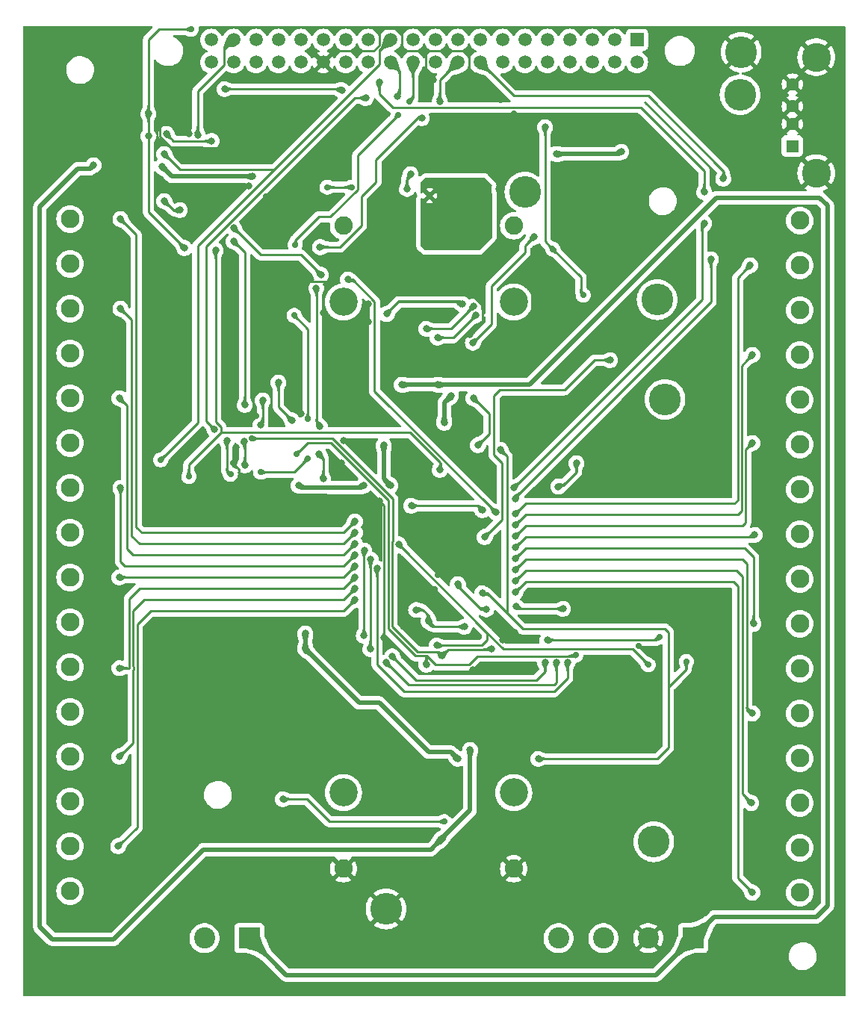
<source format=gbr>
%TF.GenerationSoftware,KiCad,Pcbnew,7.0.10*%
%TF.CreationDate,2024-02-10T20:18:10-06:00*%
%TF.ProjectId,DAQ,4441512e-6b69-4636-9164-5f7063625858,rev?*%
%TF.SameCoordinates,Original*%
%TF.FileFunction,Copper,L2,Bot*%
%TF.FilePolarity,Positive*%
%FSLAX46Y46*%
G04 Gerber Fmt 4.6, Leading zero omitted, Abs format (unit mm)*
G04 Created by KiCad (PCBNEW 7.0.10) date 2024-02-10 20:18:10*
%MOMM*%
%LPD*%
G01*
G04 APERTURE LIST*
%TA.AperFunction,ComponentPad*%
%ADD10C,2.108200*%
%TD*%
%TA.AperFunction,ComponentPad*%
%ADD11C,3.600000*%
%TD*%
%TA.AperFunction,ComponentPad*%
%ADD12R,2.400000X2.400000*%
%TD*%
%TA.AperFunction,ComponentPad*%
%ADD13C,2.400000*%
%TD*%
%TA.AperFunction,ComponentPad*%
%ADD14R,1.508000X1.508000*%
%TD*%
%TA.AperFunction,ComponentPad*%
%ADD15C,1.508000*%
%TD*%
%TA.AperFunction,ComponentPad*%
%ADD16R,1.428000X1.428000*%
%TD*%
%TA.AperFunction,ComponentPad*%
%ADD17C,1.428000*%
%TD*%
%TA.AperFunction,ComponentPad*%
%ADD18C,3.276000*%
%TD*%
%TA.AperFunction,ComponentPad*%
%ADD19C,0.700000*%
%TD*%
%TA.AperFunction,ComponentPad*%
%ADD20C,2.082800*%
%TD*%
%TA.AperFunction,ComponentPad*%
%ADD21C,3.200400*%
%TD*%
%TA.AperFunction,ViaPad*%
%ADD22C,0.800000*%
%TD*%
%TA.AperFunction,ViaPad*%
%ADD23C,0.700000*%
%TD*%
%TA.AperFunction,Conductor*%
%ADD24C,0.250000*%
%TD*%
%TA.AperFunction,Conductor*%
%ADD25C,0.500000*%
%TD*%
%TA.AperFunction,Conductor*%
%ADD26C,0.300000*%
%TD*%
G04 APERTURE END LIST*
D10*
%TO.P,J2,1,Pin_1*%
%TO.N,Net-(J2-Pin_1)*%
X112940253Y-105839253D03*
%TO.P,J2,2,Pin_2*%
%TO.N,Net-(J2-Pin_2)*%
X112940253Y-110919253D03*
%TO.P,J2,3,Pin_3*%
%TO.N,Net-(J2-Pin_3)*%
X112940253Y-115999253D03*
%TO.P,J2,4,Pin_4*%
%TO.N,Net-(J2-Pin_4)*%
X112940253Y-121079253D03*
%TO.P,J2,5,Pin_5*%
%TO.N,Net-(J2-Pin_5)*%
X112940253Y-126159253D03*
%TO.P,J2,6,Pin_6*%
%TO.N,Net-(J2-Pin_6)*%
X112940253Y-131239253D03*
%TO.P,J2,7,Pin_7*%
%TO.N,Net-(J2-Pin_7)*%
X112940253Y-136319253D03*
%TO.P,J2,8,Pin_8*%
%TO.N,Net-(J2-Pin_8)*%
X112940253Y-141399253D03*
%TO.P,J2,9,Pin_9*%
%TO.N,Net-(J2-Pin_9)*%
X112940253Y-146479253D03*
%TO.P,J2,10,Pin_10*%
%TO.N,Net-(J2-Pin_10)*%
X112940253Y-151559253D03*
%TO.P,J2,11,Pin_11*%
%TO.N,Net-(J2-Pin_11)*%
X112940253Y-156639253D03*
%TO.P,J2,12,Pin_12*%
%TO.N,Net-(J2-Pin_12)*%
X112940253Y-161719253D03*
%TO.P,J2,13,Pin_13*%
%TO.N,Net-(J2-Pin_13)*%
X112940253Y-166799253D03*
%TO.P,J2,14,Pin_14*%
%TO.N,Net-(J2-Pin_14)*%
X112940253Y-171879253D03*
%TO.P,J2,15,Pin_15*%
%TO.N,Net-(J2-Pin_15)*%
X112940253Y-176959253D03*
%TO.P,J2,16,Pin_16*%
%TO.N,Net-(J2-Pin_16)*%
X112940253Y-182039253D03*
%TD*%
D11*
%TO.P,TP6,1,1*%
%TO.N,-5V*%
X97663000Y-126111000D03*
%TD*%
D12*
%TO.P,J4,1,Pin_1*%
%TO.N,+12V*%
X50546000Y-187198000D03*
D13*
%TO.P,J4,2,Pin_2*%
%TO.N,/PRESSURE_TRANSMITTER_LINE*%
X45466000Y-187198000D03*
%TD*%
D14*
%TO.P,A1,1,3V3[1]*%
%TO.N,unconnected-(A1-3V3[1]-Pad1)*%
X94488000Y-85344000D03*
D15*
%TO.P,A1,2,5V[1]*%
%TO.N,unconnected-(A1-5V[1]-Pad2)*%
X94488000Y-87884000D03*
%TO.P,A1,3,GPIO2/SDA*%
%TO.N,unconnected-(A1-GPIO2{slash}SDA-Pad3)*%
X91948000Y-85344000D03*
%TO.P,A1,4,5V[2]*%
%TO.N,unconnected-(A1-5V[2]-Pad4)*%
X91948000Y-87884000D03*
%TO.P,A1,5,GPIO3/SCL*%
%TO.N,unconnected-(A1-GPIO3{slash}SCL-Pad5)*%
X89408000Y-85344000D03*
%TO.P,A1,6,GND[8]*%
%TO.N,unconnected-(A1-GND[8]-Pad6)*%
X89408000Y-87884000D03*
%TO.P,A1,7,GPIO4/GPCKL0*%
%TO.N,unconnected-(A1-GPIO4{slash}GPCKL0-Pad7)*%
X86868000Y-85344000D03*
%TO.P,A1,8,TXD0/GPIO14*%
%TO.N,unconnected-(A1-TXD0{slash}GPIO14-Pad8)*%
X86868000Y-87884000D03*
%TO.P,A1,9,GND[1]*%
%TO.N,unconnected-(A1-GND[1]-Pad9)*%
X84328000Y-85344000D03*
%TO.P,A1,10,RXD0/GPIO15*%
%TO.N,unconnected-(A1-RXD0{slash}GPIO15-Pad10)*%
X84328000Y-87884000D03*
%TO.P,A1,11,GPIO17/GEN0*%
%TO.N,unconnected-(A1-GPIO17{slash}GEN0-Pad11)*%
X81788000Y-85344000D03*
%TO.P,A1,12,GPIO18*%
%TO.N,unconnected-(A1-GPIO18-Pad12)*%
X81788000Y-87884000D03*
%TO.P,A1,13,GPIO27/GEN2*%
%TO.N,unconnected-(A1-GPIO27{slash}GEN2-Pad13)*%
X79248000Y-85344000D03*
%TO.P,A1,14,GND[4]*%
%TO.N,unconnected-(A1-GND[4]-Pad14)*%
X79248000Y-87884000D03*
%TO.P,A1,15,GPIO22/GEN3*%
%TO.N,/U3_ENABLE*%
X76708000Y-85344000D03*
%TO.P,A1,16,GEN4/GPIO23*%
%TO.N,/U6_ENABLE*%
X76708000Y-87884000D03*
%TO.P,A1,17,3V3[2]*%
%TO.N,unconnected-(A1-3V3[2]-Pad17)*%
X74168000Y-85344000D03*
%TO.P,A1,18,GEN5/GPIO24*%
%TO.N,/MUX_A0*%
X74168000Y-87884000D03*
%TO.P,A1,19,GPIO10/MOSI*%
%TO.N,/MOSI_LINE*%
X71628000Y-85344000D03*
%TO.P,A1,20,GND[5]*%
%TO.N,unconnected-(A1-GND[5]-Pad20)*%
X71628000Y-87884000D03*
%TO.P,A1,21,GPIO9/MISO*%
%TO.N,/MISO_LINE*%
X69088000Y-85344000D03*
%TO.P,A1,22,GEN/6GPIO25*%
%TO.N,/MUX_A1*%
X69088000Y-87884000D03*
%TO.P,A1,23,GPIO11/SCLK*%
%TO.N,/SCLK_LINE*%
X66548000Y-85344000D03*
%TO.P,A1,24,~{CE0}/GPIO8*%
%TO.N,/TEMPERATURE_SENSOR_U8_CS_LINE*%
X66548000Y-87884000D03*
%TO.P,A1,25,GND[2]*%
%TO.N,unconnected-(A1-GND[2]-Pad25)*%
X64008000Y-85344000D03*
%TO.P,A1,26,~{CE1}/~{GPIO7}*%
%TO.N,/TEMPERATURE_SENSOR_U7_CS_LINE*%
X64008000Y-87884000D03*
%TO.P,A1,27,ID_SD*%
%TO.N,unconnected-(A1-ID_SD-Pad27)*%
X61468000Y-85344000D03*
%TO.P,A1,28,ID_SC*%
%TO.N,unconnected-(A1-ID_SC-Pad28)*%
X61468000Y-87884000D03*
%TO.P,A1,29,GPIO5*%
%TO.N,/ADC_U4_CS_LINE*%
X58928000Y-85344000D03*
%TO.P,A1,30,GND[6]*%
%TO.N,GND*%
X58928000Y-87884000D03*
%TO.P,A1,31,GPIO6*%
%TO.N,unconnected-(A1-GPIO6-Pad31)*%
X56388000Y-85344000D03*
%TO.P,A1,32,GPIO12*%
%TO.N,unconnected-(A1-GPIO12-Pad32)*%
X56388000Y-87884000D03*
%TO.P,A1,33,GPIO13*%
%TO.N,unconnected-(A1-GPIO13-Pad33)*%
X53848000Y-85344000D03*
%TO.P,A1,34,GND[7]*%
%TO.N,unconnected-(A1-GND[7]-Pad34)*%
X53848000Y-87884000D03*
%TO.P,A1,35,GPIO19*%
%TO.N,unconnected-(A1-GPIO19-Pad35)*%
X51308000Y-85344000D03*
%TO.P,A1,36,GPIO16*%
%TO.N,unconnected-(A1-GPIO16-Pad36)*%
X51308000Y-87884000D03*
%TO.P,A1,37,GPIO26*%
%TO.N,/MUX_A2*%
X48768000Y-85344000D03*
%TO.P,A1,38,GPIO20*%
%TO.N,/U15_CS_LINE*%
X48768000Y-87884000D03*
%TO.P,A1,39,GND[3]*%
%TO.N,unconnected-(A1-GND[3]-Pad39)*%
X46228000Y-85344000D03*
%TO.P,A1,40,GPIO21*%
%TO.N,/U15_INTERRUPT*%
X46228000Y-87884000D03*
%TD*%
D10*
%TO.P,J1,1,Pin_1*%
%TO.N,Net-(J1-Pin_1)*%
X30226000Y-181864000D03*
%TO.P,J1,2,Pin_2*%
%TO.N,Net-(J1-Pin_2)*%
X30226000Y-176784000D03*
%TO.P,J1,3,Pin_3*%
%TO.N,Net-(J1-Pin_3)*%
X30226000Y-171704000D03*
%TO.P,J1,4,Pin_4*%
%TO.N,Net-(J1-Pin_4)*%
X30226000Y-166624000D03*
%TO.P,J1,5,Pin_5*%
%TO.N,Net-(J1-Pin_5)*%
X30226000Y-161544000D03*
%TO.P,J1,6,Pin_6*%
%TO.N,Net-(J1-Pin_6)*%
X30226000Y-156464000D03*
%TO.P,J1,7,Pin_7*%
%TO.N,Net-(J1-Pin_7)*%
X30226000Y-151384000D03*
%TO.P,J1,8,Pin_8*%
%TO.N,Net-(J1-Pin_8)*%
X30226000Y-146304000D03*
%TO.P,J1,9,Pin_9*%
%TO.N,Net-(J1-Pin_9)*%
X30226000Y-141224000D03*
%TO.P,J1,10,Pin_10*%
%TO.N,Net-(J1-Pin_10)*%
X30226000Y-136144000D03*
%TO.P,J1,11,Pin_11*%
%TO.N,Net-(J1-Pin_11)*%
X30226000Y-131064000D03*
%TO.P,J1,12,Pin_12*%
%TO.N,Net-(J1-Pin_12)*%
X30226000Y-125984000D03*
%TO.P,J1,13,Pin_13*%
%TO.N,Net-(J1-Pin_13)*%
X30226000Y-120904000D03*
%TO.P,J1,14,Pin_14*%
%TO.N,Net-(J1-Pin_14)*%
X30226000Y-115824000D03*
%TO.P,J1,15,Pin_15*%
%TO.N,Net-(J1-Pin_15)*%
X30226000Y-110744000D03*
%TO.P,J1,16,Pin_16*%
%TO.N,Net-(J1-Pin_16)*%
X30226000Y-105664000D03*
%TD*%
D16*
%TO.P,J3,1,VCC*%
%TO.N,+5V*%
X112098000Y-97387000D03*
D17*
%TO.P,J3,2,D-*%
%TO.N,GND*%
X112098000Y-94887000D03*
%TO.P,J3,3,D+*%
X112098000Y-92887000D03*
%TO.P,J3,4,GND*%
X112098000Y-90387000D03*
D18*
%TO.P,J3,S1,SHIELD*%
X114808000Y-100457000D03*
%TO.P,J3,S2,SHIELD__1*%
X114808000Y-87317000D03*
%TD*%
D11*
%TO.P,TP7,1,1*%
%TO.N,GND*%
X66040000Y-183896000D03*
%TD*%
%TO.P,TP1,1,1*%
%TO.N,+5V*%
X106172000Y-91567000D03*
%TD*%
%TO.P,TP5,1,1*%
%TO.N,Net-(U1-SW)*%
X81788000Y-102616000D03*
%TD*%
D12*
%TO.P,J5,1,Pin_1*%
%TO.N,+12V*%
X100838000Y-187198000D03*
D13*
%TO.P,J5,2,Pin_2*%
%TO.N,GND*%
X95758000Y-187198000D03*
%TO.P,J5,3,Pin_3*%
%TO.N,/D+*%
X90678000Y-187198000D03*
%TO.P,J5,4,Pin_4*%
%TO.N,/D-*%
X85598000Y-187198000D03*
%TD*%
D11*
%TO.P,TP3,1,1*%
%TO.N,+3.3V*%
X96774000Y-114808000D03*
%TD*%
%TO.P,TP4,1,1*%
%TO.N,+12V*%
X96393000Y-176276000D03*
%TD*%
%TO.P,TP2,1,1*%
%TO.N,GND*%
X106299000Y-86741000D03*
%TD*%
D19*
%TO.P,U1,V*%
%TO.N,Net-(U1-SW)*%
X70993000Y-103014501D03*
%TD*%
D20*
%TO.P,B1,1,1*%
%TO.N,Net-(MOSFET1-S)*%
X61217998Y-106427991D03*
%TO.P,B1,2,2*%
X80518000Y-106427991D03*
%TO.P,B1,3,3*%
%TO.N,GND*%
X80518000Y-179328003D03*
%TO.P,B1,4,4*%
X61217998Y-179328003D03*
D21*
%TO.P,B1,5*%
%TO.N,N/C*%
X80518000Y-115067994D03*
%TO.P,B1,6*%
X80518000Y-170688000D03*
%TO.P,B1,7*%
X61217998Y-115067994D03*
%TO.P,B1,8*%
X61217998Y-170688000D03*
%TD*%
D22*
%TO.N,GND*%
X27051000Y-90551000D03*
X40259000Y-97155000D03*
%TO.N,/MISO_LINE*%
X39116000Y-96266000D03*
%TO.N,GND*%
X30099000Y-97917000D03*
X37211000Y-95758000D03*
D23*
X77470000Y-147066000D03*
D22*
X60960000Y-133350000D03*
X56896000Y-99060000D03*
D23*
X48514000Y-112268000D03*
X100076000Y-119888000D03*
D22*
X64135000Y-163195000D03*
D23*
X47752000Y-97028000D03*
D22*
X65151000Y-158877000D03*
D23*
X48260000Y-126746000D03*
D22*
X64008000Y-115316000D03*
X80637929Y-152534071D03*
X95504000Y-150876000D03*
X44323000Y-138938000D03*
X90424000Y-110871000D03*
X65532000Y-165034001D03*
X61251000Y-130810000D03*
X87376000Y-105156000D03*
X60960000Y-100838000D03*
X60706000Y-138430000D03*
X72517000Y-96139000D03*
X46228000Y-94234000D03*
X55372000Y-126275000D03*
X64008000Y-117348000D03*
X41656000Y-92456000D03*
D23*
X80518000Y-93726000D03*
X94690353Y-154099253D03*
D22*
X56388000Y-127762000D03*
X75877847Y-156776847D03*
D23*
X48672500Y-133350000D03*
D22*
X52070000Y-180594000D03*
D23*
X56134000Y-112776000D03*
D22*
X77724000Y-134366000D03*
X77978000Y-156972000D03*
D23*
X67056000Y-131064000D03*
D22*
X71374000Y-89916000D03*
X62357000Y-161544000D03*
X58928000Y-116332000D03*
X75565000Y-118745000D03*
X65282653Y-137663347D03*
X68009000Y-151892000D03*
X82296000Y-112014000D03*
D23*
X79248000Y-161163000D03*
D22*
X88900000Y-94996000D03*
X65786000Y-153162000D03*
X64516000Y-133096000D03*
D23*
X52451000Y-103124000D03*
D22*
X88646000Y-157988000D03*
X34544000Y-99060000D03*
D23*
X59690000Y-164846000D03*
X49276000Y-128524000D03*
X53340000Y-162814000D03*
X87630000Y-108204000D03*
X41901500Y-134239000D03*
X56388000Y-100838000D03*
D22*
X93472000Y-121666000D03*
X55372000Y-138430000D03*
X73660000Y-164592000D03*
D23*
X99314000Y-109728000D03*
D22*
X69075000Y-96520000D03*
X67945000Y-122758200D03*
X90424000Y-105156000D03*
D23*
X53340000Y-128270000D03*
D22*
X87884000Y-149352000D03*
X81534000Y-117856000D03*
X71501000Y-99994499D03*
D23*
X49530000Y-98552000D03*
X71909191Y-146022809D03*
X51308000Y-128016000D03*
X48260000Y-115824000D03*
D22*
X90424000Y-108204000D03*
X64884000Y-105823499D03*
X50478815Y-101913816D03*
X78867000Y-102280499D03*
X67310000Y-160655000D03*
D23*
X71589595Y-147612405D03*
X78994000Y-92202000D03*
D22*
X43692653Y-96016653D03*
D23*
X48260000Y-124460000D03*
X46228000Y-136906000D03*
X79248000Y-156972000D03*
D22*
X68580000Y-106426000D03*
X79310546Y-153353454D03*
X89154000Y-161290000D03*
D23*
X74904500Y-127673400D03*
D22*
X49022000Y-131572000D03*
X85204654Y-148704654D03*
X71905922Y-142263922D03*
X78994000Y-119126000D03*
X60198000Y-110490000D03*
D23*
X53594000Y-112776000D03*
D22*
X83058000Y-119126000D03*
D23*
X62230000Y-167386000D03*
D22*
%TO.N,-5V*%
X77216000Y-141732000D03*
X91440000Y-121666000D03*
X54356000Y-171450000D03*
D23*
X72644000Y-173990000D03*
D22*
%TO.N,Net-(J1-Pin_2)*%
X35687000Y-176784000D03*
X62522100Y-148844000D03*
%TO.N,Net-(J1-Pin_4)*%
X62522100Y-147574000D03*
X35814000Y-166624000D03*
%TO.N,Net-(J1-Pin_6)*%
X62522100Y-146304000D03*
X35814000Y-156591000D03*
%TO.N,Net-(J1-Pin_8)*%
X62522100Y-145034000D03*
X35814000Y-146304000D03*
%TO.N,Net-(J1-Pin_10)*%
X35941000Y-136144000D03*
X62522100Y-143764000D03*
%TO.N,Net-(J1-Pin_12)*%
X35814000Y-125984000D03*
X62522100Y-142494000D03*
%TO.N,Net-(J1-Pin_14)*%
X35941000Y-115824000D03*
X62522100Y-141224000D03*
%TO.N,Net-(J1-Pin_16)*%
X62522100Y-139954000D03*
X35941000Y-105664000D03*
%TO.N,Net-(J2-Pin_2)*%
X80682253Y-139113253D03*
X107315000Y-110919253D03*
%TO.N,Net-(J2-Pin_4)*%
X107569000Y-121079253D03*
X80682253Y-140383253D03*
%TO.N,Net-(J2-Pin_6)*%
X107569000Y-131064000D03*
X80682253Y-141653253D03*
%TO.N,Net-(J2-Pin_8)*%
X80682253Y-142923253D03*
X107823000Y-141478000D03*
%TO.N,Net-(J2-Pin_10)*%
X80682253Y-144193253D03*
X107696000Y-151559253D03*
%TO.N,Net-(J2-Pin_12)*%
X107569000Y-161719253D03*
X80682253Y-145463253D03*
%TO.N,Net-(J2-Pin_14)*%
X80682253Y-146733253D03*
X107442000Y-171879253D03*
%TO.N,Net-(J2-Pin_16)*%
X80682253Y-148003253D03*
X107569000Y-182039253D03*
%TO.N,/PRE-BOOST_LINE*%
X50927000Y-100838000D03*
X68834000Y-100584000D03*
X68423500Y-102264500D03*
X40640000Y-99695000D03*
%TO.N,+5V*%
X84074000Y-95250000D03*
X56896000Y-152654000D03*
D23*
X88392000Y-114300000D03*
D22*
X56896000Y-154432000D03*
X87630000Y-133350000D03*
X74168000Y-166878000D03*
X72644000Y-128778000D03*
D23*
X84963000Y-109093000D03*
D22*
X74676000Y-115316000D03*
X66129396Y-116421396D03*
X73406000Y-125730000D03*
X56134000Y-135890000D03*
X65786000Y-131318000D03*
X85565763Y-135997929D03*
X66548000Y-135890000D03*
X63500000Y-135890000D03*
D23*
%TO.N,/MOSI_LINE*%
X50863000Y-130556000D03*
D22*
X41148000Y-96012000D03*
X72390000Y-155194000D03*
X52070000Y-126238000D03*
X46290802Y-96836802D03*
X51816000Y-129032000D03*
X77978000Y-154390753D03*
D23*
%TO.N,/MISO_LINE*%
X87567000Y-155115253D03*
D22*
X43180000Y-108966000D03*
X70612000Y-156210000D03*
X39116000Y-93726000D03*
X55372000Y-128524000D03*
X53848000Y-124206000D03*
D23*
X43942000Y-84162000D03*
X55880000Y-132334000D03*
D22*
%TO.N,/THERMO_AMP_LINE*%
X77411041Y-149935001D03*
X74168000Y-147066000D03*
%TO.N,/INA819ID-IN_LINE*%
X68908000Y-138176000D03*
X76962000Y-138684000D03*
%TO.N,/MUX_A2*%
X48768000Y-108204000D03*
X44704000Y-96111802D03*
X86614000Y-155956000D03*
X50038000Y-126746000D03*
X49955533Y-130835390D03*
X65024000Y-145288000D03*
X50038000Y-133604000D03*
D23*
%TO.N,/MUX_A1*%
X55753000Y-108585000D03*
D22*
X66040000Y-155956000D03*
D23*
X55626000Y-116586000D03*
X57150000Y-132842000D03*
D22*
X64262000Y-154432000D03*
D23*
X68707000Y-92329000D03*
X57178449Y-128288966D03*
D22*
X85344000Y-155956000D03*
D23*
X51816000Y-134366000D03*
X67437000Y-93853000D03*
D22*
X64299500Y-144272000D03*
%TO.N,/MUX_A0*%
X66746755Y-155249245D03*
X63537500Y-152908000D03*
X58129000Y-113501000D03*
X63575000Y-143256000D03*
X58547000Y-129156000D03*
X84074000Y-155956000D03*
X58549326Y-108845979D03*
X58928000Y-135128000D03*
X58420000Y-132334000D03*
X72136000Y-92303698D03*
X70104000Y-94234000D03*
%TO.N,/U3_ENABLE*%
X61053555Y-91060295D03*
X47752000Y-90932000D03*
%TO.N,/ADC_U4_CS_LINE*%
X61722000Y-112522000D03*
X58674000Y-112014000D03*
X48768000Y-106680000D03*
X78486000Y-138938000D03*
%TO.N,/SCLK_LINE*%
X71807586Y-154019500D03*
D23*
X95758000Y-156210000D03*
D22*
X40894000Y-98298000D03*
D23*
X40513000Y-132969000D03*
D22*
X67468500Y-142536714D03*
%TO.N,/U6_ENABLE*%
X104267000Y-101092000D03*
X80681753Y-137414000D03*
X102870000Y-110236000D03*
X80772000Y-149606000D03*
X86106000Y-149860000D03*
D23*
%TO.N,/TEMPERATURE_SENSOR_U7_CS_LINE*%
X97028000Y-153035000D03*
D22*
X102108000Y-106172000D03*
X84328000Y-153416000D03*
X65278000Y-90170000D03*
X102108000Y-102616000D03*
X80518000Y-136144000D03*
%TO.N,+3.3V*%
X70866000Y-151257000D03*
X85344000Y-98298000D03*
X72136000Y-134112000D03*
X69456000Y-149987000D03*
X74930000Y-151892000D03*
X78994000Y-131826000D03*
X75946000Y-125984000D03*
X76962000Y-148082000D03*
X75881229Y-119693686D03*
X82804000Y-107696000D03*
D23*
X43688000Y-134874000D03*
D22*
X40894000Y-103632000D03*
X76454000Y-131318000D03*
D23*
X100076000Y-155829000D03*
D22*
X83312000Y-166878000D03*
X46736000Y-109220000D03*
X42672000Y-104648000D03*
X92710000Y-98044000D03*
%TO.N,/TEMPERATURE_SENSOR_U8_CS_LINE*%
X67310000Y-91785295D03*
X46620097Y-129551097D03*
D23*
X48418500Y-134620000D03*
D22*
X63754000Y-91948000D03*
X48006000Y-130810000D03*
%TO.N,Net-(U10-REF)*%
X76229541Y-116556459D03*
X71882000Y-119126000D03*
%TO.N,Net-(U10-SS)*%
X75946000Y-115570000D03*
X70612000Y-118110000D03*
%TO.N,+12V*%
X67818000Y-124460000D03*
X71882000Y-124460000D03*
D23*
%TO.N,Net-(U13-VCAPH)*%
X59350999Y-102055498D03*
X62144999Y-102055498D03*
D22*
%TO.N,/Battery_Volt_Line*%
X32893000Y-99568000D03*
X75565000Y-165862000D03*
X72263000Y-176022000D03*
%TD*%
D24*
%TO.N,GND*%
X28067000Y-90551000D02*
X27051000Y-90551000D01*
X28194000Y-90678000D02*
X28067000Y-90551000D01*
X41672497Y-97561802D02*
X40825847Y-96715153D01*
X40259000Y-97155000D02*
X40386000Y-97155000D01*
X40825847Y-96715153D02*
X40423000Y-96312305D01*
X40386000Y-97155000D02*
X40825847Y-96715153D01*
X34290000Y-95758000D02*
X37211000Y-95758000D01*
X37211000Y-95758000D02*
X34544000Y-98425000D01*
X34544000Y-98425000D02*
X34544000Y-99060000D01*
X32004000Y-93472000D02*
X34290000Y-95758000D01*
%TO.N,/MISO_LINE*%
X39116000Y-93726000D02*
X39116000Y-104902000D01*
X39116000Y-104902000D02*
X43180000Y-108966000D01*
%TO.N,GND*%
X33401000Y-97917000D02*
X34544000Y-99060000D01*
X30099000Y-97917000D02*
X33401000Y-97917000D01*
D25*
%TO.N,/Battery_Volt_Line*%
X32893000Y-99568000D02*
X32512000Y-99949000D01*
X28194000Y-187325000D02*
X35179000Y-187325000D01*
X32512000Y-99949000D02*
X31115000Y-99949000D01*
X31115000Y-99949000D02*
X26797000Y-104267000D01*
X35179000Y-187325000D02*
X45339000Y-177165000D01*
X26797000Y-104267000D02*
X26797000Y-185928000D01*
X26797000Y-185928000D02*
X28194000Y-187325000D01*
X71120000Y-177165000D02*
X72263000Y-176022000D01*
X45339000Y-177165000D02*
X71120000Y-177165000D01*
%TO.N,+12V*%
X72390000Y-124460000D02*
X82296000Y-124460000D01*
X103251000Y-184785000D02*
X100838000Y-187198000D01*
X82296000Y-124460000D02*
X103505000Y-103251000D01*
X103505000Y-103251000D02*
X115189000Y-103251000D01*
X115189000Y-103251000D02*
X116078000Y-104140000D01*
X116078000Y-104140000D02*
X116078000Y-183515000D01*
X116078000Y-183515000D02*
X114808000Y-184785000D01*
X114808000Y-184785000D02*
X103251000Y-184785000D01*
D24*
%TO.N,+3.3V*%
X47345097Y-129250792D02*
X47345097Y-129851402D01*
X47345097Y-129851402D02*
X47315500Y-129881000D01*
X46736000Y-128641695D02*
X47345097Y-129250792D01*
X46736000Y-109220000D02*
X46736000Y-128641695D01*
%TO.N,GND*%
X64884000Y-105823499D02*
X64884000Y-106934000D01*
X74904500Y-127673400D02*
X74904500Y-131546500D01*
D26*
X62230000Y-130810000D02*
X61251000Y-130810000D01*
D24*
X95504000Y-150876000D02*
X89408000Y-150876000D01*
X70612000Y-86614255D02*
X70549000Y-86677255D01*
X64884000Y-106934000D02*
X64884000Y-107696000D01*
X40423000Y-93689000D02*
X41656000Y-92456000D01*
X49022000Y-133000500D02*
X48672500Y-133350000D01*
D26*
X87884000Y-149352000D02*
X89408000Y-150876000D01*
D24*
X65786000Y-153162000D02*
X65786000Y-138166694D01*
X42764905Y-135763000D02*
X48539595Y-135763000D01*
X46228000Y-136906000D02*
X59182000Y-136906000D01*
D25*
X72517000Y-96139000D02*
X69456000Y-96139000D01*
D24*
X87236654Y-148704654D02*
X87884000Y-149352000D01*
X64008000Y-163195000D02*
X62357000Y-161544000D01*
X67056969Y-84074000D02*
X67818000Y-84835031D01*
X83058000Y-119126000D02*
X82804000Y-119126000D01*
X64884000Y-107696000D02*
X64884000Y-107836000D01*
X58928000Y-87884000D02*
X60198000Y-86614000D01*
X59944000Y-165100000D02*
X57658000Y-162814000D01*
X85204654Y-148704654D02*
X87236654Y-148704654D01*
X90673347Y-124464653D02*
X90673347Y-124963347D01*
X93472000Y-121666000D02*
X90673347Y-124464653D01*
X76073000Y-156972000D02*
X75877847Y-156776847D01*
X33020000Y-93472000D02*
X32004000Y-93472000D01*
X82296000Y-112014000D02*
X82573200Y-112291200D01*
D25*
X79818546Y-153353454D02*
X80637929Y-152534071D01*
D26*
X64516000Y-133096000D02*
X62230000Y-130810000D01*
D25*
X69456000Y-96139000D02*
X69075000Y-96520000D01*
D26*
X59944000Y-117348000D02*
X64008000Y-117348000D01*
D24*
X42322500Y-133096000D02*
X41901500Y-133517000D01*
X47752000Y-97028000D02*
X47218198Y-97561802D01*
X56388000Y-100838000D02*
X56388000Y-99568000D01*
X68580000Y-106426000D02*
X68072000Y-106934000D01*
X41901500Y-134899595D02*
X42764905Y-135763000D01*
X41656000Y-92456000D02*
X43692653Y-94492653D01*
X57658000Y-162814000D02*
X53340000Y-162814000D01*
X61468000Y-111252000D02*
X60706000Y-110490000D01*
D25*
X89154000Y-158496000D02*
X88646000Y-157988000D01*
D24*
X95023100Y-154432000D02*
X94690353Y-154099253D01*
X80264000Y-119126000D02*
X81534000Y-117856000D01*
X65278000Y-84582000D02*
X65786000Y-84074000D01*
X65786000Y-138166694D02*
X65282653Y-137663347D01*
X64884000Y-108064000D02*
X68072000Y-111252000D01*
X64884000Y-107696000D02*
X64884000Y-108064000D01*
X60706000Y-110490000D02*
X60198000Y-110490000D01*
X56388000Y-100838000D02*
X60960000Y-100838000D01*
X73660000Y-164592000D02*
X73660000Y-163068000D01*
X48539595Y-135763000D02*
X49403000Y-134899595D01*
X75438000Y-87122000D02*
X75438000Y-88646000D01*
X48514000Y-112268000D02*
X48514000Y-115570000D01*
X76962000Y-115443000D02*
X74422000Y-112903000D01*
X71909191Y-146022809D02*
X71909191Y-142267191D01*
X49403000Y-134080500D02*
X48672500Y-133350000D01*
X56388000Y-125984000D02*
X55880000Y-125476000D01*
X73660000Y-163068000D02*
X75565000Y-161163000D01*
X60706000Y-138430000D02*
X55372000Y-138430000D01*
X56388000Y-102489000D02*
X56388000Y-100838000D01*
X41901500Y-133517000D02*
X41901500Y-134239000D01*
X75565000Y-161163000D02*
X79248000Y-161163000D01*
X44323000Y-138811000D02*
X44323000Y-138938000D01*
X74904500Y-131546500D02*
X77724000Y-134366000D01*
X30988000Y-93472000D02*
X32004000Y-93472000D01*
D26*
X64008000Y-117348000D02*
X64008000Y-115316000D01*
D24*
X43692653Y-94492653D02*
X43692653Y-96016653D01*
X71909191Y-142267191D02*
X71905922Y-142263922D01*
X50800000Y-128524000D02*
X49276000Y-128524000D01*
X59944000Y-112776000D02*
X56134000Y-112776000D01*
X78994000Y-119126000D02*
X80264000Y-119126000D01*
X41901500Y-134239000D02*
X41901500Y-134899595D01*
X50800000Y-128524000D02*
X51308000Y-128016000D01*
X65786000Y-84074000D02*
X67056969Y-84074000D01*
X68301755Y-86614255D02*
X70612000Y-86614255D01*
X77978000Y-156972000D02*
X76073000Y-156972000D01*
X52451000Y-103124000D02*
X55753000Y-103124000D01*
X56388000Y-99568000D02*
X56896000Y-99060000D01*
X62230000Y-167386000D02*
X59944000Y-165100000D01*
X40423000Y-96312305D02*
X40423000Y-93689000D01*
X48260000Y-124460000D02*
X48260000Y-126746000D01*
X77470000Y-147066000D02*
X76426809Y-146022809D01*
X65278000Y-85977604D02*
X65278000Y-84582000D01*
X46228000Y-136906000D02*
X44323000Y-138811000D01*
X34544000Y-91948000D02*
X33020000Y-93472000D01*
X65151000Y-158877000D02*
X66929000Y-160655000D01*
X76426809Y-146022809D02*
X71909191Y-146022809D01*
D25*
X79310546Y-153353454D02*
X79818546Y-153353454D01*
D24*
X82573200Y-112291200D02*
X82573200Y-116816800D01*
X49276000Y-98552000D02*
X47752000Y-97028000D01*
X77769499Y-93726000D02*
X71501000Y-99994499D01*
X59182000Y-136906000D02*
X60706000Y-138430000D01*
X90424000Y-108204000D02*
X90424000Y-110871000D01*
X70549000Y-86677255D02*
X70549000Y-88583000D01*
X56388000Y-127762000D02*
X56388000Y-125984000D01*
X49403000Y-134899595D02*
X49403000Y-134080500D01*
X82573200Y-116816800D02*
X81534000Y-117856000D01*
X70549000Y-88583000D02*
X71374000Y-89408000D01*
X48514000Y-115570000D02*
X48260000Y-115824000D01*
X61468000Y-111252000D02*
X59944000Y-112776000D01*
X76962000Y-115443000D02*
X76962000Y-117348000D01*
X67818000Y-84835031D02*
X67818000Y-86130500D01*
X55753000Y-103124000D02*
X56388000Y-102489000D01*
X71374000Y-89408000D02*
X71374000Y-89916000D01*
X75438000Y-88646000D02*
X78994000Y-92202000D01*
X80518000Y-93726000D02*
X77769499Y-93726000D01*
X82804000Y-119126000D02*
X81534000Y-117856000D01*
X60198000Y-86614000D02*
X64641604Y-86614000D01*
X49022000Y-131572000D02*
X49022000Y-133000500D01*
X59944000Y-165100000D02*
X59690000Y-164846000D01*
X64884000Y-107836000D02*
X61468000Y-111252000D01*
X66929000Y-160655000D02*
X67310000Y-160655000D01*
X28194000Y-90678000D02*
X30988000Y-93472000D01*
D25*
X89154000Y-161290000D02*
X89154000Y-158496000D01*
D26*
X58928000Y-116332000D02*
X59944000Y-117348000D01*
D24*
X76962000Y-117348000D02*
X75565000Y-118745000D01*
X70612000Y-86614255D02*
X74930255Y-86614255D01*
X67818000Y-86130500D02*
X68301755Y-86614255D01*
X49530000Y-98552000D02*
X49276000Y-98552000D01*
X74930255Y-86614255D02*
X75438000Y-87122000D01*
X68072000Y-106934000D02*
X64884000Y-106934000D01*
X56134000Y-112776000D02*
X53594000Y-112776000D01*
X64641604Y-86614000D02*
X65278000Y-85977604D01*
X47218198Y-97561802D02*
X41672497Y-97561802D01*
X64135000Y-163195000D02*
X64008000Y-163195000D01*
%TO.N,-5V*%
X79211000Y-139737000D02*
X77216000Y-141732000D01*
X79211000Y-133313000D02*
X79211000Y-139737000D01*
X78927000Y-125035000D02*
X78269000Y-125693000D01*
X78269000Y-125693000D02*
X78269000Y-132371000D01*
X59632850Y-173990000D02*
X72644000Y-173990000D01*
X91440000Y-121666000D02*
X89662000Y-121666000D01*
X89662000Y-121666000D02*
X86293000Y-125035000D01*
X78269000Y-132371000D02*
X79211000Y-133313000D01*
X57092850Y-171450000D02*
X59632850Y-173990000D01*
X86293000Y-125035000D02*
X78927000Y-125035000D01*
X54356000Y-171450000D02*
X57092850Y-171450000D01*
%TO.N,Net-(J1-Pin_2)*%
X37857000Y-156963792D02*
X37857000Y-156218208D01*
X39370000Y-150114000D02*
X61252100Y-150114000D01*
X37846000Y-174625000D02*
X37846000Y-156974792D01*
X61252100Y-150114000D02*
X62522100Y-148844000D01*
X37846000Y-156974792D02*
X37857000Y-156963792D01*
X37857000Y-156218208D02*
X37846000Y-156207208D01*
X37846000Y-156207208D02*
X37846000Y-151638000D01*
X37846000Y-151638000D02*
X39370000Y-150114000D01*
X35687000Y-176784000D02*
X37846000Y-174625000D01*
%TO.N,Net-(J1-Pin_4)*%
X37407000Y-156777396D02*
X37407000Y-156404604D01*
X37396000Y-150056000D02*
X38608000Y-148844000D01*
X61252100Y-148844000D02*
X62522100Y-147574000D01*
X37396000Y-156393604D02*
X37396000Y-150056000D01*
X37407000Y-156404604D02*
X37396000Y-156393604D01*
X38608000Y-148844000D02*
X61252100Y-148844000D01*
X37396000Y-156788396D02*
X37407000Y-156777396D01*
X35814000Y-166624000D02*
X37396000Y-165042000D01*
X37396000Y-165042000D02*
X37396000Y-156788396D01*
%TO.N,Net-(J1-Pin_6)*%
X38100000Y-147574000D02*
X61252100Y-147574000D01*
X36946000Y-156580000D02*
X36946000Y-148728000D01*
X36957000Y-156591000D02*
X36946000Y-156580000D01*
X36946000Y-148728000D02*
X38100000Y-147574000D01*
X61252100Y-147574000D02*
X62522100Y-146304000D01*
X35814000Y-156591000D02*
X36957000Y-156591000D01*
%TO.N,Net-(J1-Pin_8)*%
X35814000Y-146304000D02*
X61252100Y-146304000D01*
X61252100Y-146304000D02*
X62522100Y-145034000D01*
%TO.N,Net-(J1-Pin_10)*%
X35941000Y-144526000D02*
X36449000Y-145034000D01*
X35941000Y-136144000D02*
X35941000Y-144526000D01*
X36449000Y-145034000D02*
X61252100Y-145034000D01*
X61252100Y-145034000D02*
X62522100Y-143764000D01*
%TO.N,Net-(J1-Pin_12)*%
X35814000Y-125984000D02*
X36666000Y-126836000D01*
X37338000Y-143764000D02*
X61252100Y-143764000D01*
X36666000Y-143092000D02*
X37338000Y-143764000D01*
X61252100Y-143764000D02*
X62522100Y-142494000D01*
X36666000Y-126836000D02*
X36666000Y-143092000D01*
%TO.N,Net-(J1-Pin_14)*%
X61252100Y-142494000D02*
X62522100Y-141224000D01*
X37211000Y-141605000D02*
X38100000Y-142494000D01*
X38100000Y-142494000D02*
X61252100Y-142494000D01*
X35941000Y-115824000D02*
X37211000Y-117094000D01*
X37211000Y-117094000D02*
X37211000Y-141605000D01*
%TO.N,Net-(J1-Pin_16)*%
X37719000Y-107442000D02*
X37719000Y-140589000D01*
X61252100Y-141224000D02*
X62522100Y-139954000D01*
X38354000Y-141224000D02*
X61252100Y-141224000D01*
X35941000Y-105664000D02*
X37719000Y-107442000D01*
X37719000Y-140589000D02*
X38354000Y-141224000D01*
%TO.N,Net-(J2-Pin_2)*%
X81914153Y-137932153D02*
X80733053Y-139113253D01*
X98472406Y-137922000D02*
X98462253Y-137932153D01*
X107315000Y-110919253D02*
X105907000Y-112327253D01*
X80733053Y-139113253D02*
X80682253Y-139113253D01*
X105907000Y-112327253D02*
X105907000Y-137552000D01*
X105537000Y-137922000D02*
X98472406Y-137922000D01*
X98462253Y-137932153D02*
X81914153Y-137932153D01*
X105907000Y-137552000D02*
X105537000Y-137922000D01*
%TO.N,Net-(J2-Pin_4)*%
X80682253Y-140383253D02*
X81863353Y-139202153D01*
X105918000Y-139192000D02*
X106357000Y-138753000D01*
X100504406Y-139192000D02*
X105918000Y-139192000D01*
X100494253Y-139202153D02*
X100504406Y-139192000D01*
X106357000Y-122291253D02*
X107569000Y-121079253D01*
X81863353Y-139202153D02*
X100494253Y-139202153D01*
X106357000Y-138753000D02*
X106357000Y-122291253D01*
%TO.N,Net-(J2-Pin_6)*%
X106807000Y-140081000D02*
X106426000Y-140462000D01*
X106426000Y-140462000D02*
X81924306Y-140462000D01*
X81924306Y-140462000D02*
X80733053Y-141653253D01*
X107569000Y-131064000D02*
X106807000Y-131826000D01*
X106807000Y-131826000D02*
X106807000Y-140081000D01*
X80733053Y-141653253D02*
X80682253Y-141653253D01*
%TO.N,Net-(J2-Pin_8)*%
X107558847Y-141742153D02*
X81863353Y-141742153D01*
X81863353Y-141742153D02*
X80682253Y-142923253D01*
X107823000Y-141478000D02*
X107558847Y-141742153D01*
%TO.N,Net-(J2-Pin_10)*%
X107696000Y-144018000D02*
X106680000Y-143002000D01*
X106680000Y-143002000D02*
X81873506Y-143002000D01*
X81873506Y-143002000D02*
X80682253Y-144193253D01*
X107696000Y-151559253D02*
X107696000Y-144018000D01*
%TO.N,Net-(J2-Pin_12)*%
X81873506Y-144272000D02*
X80682253Y-145463253D01*
X106934000Y-144780000D02*
X106426000Y-144272000D01*
X106426000Y-144272000D02*
X81873506Y-144272000D01*
X106934000Y-161084253D02*
X106934000Y-144780000D01*
X107569000Y-161719253D02*
X106934000Y-161084253D01*
%TO.N,Net-(J2-Pin_14)*%
X107442000Y-171879253D02*
X106426000Y-170863253D01*
X106426000Y-170863253D02*
X106426000Y-146177000D01*
X105791000Y-145542000D02*
X81873506Y-145542000D01*
X81873506Y-145542000D02*
X80682253Y-146733253D01*
X106426000Y-146177000D02*
X105791000Y-145542000D01*
%TO.N,Net-(J2-Pin_16)*%
X105918000Y-147320000D02*
X105918000Y-180388253D01*
X80682253Y-148003253D02*
X81863353Y-146822153D01*
X105420153Y-146822153D02*
X105918000Y-147320000D01*
X81863353Y-146822153D02*
X105420153Y-146822153D01*
X105918000Y-180388253D02*
X107569000Y-182039253D01*
%TO.N,/PRE-BOOST_LINE*%
X68423500Y-100994500D02*
X68834000Y-100584000D01*
D25*
X50927000Y-100838000D02*
X41783000Y-100838000D01*
D24*
X68423500Y-102264500D02*
X68423500Y-100994500D01*
D25*
X41783000Y-100838000D02*
X40640000Y-99695000D01*
%TO.N,+5V*%
X73406000Y-166116000D02*
X74168000Y-166878000D01*
X65278000Y-160528000D02*
X70866000Y-166116000D01*
D26*
X74422000Y-115062000D02*
X67488792Y-115062000D01*
D24*
X88138000Y-112268000D02*
X84963000Y-109093000D01*
D25*
X56896000Y-154432000D02*
X62992000Y-160528000D01*
D24*
X84074000Y-108204000D02*
X84074000Y-95250000D01*
D26*
X67488792Y-115062000D02*
X66129396Y-116421396D01*
D25*
X56388000Y-136144000D02*
X56134000Y-135890000D01*
D24*
X85673692Y-135890000D02*
X85565763Y-135997929D01*
X87630000Y-133350000D02*
X87630000Y-134366000D01*
X88138000Y-112268000D02*
X88138000Y-114046000D01*
X84963000Y-109093000D02*
X84074000Y-108204000D01*
D25*
X72644000Y-128778000D02*
X72644000Y-126492000D01*
X63500000Y-135890000D02*
X63246000Y-136144000D01*
X65786000Y-131318000D02*
X65786000Y-135128000D01*
X70866000Y-166116000D02*
X73406000Y-166116000D01*
D24*
X88138000Y-114046000D02*
X88392000Y-114300000D01*
D25*
X63246000Y-136144000D02*
X56388000Y-136144000D01*
D24*
X86106000Y-135890000D02*
X85673692Y-135890000D01*
D25*
X72644000Y-126492000D02*
X73406000Y-125730000D01*
X56896000Y-152654000D02*
X56896000Y-154432000D01*
D26*
X74676000Y-115316000D02*
X74422000Y-115062000D01*
D24*
X87630000Y-134366000D02*
X86106000Y-135890000D01*
D25*
X62992000Y-160528000D02*
X65278000Y-160528000D01*
X66548000Y-135890000D02*
X65786000Y-135128000D01*
D24*
%TO.N,/MOSI_LINE*%
X66802000Y-137414000D02*
X66802000Y-142185405D01*
X52070000Y-126238000D02*
X52070000Y-128778000D01*
X71940000Y-154744000D02*
X69596000Y-154744000D01*
X73114500Y-154469500D02*
X72390000Y-155194000D01*
X66744000Y-151892000D02*
X66744000Y-142243405D01*
X41972802Y-96836802D02*
X46290802Y-96836802D01*
X66802000Y-137414000D02*
X59944000Y-130556000D01*
X59944000Y-130556000D02*
X50863000Y-130556000D01*
X77899253Y-154469500D02*
X73114500Y-154469500D01*
X69596000Y-154744000D02*
X66744000Y-151892000D01*
X72390000Y-155194000D02*
X71940000Y-154744000D01*
X77978000Y-154390753D02*
X77899253Y-154469500D01*
X52070000Y-128778000D02*
X51816000Y-129032000D01*
X66802000Y-142185405D02*
X66744000Y-142243405D01*
X41148000Y-96012000D02*
X41972802Y-96836802D01*
%TO.N,/MISO_LINE*%
X53848000Y-127000000D02*
X55372000Y-128524000D01*
X57150000Y-131064000D02*
X55880000Y-132334000D01*
X70612000Y-155194000D02*
X71628000Y-156210000D01*
X69342000Y-155194000D02*
X66294000Y-152146000D01*
X66294000Y-137542396D02*
X59815604Y-131064000D01*
X75419389Y-156210000D02*
X76398389Y-155231000D01*
X71628000Y-156210000D02*
X75419389Y-156210000D01*
X53848000Y-124206000D02*
X53848000Y-127000000D01*
X66294000Y-152146000D02*
X66294000Y-137542396D01*
X70612000Y-155194000D02*
X69342000Y-155194000D01*
X70612000Y-156210000D02*
X70612000Y-155194000D01*
X43942000Y-84162000D02*
X40298000Y-84162000D01*
X87451253Y-155231000D02*
X87567000Y-155115253D01*
X39116000Y-85344000D02*
X39116000Y-93726000D01*
X76398389Y-155231000D02*
X87451253Y-155231000D01*
X59815604Y-131064000D02*
X57150000Y-131064000D01*
X40298000Y-84162000D02*
X39116000Y-85344000D01*
%TO.N,/THERMO_AMP_LINE*%
X74168000Y-147282500D02*
X74168000Y-147066000D01*
X76820501Y-149935001D02*
X74168000Y-147282500D01*
X77411041Y-149935001D02*
X76820501Y-149935001D01*
%TO.N,/INA819ID-IN_LINE*%
X76962000Y-138684000D02*
X76454000Y-138176000D01*
X76454000Y-138176000D02*
X68908000Y-138176000D01*
%TO.N,/MUX_A2*%
X44704000Y-91186000D02*
X47689000Y-88201000D01*
X50038000Y-109474000D02*
X48768000Y-108204000D01*
X47689000Y-86423000D02*
X48768000Y-85344000D01*
X47689000Y-88201000D02*
X47689000Y-86423000D01*
X50038000Y-126746000D02*
X50038000Y-109474000D01*
X85090000Y-159258000D02*
X86614000Y-157734000D01*
X86614000Y-157734000D02*
X86614000Y-155956000D01*
X50038000Y-133604000D02*
X50038000Y-130917857D01*
X65024000Y-156210000D02*
X68072000Y-159258000D01*
X65024000Y-145288000D02*
X65024000Y-156210000D01*
X68072000Y-159258000D02*
X85090000Y-159258000D01*
X50038000Y-130917857D02*
X49955533Y-130835390D01*
X44704000Y-96111802D02*
X44704000Y-91186000D01*
%TO.N,/MUX_A1*%
X69088000Y-87884000D02*
X69088000Y-91948000D01*
X67437000Y-93853000D02*
X62819999Y-98470001D01*
X85344000Y-155956000D02*
X85344000Y-158242000D01*
X58420000Y-105410000D02*
X55753000Y-108077000D01*
X85090000Y-158496000D02*
X68580000Y-158496000D01*
X68580000Y-158496000D02*
X66040000Y-155956000D01*
X59745092Y-105410000D02*
X58420000Y-105410000D01*
X62819999Y-102335093D02*
X59745092Y-105410000D01*
X62819999Y-98470001D02*
X62819999Y-102335093D01*
X55626000Y-116586000D02*
X57178449Y-118138449D01*
X64262000Y-144309500D02*
X64299500Y-144272000D01*
X57150000Y-132842000D02*
X55626000Y-134366000D01*
X64262000Y-154432000D02*
X64262000Y-144309500D01*
X69088000Y-91948000D02*
X68707000Y-92329000D01*
X55753000Y-108077000D02*
X55753000Y-108585000D01*
X55626000Y-134366000D02*
X51816000Y-134366000D01*
X57178449Y-118138449D02*
X57178449Y-128288966D01*
X85344000Y-158242000D02*
X85090000Y-158496000D01*
%TO.N,/MUX_A0*%
X63537500Y-152908000D02*
X63537500Y-143293500D01*
X58420000Y-132334000D02*
X58928000Y-132842000D01*
X64901802Y-101448201D02*
X64901802Y-98928198D01*
X84074000Y-156972000D02*
X84074000Y-155956000D01*
X66746755Y-155249245D02*
X69485510Y-157988000D01*
X83058000Y-157988000D02*
X84074000Y-156972000D01*
X69559000Y-94280305D02*
X69559000Y-94271000D01*
X72136000Y-92303698D02*
X72136000Y-89916000D01*
X60826021Y-108845979D02*
X63246000Y-106426000D01*
X72136000Y-89916000D02*
X74168000Y-87884000D01*
X69125000Y-94705000D02*
X69134305Y-94705000D01*
X58547000Y-129156000D02*
X58166000Y-128775000D01*
X69134305Y-94705000D02*
X69559000Y-94280305D01*
X69559000Y-94271000D02*
X69596000Y-94234000D01*
X69485510Y-157988000D02*
X83058000Y-157988000D01*
X58166000Y-113538000D02*
X58129000Y-113501000D01*
X69596000Y-94234000D02*
X70104000Y-94234000D01*
X58166000Y-128775000D02*
X58166000Y-113538000D01*
X63246000Y-103104003D02*
X64901802Y-101448201D01*
X63246000Y-106426000D02*
X63246000Y-103104003D01*
X58928000Y-132842000D02*
X58928000Y-135128000D01*
X58549326Y-108845979D02*
X60826021Y-108845979D01*
X63537500Y-143293500D02*
X63575000Y-143256000D01*
X64901802Y-98928198D02*
X69125000Y-94705000D01*
%TO.N,/U3_ENABLE*%
X47752000Y-90932000D02*
X60925260Y-90932000D01*
X60925260Y-90932000D02*
X61053555Y-91060295D01*
%TO.N,/ADC_U4_CS_LINE*%
X58674000Y-112014000D02*
X56388000Y-109728000D01*
X61722000Y-112522000D02*
X62239305Y-112522000D01*
X64733000Y-115015695D02*
X64733000Y-125185000D01*
X56388000Y-109728000D02*
X51816000Y-109728000D01*
X62239305Y-112522000D02*
X64733000Y-115015695D01*
X64733000Y-125185000D02*
X78486000Y-138938000D01*
X51816000Y-109728000D02*
X48768000Y-106680000D01*
%TO.N,/SCLK_LINE*%
X65278000Y-86614000D02*
X66548000Y-85344000D01*
X40894000Y-98298000D02*
X42672969Y-100076969D01*
X53340969Y-100076969D02*
X65278000Y-88139937D01*
X76866500Y-154019500D02*
X77527893Y-153358107D01*
X44704000Y-128778000D02*
X44704000Y-108713937D01*
X67468500Y-142536714D02*
X77527893Y-152596107D01*
X44704000Y-108713937D02*
X53340969Y-100076969D01*
X79372039Y-154440253D02*
X93988253Y-154440253D01*
X65278000Y-88139937D02*
X65278000Y-86614000D01*
X40513000Y-132969000D02*
X44704000Y-128778000D01*
X71807586Y-154019500D02*
X76866500Y-154019500D01*
X42672969Y-100076969D02*
X53340969Y-100076969D01*
X77527893Y-152596107D02*
X79372039Y-154440253D01*
X93988253Y-154440253D02*
X95758000Y-156210000D01*
X77527893Y-153358107D02*
X77527893Y-152596107D01*
%TO.N,/U6_ENABLE*%
X102870000Y-110236000D02*
X102870000Y-115062000D01*
X80772000Y-149606000D02*
X81026000Y-149860000D01*
X81026000Y-149860000D02*
X86106000Y-149860000D01*
X102870000Y-115062000D02*
X80681753Y-137250247D01*
X104267000Y-101092000D02*
X104267000Y-100203000D01*
X95758000Y-91694000D02*
X80518000Y-91694000D01*
X104267000Y-100203000D02*
X95758000Y-91694000D01*
X80518000Y-91694000D02*
X76708000Y-87884000D01*
X80681753Y-137250247D02*
X80681753Y-137414000D01*
%TO.N,/TEMPERATURE_SENSOR_U7_CS_LINE*%
X101854000Y-106426000D02*
X102108000Y-106172000D01*
X102108000Y-102616000D02*
X102108000Y-100204396D01*
X80518000Y-136144000D02*
X101854000Y-114808000D01*
X102108000Y-100204396D02*
X94931802Y-93028198D01*
X96647000Y-153416000D02*
X84328000Y-153416000D01*
X66798372Y-93028198D02*
X65278000Y-91507826D01*
X97028000Y-153035000D02*
X96647000Y-153416000D01*
X101854000Y-114808000D02*
X101854000Y-106426000D01*
X65278000Y-91507826D02*
X65278000Y-90170000D01*
X94931802Y-93028198D02*
X66798372Y-93028198D01*
%TO.N,+3.3V*%
X98044000Y-152527000D02*
X97671253Y-152154253D01*
X41910000Y-104648000D02*
X40894000Y-103632000D01*
X72136000Y-134112000D02*
X72136000Y-133224396D01*
X98044000Y-165608000D02*
X96774000Y-166878000D01*
X97671253Y-152154253D02*
X81542253Y-152154253D01*
X69456000Y-149987000D02*
X70231000Y-149987000D01*
X75881229Y-119693686D02*
X77978000Y-117596915D01*
X96774000Y-166878000D02*
X83312000Y-166878000D01*
X77724000Y-130048000D02*
X76454000Y-131318000D01*
X42672000Y-104648000D02*
X41910000Y-104648000D01*
D25*
X92456000Y-98298000D02*
X85344000Y-98298000D01*
D24*
X79756000Y-150368000D02*
X77470000Y-148082000D01*
X70866000Y-151257000D02*
X71501000Y-151892000D01*
X77470000Y-148082000D02*
X76962000Y-148082000D01*
X100076000Y-156718000D02*
X98044000Y-158750000D01*
X77978000Y-117596915D02*
X77978000Y-113284000D01*
X72136000Y-133224396D02*
X68792604Y-129881000D01*
X98044000Y-160782000D02*
X98044000Y-165608000D01*
X71501000Y-151892000D02*
X74930000Y-151892000D01*
X79756000Y-150368000D02*
X79756000Y-132588000D01*
X43688000Y-134874000D02*
X43688000Y-133508500D01*
X77724000Y-127762000D02*
X77724000Y-130048000D01*
X77978000Y-113284000D02*
X81788000Y-109474000D01*
D25*
X92710000Y-98044000D02*
X92456000Y-98298000D01*
D24*
X81542253Y-152154253D02*
X79756000Y-150368000D01*
X81788000Y-108712000D02*
X82804000Y-107696000D01*
X79756000Y-132588000D02*
X78994000Y-131826000D01*
X68792604Y-129881000D02*
X47315500Y-129881000D01*
X43688000Y-133508500D02*
X47315500Y-129881000D01*
X98044000Y-160782000D02*
X98044000Y-152527000D01*
X70231000Y-149987000D02*
X70866000Y-150622000D01*
X81788000Y-109474000D02*
X81788000Y-108712000D01*
X75946000Y-125984000D02*
X77724000Y-127762000D01*
X70866000Y-151257000D02*
X70866000Y-150622000D01*
X100076000Y-155829000D02*
X100076000Y-156718000D01*
X98044000Y-158750000D02*
X98044000Y-160782000D01*
%TO.N,/TEMPERATURE_SENSOR_U8_CS_LINE*%
X67564000Y-88900000D02*
X66548000Y-87884000D01*
X47997500Y-134199000D02*
X47997500Y-130818500D01*
X62474695Y-91948000D02*
X63754000Y-91948000D01*
X47997500Y-130818500D02*
X48006000Y-130810000D01*
X67310000Y-91785295D02*
X67564000Y-91531295D01*
X48418500Y-134620000D02*
X47997500Y-134199000D01*
X45667951Y-128598951D02*
X45667951Y-108754744D01*
X46620097Y-129551097D02*
X45667951Y-128598951D01*
X67564000Y-91531295D02*
X67564000Y-88900000D01*
X45667951Y-108754744D02*
X62474695Y-91948000D01*
%TO.N,Net-(U10-REF)*%
X73660000Y-119126000D02*
X76229541Y-116556459D01*
X71882000Y-119126000D02*
X73660000Y-119126000D01*
%TO.N,Net-(U10-SS)*%
X73406000Y-118110000D02*
X75946000Y-115570000D01*
X70612000Y-118110000D02*
X73406000Y-118110000D01*
D25*
%TO.N,+12V*%
X71882000Y-124460000D02*
X72390000Y-124460000D01*
X50546000Y-187198000D02*
X54737000Y-191389000D01*
X72390000Y-124460000D02*
X67818000Y-124460000D01*
X54737000Y-191389000D02*
X96647000Y-191389000D01*
X96647000Y-191389000D02*
X100838000Y-187198000D01*
D24*
%TO.N,Net-(U13-VCAPH)*%
X59350999Y-102055498D02*
X62144999Y-102055498D01*
D25*
%TO.N,/Battery_Volt_Line*%
X75565000Y-172720000D02*
X75565000Y-165862000D01*
X72263000Y-176022000D02*
X75565000Y-172720000D01*
%TD*%
%TA.AperFunction,Conductor*%
%TO.N,GND*%
G36*
X39530586Y-83832185D02*
G01*
X39576341Y-83884989D01*
X39586285Y-83954147D01*
X39557260Y-84017703D01*
X39551228Y-84024181D01*
X38732208Y-84843199D01*
X38719951Y-84853020D01*
X38720134Y-84853241D01*
X38714122Y-84858214D01*
X38668098Y-84907223D01*
X38665391Y-84910016D01*
X38645889Y-84929517D01*
X38645875Y-84929534D01*
X38643407Y-84932715D01*
X38635843Y-84941570D01*
X38605937Y-84973418D01*
X38605936Y-84973420D01*
X38596284Y-84990976D01*
X38585610Y-85007226D01*
X38573329Y-85023061D01*
X38573324Y-85023068D01*
X38555975Y-85063158D01*
X38550838Y-85073644D01*
X38529803Y-85111906D01*
X38524822Y-85131307D01*
X38518521Y-85149710D01*
X38510562Y-85168102D01*
X38510561Y-85168105D01*
X38503728Y-85211243D01*
X38501360Y-85222674D01*
X38490501Y-85264971D01*
X38490500Y-85264982D01*
X38490500Y-85285016D01*
X38488973Y-85304413D01*
X38485840Y-85324196D01*
X38487130Y-85337840D01*
X38489950Y-85367674D01*
X38490500Y-85379343D01*
X38490500Y-92715492D01*
X38488257Y-92738970D01*
X38485542Y-92753044D01*
X38478434Y-92901992D01*
X38476077Y-92920846D01*
X38467523Y-92962812D01*
X38461045Y-92984364D01*
X38442448Y-93030541D01*
X38438514Y-93039310D01*
X38381111Y-93155027D01*
X38378029Y-93161345D01*
X38377927Y-93161558D01*
X38373260Y-93171575D01*
X38292101Y-93350837D01*
X38290455Y-93354046D01*
X38288207Y-93359094D01*
X38287877Y-93360009D01*
X38287882Y-93360011D01*
X38266591Y-93418716D01*
X38266141Y-93421800D01*
X38261377Y-93442178D01*
X38243136Y-93498318D01*
X38230326Y-93537744D01*
X38210540Y-93726000D01*
X38230326Y-93914256D01*
X38230327Y-93914259D01*
X38288820Y-94094283D01*
X38290463Y-94097974D01*
X38292115Y-94101190D01*
X38373228Y-94280351D01*
X38377533Y-94289611D01*
X38377732Y-94290029D01*
X38381075Y-94296897D01*
X38438516Y-94412690D01*
X38442446Y-94421450D01*
X38461046Y-94467635D01*
X38467523Y-94489185D01*
X38476077Y-94531152D01*
X38478434Y-94550006D01*
X38485542Y-94698940D01*
X38489811Y-94746596D01*
X38489399Y-94746632D01*
X38490500Y-94758721D01*
X38490500Y-95567312D01*
X38470815Y-95634351D01*
X38458650Y-95650284D01*
X38383466Y-95733784D01*
X38288821Y-95897715D01*
X38288818Y-95897722D01*
X38230327Y-96077740D01*
X38230326Y-96077744D01*
X38210540Y-96266000D01*
X38230326Y-96454256D01*
X38230327Y-96454259D01*
X38288818Y-96634277D01*
X38288821Y-96634284D01*
X38383467Y-96798216D01*
X38418210Y-96836802D01*
X38458650Y-96881715D01*
X38488880Y-96944706D01*
X38490500Y-96964687D01*
X38490500Y-104819255D01*
X38488775Y-104834872D01*
X38489061Y-104834899D01*
X38488326Y-104842665D01*
X38490439Y-104909872D01*
X38490500Y-104913767D01*
X38490500Y-104941357D01*
X38491003Y-104945335D01*
X38491918Y-104956967D01*
X38493290Y-105000624D01*
X38493291Y-105000627D01*
X38498880Y-105019867D01*
X38502824Y-105038911D01*
X38504213Y-105049900D01*
X38505336Y-105058792D01*
X38521414Y-105099403D01*
X38525197Y-105110452D01*
X38531254Y-105131300D01*
X38537382Y-105152390D01*
X38546442Y-105167711D01*
X38547580Y-105169634D01*
X38556136Y-105187100D01*
X38560099Y-105197108D01*
X38563514Y-105205732D01*
X38589181Y-105241060D01*
X38595593Y-105250821D01*
X38617828Y-105288417D01*
X38617833Y-105288424D01*
X38631990Y-105302580D01*
X38644628Y-105317376D01*
X38656405Y-105333586D01*
X38656406Y-105333587D01*
X38690057Y-105361425D01*
X38698698Y-105369288D01*
X42023167Y-108693758D01*
X42038177Y-108711938D01*
X42046217Y-108723818D01*
X42142526Y-108829780D01*
X42146514Y-108834167D01*
X42158180Y-108849167D01*
X42181799Y-108884880D01*
X42192460Y-108904704D01*
X42211958Y-108950496D01*
X42215374Y-108959469D01*
X42236590Y-109022452D01*
X42256650Y-109082006D01*
X42259516Y-109090273D01*
X42259687Y-109090752D01*
X42262751Y-109099111D01*
X42262776Y-109099177D01*
X42262781Y-109099191D01*
X42329908Y-109277386D01*
X42333175Y-109286058D01*
X42335968Y-109293302D01*
X42336082Y-109293592D01*
X42336106Y-109293647D01*
X42344451Y-109311531D01*
X42350010Y-109325635D01*
X42352819Y-109334280D01*
X42352821Y-109334285D01*
X42421890Y-109453916D01*
X42447467Y-109498216D01*
X42535209Y-109595663D01*
X42574129Y-109638888D01*
X42727265Y-109750148D01*
X42727270Y-109750151D01*
X42900192Y-109827142D01*
X42900197Y-109827144D01*
X43085354Y-109866500D01*
X43085355Y-109866500D01*
X43274644Y-109866500D01*
X43274646Y-109866500D01*
X43459803Y-109827144D01*
X43632730Y-109750151D01*
X43785871Y-109638888D01*
X43862351Y-109553948D01*
X43921836Y-109517300D01*
X43991693Y-109518630D01*
X44049742Y-109557517D01*
X44077552Y-109621614D01*
X44078500Y-109636921D01*
X44078500Y-128467546D01*
X44058815Y-128534585D01*
X44042181Y-128555227D01*
X40698190Y-131899217D01*
X40680862Y-131913646D01*
X40667224Y-131923041D01*
X40667223Y-131923042D01*
X40572761Y-132010343D01*
X40559925Y-132020710D01*
X40532579Y-132039939D01*
X40514198Y-132050635D01*
X40485310Y-132064275D01*
X40475156Y-132068529D01*
X40376349Y-132104857D01*
X40368634Y-132107764D01*
X40207974Y-132169825D01*
X40200997Y-132172581D01*
X40200777Y-132172670D01*
X40148913Y-132197109D01*
X40143601Y-132200294D01*
X40143497Y-132200120D01*
X40126303Y-132210179D01*
X40085413Y-132228385D01*
X40085409Y-132228387D01*
X39940770Y-132333473D01*
X39821140Y-132466336D01*
X39731750Y-132621164D01*
X39731747Y-132621170D01*
X39676504Y-132791192D01*
X39676503Y-132791194D01*
X39657815Y-132969000D01*
X39676503Y-133146805D01*
X39676504Y-133146807D01*
X39731747Y-133316829D01*
X39731750Y-133316835D01*
X39821141Y-133471665D01*
X39842044Y-133494880D01*
X39940764Y-133604521D01*
X39940767Y-133604523D01*
X39940770Y-133604526D01*
X40085407Y-133709612D01*
X40248733Y-133782329D01*
X40423609Y-133819500D01*
X40423610Y-133819500D01*
X40602389Y-133819500D01*
X40602391Y-133819500D01*
X40777267Y-133782329D01*
X40940593Y-133709612D01*
X41085230Y-133604526D01*
X41104927Y-133582651D01*
X41126998Y-133558138D01*
X41204859Y-133471665D01*
X41294250Y-133316835D01*
X41298872Y-133302608D01*
X41308669Y-133280239D01*
X41312207Y-133273937D01*
X41374204Y-133113441D01*
X41377115Y-133105718D01*
X41401141Y-133040364D01*
X41413463Y-133006848D01*
X41417717Y-132996691D01*
X41424788Y-132981716D01*
X41431365Y-132967785D01*
X41442054Y-132949417D01*
X41461278Y-132922079D01*
X41471638Y-132909251D01*
X41558952Y-132814781D01*
X41587478Y-132781074D01*
X41587477Y-132781074D01*
X41591219Y-132776654D01*
X41591402Y-132776808D01*
X41599752Y-132766836D01*
X45087788Y-129278801D01*
X45100042Y-129268986D01*
X45099859Y-129268764D01*
X45105868Y-129263791D01*
X45105877Y-129263786D01*
X45151949Y-129214722D01*
X45154566Y-129212023D01*
X45174120Y-129192471D01*
X45176477Y-129189431D01*
X45233109Y-129148518D01*
X45302876Y-129144716D01*
X45362147Y-129177737D01*
X45463261Y-129278851D01*
X45478275Y-129297036D01*
X45486314Y-129308915D01*
X45586611Y-129419264D01*
X45598277Y-129434264D01*
X45621896Y-129469977D01*
X45632557Y-129489801D01*
X45652055Y-129535593D01*
X45655471Y-129544566D01*
X45667716Y-129580915D01*
X45696747Y-129667103D01*
X45699613Y-129675370D01*
X45699784Y-129675849D01*
X45702848Y-129684208D01*
X45773272Y-129871155D01*
X45776065Y-129878399D01*
X45776179Y-129878689D01*
X45776203Y-129878744D01*
X45784548Y-129896628D01*
X45790107Y-129910732D01*
X45792916Y-129919377D01*
X45792918Y-129919382D01*
X45887563Y-130083312D01*
X45970405Y-130175318D01*
X46000635Y-130238310D01*
X45992009Y-130307645D01*
X45965936Y-130345971D01*
X43304208Y-133007699D01*
X43291951Y-133017520D01*
X43292134Y-133017741D01*
X43286122Y-133022714D01*
X43240098Y-133071723D01*
X43237391Y-133074516D01*
X43217889Y-133094017D01*
X43217875Y-133094034D01*
X43215407Y-133097215D01*
X43207843Y-133106070D01*
X43177937Y-133137918D01*
X43177936Y-133137920D01*
X43168284Y-133155476D01*
X43157610Y-133171726D01*
X43145329Y-133187561D01*
X43145324Y-133187568D01*
X43127975Y-133227658D01*
X43122838Y-133238144D01*
X43101803Y-133276406D01*
X43096822Y-133295807D01*
X43090521Y-133314210D01*
X43082562Y-133332602D01*
X43082561Y-133332605D01*
X43075728Y-133375743D01*
X43073360Y-133387174D01*
X43062501Y-133429471D01*
X43062500Y-133429482D01*
X43062500Y-133449516D01*
X43060973Y-133468915D01*
X43057840Y-133488694D01*
X43057840Y-133488695D01*
X43061950Y-133532174D01*
X43062500Y-133543843D01*
X43062500Y-133986598D01*
X43060448Y-134009064D01*
X43057448Y-134025345D01*
X43052385Y-134153875D01*
X43050639Y-134170285D01*
X43044901Y-134203207D01*
X43039468Y-134223763D01*
X43028688Y-134253832D01*
X43024515Y-134264024D01*
X42987520Y-134344038D01*
X42980329Y-134359591D01*
X42979130Y-134362239D01*
X42976918Y-134367127D01*
X42934235Y-134463547D01*
X42907148Y-134524736D01*
X42885132Y-134584593D01*
X42884724Y-134585703D01*
X42884044Y-134590347D01*
X42879284Y-134610692D01*
X42851505Y-134696190D01*
X42851503Y-134696195D01*
X42832815Y-134874000D01*
X42851503Y-135051805D01*
X42851504Y-135051807D01*
X42906747Y-135221829D01*
X42906750Y-135221835D01*
X42996141Y-135376665D01*
X43019549Y-135402662D01*
X43115764Y-135509521D01*
X43115767Y-135509523D01*
X43115770Y-135509526D01*
X43260407Y-135614612D01*
X43423733Y-135687329D01*
X43598609Y-135724500D01*
X43598610Y-135724500D01*
X43777389Y-135724500D01*
X43777391Y-135724500D01*
X43952267Y-135687329D01*
X44115593Y-135614612D01*
X44260230Y-135509526D01*
X44379859Y-135376665D01*
X44469250Y-135221835D01*
X44524497Y-135051803D01*
X44543185Y-134874000D01*
X44524497Y-134696197D01*
X44469763Y-134527746D01*
X44468949Y-134525053D01*
X44468795Y-134524604D01*
X44399054Y-134367072D01*
X44398569Y-134366000D01*
X44395621Y-134359487D01*
X44351481Y-134264024D01*
X44347318Y-134253859D01*
X44336526Y-134223757D01*
X44331096Y-134203209D01*
X44326907Y-134179176D01*
X44325357Y-134170282D01*
X44323612Y-134153883D01*
X44318552Y-134025351D01*
X44314885Y-133981320D01*
X44314405Y-133975555D01*
X44314644Y-133975535D01*
X44313500Y-133962586D01*
X44313500Y-133818951D01*
X44333185Y-133751912D01*
X44349814Y-133731275D01*
X46968050Y-131113038D01*
X47029371Y-131079555D01*
X47099063Y-131084539D01*
X47154996Y-131126411D01*
X47173659Y-131162400D01*
X47178820Y-131178284D01*
X47180817Y-131182769D01*
X47182007Y-131185097D01*
X47226427Y-131284193D01*
X47261318Y-131362032D01*
X47261873Y-131363250D01*
X47263984Y-131367882D01*
X47264029Y-131367978D01*
X47264092Y-131368113D01*
X47267145Y-131374577D01*
X47267195Y-131374682D01*
X47299902Y-131442689D01*
X47319385Y-131483201D01*
X47322063Y-131488768D01*
X47326118Y-131498176D01*
X47343557Y-131543727D01*
X47349562Y-131564848D01*
X47358281Y-131610598D01*
X47360353Y-131628361D01*
X47366997Y-131779344D01*
X47371213Y-131827949D01*
X47370879Y-131827977D01*
X47372000Y-131840446D01*
X47372000Y-133939767D01*
X47371325Y-133952687D01*
X47367840Y-133985950D01*
X47367839Y-133985967D01*
X47371908Y-134091760D01*
X47372000Y-134096525D01*
X47372000Y-134116255D01*
X47370275Y-134131872D01*
X47370561Y-134131899D01*
X47369826Y-134139665D01*
X47371939Y-134206872D01*
X47372000Y-134210767D01*
X47372000Y-134238357D01*
X47372503Y-134242335D01*
X47373418Y-134253967D01*
X47374790Y-134297624D01*
X47374791Y-134297627D01*
X47380380Y-134316867D01*
X47384324Y-134335911D01*
X47386162Y-134350459D01*
X47386836Y-134355792D01*
X47402914Y-134396403D01*
X47406697Y-134407452D01*
X47418880Y-134449386D01*
X47421979Y-134456546D01*
X47421500Y-134456753D01*
X47428210Y-134471955D01*
X47428878Y-134474136D01*
X47471409Y-134594413D01*
X47479566Y-134615915D01*
X47479884Y-134616698D01*
X47479956Y-134616875D01*
X47488899Y-134637582D01*
X47542957Y-134755453D01*
X47549656Y-134770060D01*
X47550377Y-134771662D01*
X47628108Y-134947692D01*
X47628113Y-134947704D01*
X47631430Y-134954350D01*
X47634536Y-134961937D01*
X47634610Y-134961905D01*
X47637251Y-134967838D01*
X47642083Y-134976207D01*
X47645642Y-134982828D01*
X47649358Y-134990273D01*
X47651980Y-134994475D01*
X47656824Y-135001739D01*
X47726641Y-135122665D01*
X47759895Y-135159597D01*
X47846264Y-135255521D01*
X47846267Y-135255523D01*
X47846270Y-135255526D01*
X47990907Y-135360612D01*
X48154233Y-135433329D01*
X48329109Y-135470500D01*
X48329110Y-135470500D01*
X48507889Y-135470500D01*
X48507891Y-135470500D01*
X48682767Y-135433329D01*
X48846093Y-135360612D01*
X48990730Y-135255526D01*
X49001559Y-135243500D01*
X49028321Y-135213777D01*
X49110359Y-135122665D01*
X49199750Y-134967835D01*
X49254997Y-134797803D01*
X49273685Y-134620000D01*
X49254997Y-134442197D01*
X49247880Y-134420295D01*
X49245884Y-134350459D01*
X49281963Y-134290625D01*
X49344663Y-134259795D01*
X49414077Y-134267757D01*
X49438696Y-134281660D01*
X49585265Y-134388148D01*
X49585270Y-134388151D01*
X49758192Y-134465142D01*
X49758197Y-134465144D01*
X49943354Y-134504500D01*
X49943355Y-134504500D01*
X50132644Y-134504500D01*
X50132646Y-134504500D01*
X50317803Y-134465144D01*
X50490730Y-134388151D01*
X50643871Y-134276888D01*
X50757944Y-134150197D01*
X50817430Y-134113549D01*
X50887287Y-134114880D01*
X50945335Y-134153766D01*
X50973145Y-134217863D01*
X50973413Y-134246129D01*
X50972058Y-134259035D01*
X50961500Y-134359487D01*
X50960815Y-134366000D01*
X50961853Y-134375875D01*
X50979503Y-134543805D01*
X50979504Y-134543807D01*
X51034747Y-134713829D01*
X51034750Y-134713835D01*
X51124141Y-134868665D01*
X51148887Y-134896148D01*
X51243764Y-135001521D01*
X51243767Y-135001523D01*
X51243770Y-135001526D01*
X51388407Y-135106612D01*
X51551733Y-135179329D01*
X51726609Y-135216500D01*
X51726610Y-135216500D01*
X51905389Y-135216500D01*
X51905391Y-135216500D01*
X52080267Y-135179329D01*
X52108536Y-135166742D01*
X52124585Y-135159597D01*
X52141475Y-135153500D01*
X52165498Y-135146749D01*
X52165498Y-135146748D01*
X52165501Y-135146748D01*
X52322824Y-135077100D01*
X52330342Y-135073698D01*
X52425963Y-135029483D01*
X52436151Y-135025313D01*
X52466238Y-135014527D01*
X52486777Y-135009098D01*
X52519727Y-135003355D01*
X52536116Y-135001612D01*
X52664652Y-134996550D01*
X52699538Y-134993645D01*
X52714446Y-134992404D01*
X52714465Y-134992643D01*
X52727406Y-134991500D01*
X55457025Y-134991500D01*
X55524064Y-135011185D01*
X55569819Y-135063989D01*
X55579763Y-135133147D01*
X55550738Y-135196703D01*
X55529909Y-135215819D01*
X55528128Y-135217112D01*
X55401466Y-135357785D01*
X55306821Y-135521715D01*
X55306818Y-135521722D01*
X55248327Y-135701740D01*
X55248326Y-135701744D01*
X55228540Y-135890000D01*
X55248326Y-136078256D01*
X55248327Y-136078259D01*
X55306818Y-136258277D01*
X55306821Y-136258284D01*
X55401467Y-136422216D01*
X55488783Y-136519190D01*
X55528129Y-136562888D01*
X55681265Y-136674148D01*
X55681270Y-136674151D01*
X55854192Y-136751142D01*
X55854197Y-136751144D01*
X55953428Y-136772236D01*
X55984489Y-136784678D01*
X55984778Y-136784059D01*
X56059294Y-136818806D01*
X56062510Y-136820362D01*
X56129567Y-136854040D01*
X56129576Y-136854042D01*
X56136355Y-136856510D01*
X56136334Y-136856567D01*
X56143451Y-136859040D01*
X56143470Y-136858984D01*
X56150324Y-136861255D01*
X56150325Y-136861255D01*
X56150327Y-136861256D01*
X56223848Y-136876436D01*
X56227209Y-136877181D01*
X56300279Y-136894500D01*
X56300285Y-136894500D01*
X56307452Y-136895338D01*
X56307445Y-136895397D01*
X56314946Y-136896163D01*
X56314952Y-136896104D01*
X56322141Y-136896733D01*
X56322143Y-136896732D01*
X56322144Y-136896733D01*
X56397111Y-136894552D01*
X56400717Y-136894500D01*
X56881026Y-136894500D01*
X56887263Y-136894656D01*
X56958395Y-136898240D01*
X56970957Y-136898716D01*
X56971546Y-136898731D01*
X57038461Y-136895997D01*
X57038466Y-136895995D01*
X57039746Y-136895809D01*
X57057714Y-136894500D01*
X62629541Y-136894500D01*
X62640991Y-136895030D01*
X62675605Y-136898240D01*
X62746736Y-136894656D01*
X62752973Y-136894500D01*
X63182295Y-136894500D01*
X63200265Y-136895809D01*
X63224023Y-136899289D01*
X63273369Y-136894971D01*
X63284176Y-136894500D01*
X63289704Y-136894500D01*
X63289709Y-136894500D01*
X63320556Y-136890893D01*
X63324030Y-136890539D01*
X63398797Y-136883999D01*
X63398805Y-136883996D01*
X63405866Y-136882539D01*
X63405878Y-136882598D01*
X63413243Y-136880965D01*
X63413229Y-136880906D01*
X63420249Y-136879241D01*
X63420255Y-136879241D01*
X63490779Y-136853572D01*
X63494117Y-136852412D01*
X63565334Y-136828814D01*
X63565342Y-136828808D01*
X63571882Y-136825760D01*
X63571908Y-136825816D01*
X63578691Y-136822532D01*
X63578664Y-136822478D01*
X63585113Y-136819238D01*
X63585117Y-136819237D01*
X63625607Y-136792605D01*
X63667959Y-136774916D01*
X63779803Y-136751144D01*
X63952730Y-136674151D01*
X64105871Y-136562888D01*
X64171962Y-136489485D01*
X64231447Y-136452838D01*
X64301304Y-136454168D01*
X64351792Y-136484778D01*
X65632181Y-137765167D01*
X65665666Y-137826490D01*
X65668500Y-137852848D01*
X65668500Y-144399814D01*
X65648815Y-144466853D01*
X65596011Y-144512608D01*
X65526853Y-144522552D01*
X65483572Y-144505005D01*
X65482363Y-144507101D01*
X65476729Y-144503848D01*
X65303807Y-144426857D01*
X65303798Y-144426854D01*
X65300405Y-144426133D01*
X65298632Y-144425175D01*
X65297626Y-144424849D01*
X65297685Y-144424664D01*
X65238924Y-144392939D01*
X65205150Y-144331774D01*
X65202870Y-144291881D01*
X65204960Y-144272000D01*
X65185174Y-144083744D01*
X65126679Y-143903716D01*
X65032033Y-143739784D01*
X64905371Y-143599112D01*
X64905370Y-143599111D01*
X64752234Y-143487851D01*
X64752229Y-143487848D01*
X64579307Y-143410857D01*
X64579298Y-143410854D01*
X64575905Y-143410133D01*
X64574132Y-143409175D01*
X64573126Y-143408849D01*
X64573185Y-143408664D01*
X64514424Y-143376939D01*
X64480650Y-143315774D01*
X64478370Y-143275881D01*
X64480460Y-143256000D01*
X64460674Y-143067744D01*
X64402179Y-142887716D01*
X64307533Y-142723784D01*
X64180871Y-142583112D01*
X64139113Y-142552773D01*
X64027734Y-142471851D01*
X64027729Y-142471848D01*
X63854807Y-142394857D01*
X63854802Y-142394855D01*
X63709001Y-142363865D01*
X63669646Y-142355500D01*
X63514032Y-142355500D01*
X63446993Y-142335815D01*
X63401238Y-142283011D01*
X63396101Y-142269818D01*
X63349281Y-142125722D01*
X63349280Y-142125721D01*
X63349279Y-142125716D01*
X63254633Y-141961784D01*
X63236793Y-141941971D01*
X63206564Y-141878981D01*
X63215189Y-141809646D01*
X63236794Y-141776028D01*
X63254633Y-141756216D01*
X63349279Y-141592284D01*
X63407774Y-141412256D01*
X63427560Y-141224000D01*
X63407774Y-141035744D01*
X63349279Y-140855716D01*
X63254633Y-140691784D01*
X63236793Y-140671971D01*
X63206564Y-140608981D01*
X63215189Y-140539646D01*
X63236794Y-140506028D01*
X63254633Y-140486216D01*
X63349279Y-140322284D01*
X63407774Y-140142256D01*
X63427560Y-139954000D01*
X63407774Y-139765744D01*
X63349279Y-139585716D01*
X63254633Y-139421784D01*
X63127971Y-139281112D01*
X63119636Y-139275056D01*
X62974834Y-139169851D01*
X62974829Y-139169848D01*
X62801907Y-139092857D01*
X62801902Y-139092855D01*
X62656101Y-139061865D01*
X62616746Y-139053500D01*
X62427454Y-139053500D01*
X62394997Y-139060398D01*
X62242297Y-139092855D01*
X62242292Y-139092857D01*
X62069370Y-139169848D01*
X62069365Y-139169851D01*
X61916229Y-139281111D01*
X61789565Y-139421785D01*
X61694921Y-139585714D01*
X61688597Y-139605176D01*
X61679314Y-139626617D01*
X61675253Y-139633998D01*
X61675250Y-139634005D01*
X61604881Y-139820805D01*
X61602033Y-139828551D01*
X61601895Y-139828938D01*
X61598745Y-139838004D01*
X61557480Y-139960510D01*
X61554056Y-139969506D01*
X61534558Y-140015297D01*
X61523898Y-140035118D01*
X61500286Y-140070822D01*
X61488619Y-140085824D01*
X61388324Y-140196171D01*
X61357657Y-140232873D01*
X61357343Y-140232611D01*
X61349561Y-140241946D01*
X61029326Y-140562182D01*
X60968005Y-140595666D01*
X60941647Y-140598500D01*
X38664452Y-140598500D01*
X38597413Y-140578815D01*
X38576771Y-140562181D01*
X38380819Y-140366228D01*
X38347334Y-140304905D01*
X38344500Y-140278547D01*
X38344500Y-107524742D01*
X38346224Y-107509122D01*
X38345939Y-107509095D01*
X38346673Y-107501333D01*
X38344561Y-107434112D01*
X38344500Y-107430218D01*
X38344500Y-107402656D01*
X38344500Y-107402650D01*
X38343996Y-107398659D01*
X38343081Y-107387029D01*
X38341710Y-107343373D01*
X38336119Y-107324130D01*
X38332173Y-107305078D01*
X38329664Y-107285208D01*
X38313579Y-107244583D01*
X38309806Y-107233562D01*
X38297618Y-107191610D01*
X38297617Y-107191609D01*
X38297617Y-107191607D01*
X38297616Y-107191606D01*
X38287423Y-107174371D01*
X38278861Y-107156894D01*
X38271487Y-107138269D01*
X38261929Y-107125114D01*
X38245811Y-107102930D01*
X38239405Y-107093177D01*
X38217170Y-107055580D01*
X38217168Y-107055578D01*
X38217165Y-107055574D01*
X38203006Y-107041415D01*
X38190368Y-107026619D01*
X38187820Y-107023112D01*
X38178594Y-107010413D01*
X38144940Y-106982572D01*
X38136299Y-106974709D01*
X37097831Y-105936241D01*
X37082814Y-105918052D01*
X37075975Y-105907945D01*
X37074781Y-105906180D01*
X36996994Y-105820597D01*
X36974481Y-105795827D01*
X36962816Y-105780828D01*
X36939197Y-105745116D01*
X36928535Y-105725292D01*
X36909037Y-105679499D01*
X36905623Y-105670531D01*
X36864361Y-105548032D01*
X36863115Y-105544438D01*
X36861494Y-105539757D01*
X36861469Y-105539687D01*
X36861330Y-105539297D01*
X36861258Y-105539102D01*
X36858212Y-105530788D01*
X36796354Y-105366583D01*
X36787851Y-105344010D01*
X36785034Y-105336706D01*
X36784905Y-105336379D01*
X36776553Y-105318484D01*
X36770985Y-105304354D01*
X36768180Y-105295720D01*
X36768179Y-105295716D01*
X36673533Y-105131784D01*
X36546871Y-104991112D01*
X36546870Y-104991111D01*
X36393734Y-104879851D01*
X36393729Y-104879848D01*
X36220807Y-104802857D01*
X36220802Y-104802855D01*
X36046377Y-104765781D01*
X36035646Y-104763500D01*
X35846354Y-104763500D01*
X35835623Y-104765781D01*
X35661197Y-104802855D01*
X35661192Y-104802857D01*
X35488270Y-104879848D01*
X35488265Y-104879851D01*
X35335129Y-104991111D01*
X35208466Y-105131785D01*
X35113821Y-105295715D01*
X35113818Y-105295722D01*
X35056342Y-105472617D01*
X35055326Y-105475744D01*
X35035540Y-105664000D01*
X35055326Y-105852256D01*
X35055327Y-105852259D01*
X35113818Y-106032277D01*
X35113821Y-106032284D01*
X35208467Y-106196216D01*
X35312459Y-106311710D01*
X35335129Y-106336888D01*
X35488265Y-106448148D01*
X35488266Y-106448148D01*
X35488270Y-106448151D01*
X35570995Y-106484983D01*
X35581967Y-106489868D01*
X35591310Y-106494507D01*
X35621010Y-106510851D01*
X35621012Y-106510852D01*
X35807788Y-106581212D01*
X35816102Y-106584258D01*
X35816297Y-106584330D01*
X35816687Y-106584469D01*
X35816757Y-106584494D01*
X35821438Y-106586115D01*
X35825032Y-106587361D01*
X35947531Y-106628623D01*
X35956499Y-106632037D01*
X36002296Y-106651537D01*
X36022116Y-106662197D01*
X36057828Y-106685816D01*
X36072827Y-106697481D01*
X36101283Y-106723344D01*
X36183180Y-106797781D01*
X36191551Y-106804776D01*
X36219848Y-106828424D01*
X36219585Y-106828737D01*
X36228942Y-106836532D01*
X37057181Y-107664771D01*
X37090666Y-107726094D01*
X37093500Y-107752452D01*
X37093500Y-115634462D01*
X37073815Y-115701501D01*
X37021011Y-115747256D01*
X36951853Y-115757200D01*
X36888297Y-115728175D01*
X36853461Y-115678175D01*
X36806351Y-115553121D01*
X36787851Y-115504010D01*
X36785034Y-115496706D01*
X36785030Y-115496695D01*
X36784907Y-115496383D01*
X36784899Y-115496366D01*
X36776555Y-115478488D01*
X36770985Y-115464354D01*
X36768180Y-115455720D01*
X36768179Y-115455716D01*
X36673533Y-115291784D01*
X36546871Y-115151112D01*
X36537077Y-115143996D01*
X36393734Y-115039851D01*
X36393729Y-115039848D01*
X36220807Y-114962857D01*
X36220802Y-114962855D01*
X36075001Y-114931865D01*
X36035646Y-114923500D01*
X35846354Y-114923500D01*
X35813897Y-114930398D01*
X35661197Y-114962855D01*
X35661192Y-114962857D01*
X35488270Y-115039848D01*
X35488265Y-115039851D01*
X35335129Y-115151111D01*
X35208466Y-115291785D01*
X35113821Y-115455715D01*
X35113818Y-115455722D01*
X35055327Y-115635740D01*
X35055326Y-115635744D01*
X35035540Y-115824000D01*
X35055326Y-116012256D01*
X35055327Y-116012259D01*
X35113818Y-116192277D01*
X35113821Y-116192284D01*
X35208467Y-116356216D01*
X35289566Y-116446285D01*
X35335129Y-116496888D01*
X35488265Y-116608148D01*
X35488266Y-116608148D01*
X35488270Y-116608151D01*
X35581295Y-116649569D01*
X35581967Y-116649868D01*
X35591310Y-116654507D01*
X35621010Y-116670851D01*
X35621012Y-116670852D01*
X35807788Y-116741212D01*
X35816102Y-116744258D01*
X35816297Y-116744330D01*
X35816687Y-116744469D01*
X35816757Y-116744494D01*
X35819653Y-116745497D01*
X35825032Y-116747361D01*
X35947531Y-116788623D01*
X35956499Y-116792037D01*
X36002296Y-116811537D01*
X36022116Y-116822197D01*
X36057828Y-116845816D01*
X36072827Y-116857481D01*
X36119784Y-116900160D01*
X36183180Y-116957781D01*
X36215456Y-116984753D01*
X36219849Y-116988424D01*
X36219586Y-116988737D01*
X36228941Y-116996531D01*
X36549181Y-117316771D01*
X36582666Y-117378094D01*
X36585500Y-117404452D01*
X36585500Y-125188085D01*
X36565815Y-125255124D01*
X36513011Y-125300879D01*
X36443853Y-125310823D01*
X36388615Y-125288403D01*
X36266734Y-125199851D01*
X36266729Y-125199848D01*
X36093807Y-125122857D01*
X36093802Y-125122855D01*
X35948001Y-125091865D01*
X35908646Y-125083500D01*
X35719354Y-125083500D01*
X35686897Y-125090398D01*
X35534197Y-125122855D01*
X35534192Y-125122857D01*
X35361270Y-125199848D01*
X35361265Y-125199851D01*
X35208129Y-125311111D01*
X35081466Y-125451785D01*
X34986821Y-125615715D01*
X34986818Y-125615722D01*
X34928327Y-125795740D01*
X34928326Y-125795744D01*
X34908540Y-125984000D01*
X34928326Y-126172256D01*
X34928327Y-126172259D01*
X34986818Y-126352277D01*
X34986821Y-126352284D01*
X35081467Y-126516216D01*
X35193946Y-126641136D01*
X35208129Y-126656888D01*
X35361265Y-126768148D01*
X35361266Y-126768148D01*
X35361270Y-126768151D01*
X35454967Y-126809868D01*
X35464310Y-126814507D01*
X35494010Y-126830851D01*
X35494012Y-126830852D01*
X35680788Y-126901212D01*
X35689102Y-126904258D01*
X35689297Y-126904330D01*
X35689687Y-126904469D01*
X35689757Y-126904494D01*
X35694438Y-126906115D01*
X35698032Y-126907361D01*
X35820531Y-126948623D01*
X35829499Y-126952037D01*
X35875296Y-126971537D01*
X35895116Y-126982197D01*
X35930828Y-127005816D01*
X35945826Y-127017480D01*
X35999901Y-127066629D01*
X36036272Y-127126285D01*
X36040500Y-127158390D01*
X36040500Y-135119500D01*
X36020815Y-135186539D01*
X35968011Y-135232294D01*
X35916500Y-135243500D01*
X35846354Y-135243500D01*
X35813897Y-135250398D01*
X35661197Y-135282855D01*
X35661192Y-135282857D01*
X35488270Y-135359848D01*
X35488265Y-135359851D01*
X35335129Y-135471111D01*
X35208466Y-135611785D01*
X35113821Y-135775715D01*
X35113818Y-135775722D01*
X35055327Y-135955740D01*
X35055326Y-135955744D01*
X35035540Y-136144000D01*
X35055326Y-136332256D01*
X35055327Y-136332259D01*
X35113820Y-136512283D01*
X35115463Y-136515974D01*
X35117115Y-136519190D01*
X35198228Y-136698351D01*
X35202533Y-136707611D01*
X35202732Y-136708029D01*
X35206075Y-136714897D01*
X35263516Y-136830690D01*
X35267446Y-136839450D01*
X35286046Y-136885635D01*
X35292523Y-136907185D01*
X35301077Y-136949152D01*
X35303434Y-136968006D01*
X35310078Y-137107221D01*
X35310543Y-137116953D01*
X35312425Y-137137967D01*
X35314811Y-137164596D01*
X35314399Y-137164632D01*
X35315500Y-137176721D01*
X35315500Y-144443255D01*
X35313775Y-144458872D01*
X35314061Y-144458899D01*
X35313326Y-144466665D01*
X35315439Y-144533872D01*
X35315500Y-144537767D01*
X35315500Y-144565357D01*
X35316003Y-144569335D01*
X35316918Y-144580967D01*
X35318290Y-144624624D01*
X35318291Y-144624627D01*
X35323880Y-144643867D01*
X35327824Y-144662911D01*
X35330336Y-144682792D01*
X35346414Y-144723403D01*
X35350197Y-144734452D01*
X35362381Y-144776388D01*
X35372580Y-144793634D01*
X35381138Y-144811103D01*
X35388514Y-144829732D01*
X35414181Y-144865060D01*
X35420593Y-144874821D01*
X35442828Y-144912417D01*
X35442833Y-144912424D01*
X35456990Y-144926580D01*
X35469628Y-144941376D01*
X35481405Y-144957586D01*
X35481406Y-144957587D01*
X35515057Y-144985425D01*
X35523697Y-144993287D01*
X35734810Y-145204401D01*
X35768295Y-145265723D01*
X35763311Y-145335415D01*
X35721439Y-145391348D01*
X35672910Y-145413371D01*
X35534197Y-145442855D01*
X35534192Y-145442857D01*
X35361270Y-145519848D01*
X35361265Y-145519851D01*
X35208129Y-145631111D01*
X35081466Y-145771785D01*
X34986821Y-145935715D01*
X34986818Y-145935722D01*
X34942969Y-146070677D01*
X34928326Y-146115744D01*
X34908540Y-146304000D01*
X34928326Y-146492256D01*
X34928327Y-146492259D01*
X34986818Y-146672277D01*
X34986821Y-146672284D01*
X35081467Y-146836216D01*
X35192565Y-146959602D01*
X35208129Y-146976888D01*
X35361265Y-147088148D01*
X35361270Y-147088151D01*
X35534192Y-147165142D01*
X35534197Y-147165144D01*
X35719354Y-147204500D01*
X35719355Y-147204500D01*
X35908644Y-147204500D01*
X35908646Y-147204500D01*
X36093803Y-147165144D01*
X36145105Y-147142302D01*
X36160982Y-147136495D01*
X36186548Y-147129080D01*
X36368391Y-147046751D01*
X36376613Y-147042939D01*
X36376986Y-147042762D01*
X36384915Y-147038915D01*
X36384954Y-147038895D01*
X36384978Y-147038884D01*
X36500677Y-146981488D01*
X36509447Y-146977552D01*
X36555638Y-146958950D01*
X36577182Y-146952475D01*
X36619155Y-146943918D01*
X36637993Y-146941563D01*
X36786952Y-146934456D01*
X36828895Y-146930699D01*
X36828897Y-146930698D01*
X36834595Y-146930188D01*
X36834631Y-146930599D01*
X36846715Y-146929500D01*
X37557867Y-146929500D01*
X37624906Y-146949185D01*
X37670661Y-147001989D01*
X37680605Y-147071147D01*
X37653405Y-147132547D01*
X37640568Y-147148062D01*
X37632711Y-147156696D01*
X36562208Y-148227199D01*
X36549951Y-148237020D01*
X36550134Y-148237241D01*
X36544122Y-148242214D01*
X36498098Y-148291223D01*
X36495391Y-148294016D01*
X36475889Y-148313517D01*
X36475875Y-148313534D01*
X36473407Y-148316715D01*
X36465843Y-148325570D01*
X36435937Y-148357418D01*
X36435936Y-148357420D01*
X36426284Y-148374976D01*
X36415610Y-148391226D01*
X36403329Y-148407061D01*
X36403324Y-148407068D01*
X36385975Y-148447158D01*
X36380838Y-148457644D01*
X36359803Y-148495906D01*
X36354822Y-148515307D01*
X36348521Y-148533710D01*
X36340562Y-148552102D01*
X36340561Y-148552105D01*
X36333728Y-148595243D01*
X36331360Y-148606674D01*
X36320501Y-148648971D01*
X36320500Y-148648982D01*
X36320500Y-148669016D01*
X36318973Y-148688415D01*
X36315840Y-148708194D01*
X36315840Y-148708195D01*
X36319950Y-148751674D01*
X36320500Y-148763343D01*
X36320500Y-155636967D01*
X36300815Y-155704006D01*
X36248011Y-155749761D01*
X36178853Y-155759705D01*
X36154227Y-155753539D01*
X36142592Y-155749319D01*
X36121286Y-155741593D01*
X36121284Y-155741592D01*
X36119396Y-155740908D01*
X36111236Y-155737617D01*
X36093804Y-155729856D01*
X35987849Y-155707335D01*
X35908646Y-155690500D01*
X35719354Y-155690500D01*
X35686897Y-155697398D01*
X35534197Y-155729855D01*
X35534192Y-155729857D01*
X35361270Y-155806848D01*
X35361265Y-155806851D01*
X35208129Y-155918111D01*
X35081466Y-156058785D01*
X34986821Y-156222715D01*
X34986818Y-156222722D01*
X34928327Y-156402740D01*
X34928326Y-156402744D01*
X34908540Y-156591000D01*
X34928326Y-156779256D01*
X34928327Y-156779259D01*
X34986818Y-156959277D01*
X34986821Y-156959284D01*
X35081467Y-157123216D01*
X35193360Y-157247485D01*
X35208129Y-157263888D01*
X35361265Y-157375148D01*
X35361270Y-157375151D01*
X35534192Y-157452142D01*
X35534197Y-157452144D01*
X35719354Y-157491500D01*
X35719355Y-157491500D01*
X35908644Y-157491500D01*
X35908646Y-157491500D01*
X36093803Y-157452144D01*
X36145105Y-157429302D01*
X36160982Y-157423495D01*
X36186548Y-157416080D01*
X36368391Y-157333751D01*
X36376613Y-157329939D01*
X36376986Y-157329762D01*
X36384915Y-157325915D01*
X36384954Y-157325895D01*
X36384978Y-157325884D01*
X36500677Y-157268488D01*
X36509447Y-157264552D01*
X36555638Y-157245950D01*
X36577182Y-157239475D01*
X36619155Y-157230918D01*
X36638017Y-157228561D01*
X36640613Y-157228438D01*
X36708512Y-157244918D01*
X36756722Y-157295490D01*
X36770500Y-157352298D01*
X36770500Y-164731547D01*
X36750815Y-164798586D01*
X36734181Y-164819228D01*
X36086248Y-165467160D01*
X36068068Y-165482171D01*
X36056180Y-165490216D01*
X36056176Y-165490219D01*
X35945824Y-165590519D01*
X35930822Y-165602186D01*
X35895118Y-165625798D01*
X35875297Y-165636458D01*
X35829506Y-165655956D01*
X35820524Y-165659375D01*
X35710055Y-165696586D01*
X35698011Y-165700643D01*
X35689129Y-165703727D01*
X35688953Y-165703790D01*
X35680759Y-165706797D01*
X35493972Y-165777162D01*
X35485799Y-165780322D01*
X35485517Y-165780434D01*
X35485516Y-165780435D01*
X35430648Y-165806101D01*
X35430641Y-165806104D01*
X35430639Y-165806106D01*
X35430636Y-165806107D01*
X35425241Y-165809335D01*
X35425103Y-165809105D01*
X35408520Y-165818810D01*
X35361268Y-165839849D01*
X35208129Y-165951111D01*
X35081466Y-166091785D01*
X34986821Y-166255715D01*
X34986818Y-166255722D01*
X34933750Y-166419050D01*
X34928326Y-166435744D01*
X34908540Y-166624000D01*
X34928326Y-166812256D01*
X34928327Y-166812259D01*
X34986818Y-166992277D01*
X34986821Y-166992284D01*
X35081467Y-167156216D01*
X35162559Y-167246277D01*
X35208129Y-167296888D01*
X35361265Y-167408148D01*
X35361270Y-167408151D01*
X35534192Y-167485142D01*
X35534197Y-167485144D01*
X35719354Y-167524500D01*
X35719355Y-167524500D01*
X35908644Y-167524500D01*
X35908646Y-167524500D01*
X36093803Y-167485144D01*
X36266730Y-167408151D01*
X36419871Y-167296888D01*
X36546533Y-167156216D01*
X36641179Y-166992284D01*
X36647504Y-166972815D01*
X36656799Y-166951349D01*
X36660851Y-166943987D01*
X36731215Y-166757198D01*
X36734189Y-166749095D01*
X36734328Y-166748706D01*
X36737358Y-166739974D01*
X36778621Y-166617469D01*
X36782036Y-166608495D01*
X36801537Y-166562698D01*
X36812194Y-166542885D01*
X36834130Y-166509716D01*
X36835818Y-166507163D01*
X36847474Y-166492175D01*
X36947780Y-166381820D01*
X36974753Y-166349543D01*
X36974752Y-166349543D01*
X36978427Y-166345147D01*
X36978743Y-166345411D01*
X36986528Y-166336060D01*
X37008821Y-166313767D01*
X37070145Y-166280284D01*
X37139836Y-166285270D01*
X37195769Y-166327143D01*
X37220184Y-166392608D01*
X37220500Y-166401451D01*
X37220500Y-174314546D01*
X37200815Y-174381585D01*
X37184181Y-174402227D01*
X35959247Y-175627160D01*
X35941068Y-175642170D01*
X35929189Y-175650209D01*
X35929183Y-175650213D01*
X35818823Y-175750520D01*
X35803822Y-175762186D01*
X35768118Y-175785798D01*
X35748297Y-175796458D01*
X35702506Y-175815956D01*
X35693524Y-175819375D01*
X35583055Y-175856586D01*
X35571011Y-175860643D01*
X35562129Y-175863727D01*
X35561953Y-175863790D01*
X35553759Y-175866797D01*
X35366972Y-175937162D01*
X35358799Y-175940322D01*
X35358517Y-175940434D01*
X35358516Y-175940435D01*
X35303648Y-175966101D01*
X35303641Y-175966104D01*
X35303639Y-175966106D01*
X35303636Y-175966107D01*
X35298241Y-175969335D01*
X35298103Y-175969105D01*
X35281520Y-175978810D01*
X35234268Y-175999849D01*
X35081129Y-176111111D01*
X34954466Y-176251785D01*
X34859821Y-176415715D01*
X34859818Y-176415722D01*
X34801327Y-176595740D01*
X34801326Y-176595744D01*
X34781540Y-176784000D01*
X34801326Y-176972256D01*
X34801327Y-176972259D01*
X34859818Y-177152277D01*
X34859821Y-177152284D01*
X34954467Y-177316216D01*
X35066946Y-177441136D01*
X35081129Y-177456888D01*
X35234265Y-177568148D01*
X35234270Y-177568151D01*
X35407192Y-177645142D01*
X35407197Y-177645144D01*
X35592354Y-177684500D01*
X35592355Y-177684500D01*
X35781644Y-177684500D01*
X35781646Y-177684500D01*
X35966803Y-177645144D01*
X36139730Y-177568151D01*
X36292871Y-177456888D01*
X36419533Y-177316216D01*
X36514179Y-177152284D01*
X36520504Y-177132815D01*
X36529799Y-177111349D01*
X36533851Y-177103987D01*
X36604215Y-176917198D01*
X36607189Y-176909095D01*
X36607328Y-176908706D01*
X36610358Y-176899974D01*
X36613703Y-176890045D01*
X36631239Y-176837979D01*
X36651621Y-176777469D01*
X36655036Y-176768495D01*
X36674537Y-176722698D01*
X36685194Y-176702885D01*
X36687389Y-176699566D01*
X36708818Y-176667163D01*
X36720474Y-176652175D01*
X36820780Y-176541820D01*
X36847753Y-176509543D01*
X36847752Y-176509543D01*
X36851427Y-176505147D01*
X36851743Y-176505411D01*
X36859526Y-176496062D01*
X38229787Y-175125802D01*
X38242042Y-175115986D01*
X38241859Y-175115764D01*
X38247868Y-175110791D01*
X38247877Y-175110786D01*
X38293949Y-175061722D01*
X38296566Y-175059023D01*
X38316120Y-175039471D01*
X38318576Y-175036303D01*
X38326156Y-175027427D01*
X38356062Y-174995582D01*
X38365713Y-174978024D01*
X38376396Y-174961761D01*
X38388673Y-174945936D01*
X38406021Y-174905844D01*
X38411151Y-174895371D01*
X38432197Y-174857092D01*
X38437180Y-174837680D01*
X38443481Y-174819280D01*
X38451437Y-174800896D01*
X38458270Y-174757748D01*
X38460633Y-174746338D01*
X38471500Y-174704019D01*
X38471500Y-174683983D01*
X38473027Y-174664582D01*
X38476160Y-174644804D01*
X38472050Y-174601324D01*
X38471500Y-174589655D01*
X38471500Y-171005841D01*
X45405643Y-171005841D01*
X45436402Y-171259170D01*
X45507397Y-171504270D01*
X45507399Y-171504276D01*
X45518125Y-171526880D01*
X45616795Y-171734824D01*
X45761755Y-171944833D01*
X45761758Y-171944837D01*
X45938522Y-172128868D01*
X46142523Y-172282165D01*
X46142525Y-172282166D01*
X46142529Y-172282169D01*
X46368481Y-172400758D01*
X46610531Y-172481566D01*
X46610534Y-172481566D01*
X46610536Y-172481567D01*
X46862406Y-172522500D01*
X46862409Y-172522500D01*
X47053685Y-172522500D01*
X47053694Y-172522500D01*
X47244355Y-172507108D01*
X47492122Y-172446039D01*
X47726885Y-172346016D01*
X47942562Y-172209630D01*
X48133569Y-172040413D01*
X48294958Y-171842747D01*
X48296078Y-171840808D01*
X48368974Y-171714548D01*
X48422549Y-171621753D01*
X48513038Y-171383153D01*
X48564081Y-171133128D01*
X48569210Y-171005841D01*
X48574356Y-170878159D01*
X48574356Y-170878153D01*
X48543597Y-170624829D01*
X48490758Y-170442409D01*
X48472601Y-170379724D01*
X48363206Y-170149179D01*
X48363205Y-170149178D01*
X48363204Y-170149175D01*
X48248413Y-169982873D01*
X48218246Y-169939168D01*
X48218243Y-169939165D01*
X48218241Y-169939162D01*
X48041477Y-169755131D01*
X47837476Y-169601834D01*
X47837472Y-169601831D01*
X47837471Y-169601831D01*
X47715821Y-169537984D01*
X47611524Y-169483244D01*
X47611520Y-169483242D01*
X47611519Y-169483242D01*
X47369469Y-169402434D01*
X47369468Y-169402433D01*
X47369463Y-169402432D01*
X47117594Y-169361500D01*
X47117591Y-169361500D01*
X46926306Y-169361500D01*
X46926295Y-169361500D01*
X46735645Y-169376891D01*
X46487880Y-169437960D01*
X46487878Y-169437961D01*
X46253115Y-169537984D01*
X46070392Y-169653531D01*
X46037433Y-169674373D01*
X45846432Y-169843585D01*
X45846428Y-169843589D01*
X45685040Y-170041255D01*
X45685035Y-170041262D01*
X45557451Y-170262245D01*
X45466961Y-170500849D01*
X45415919Y-170750865D01*
X45415918Y-170750875D01*
X45405643Y-171005840D01*
X45405643Y-171005841D01*
X38471500Y-171005841D01*
X38471500Y-157101316D01*
X38475396Y-157070478D01*
X38477451Y-157062474D01*
X38482500Y-157042811D01*
X38482500Y-157022775D01*
X38484027Y-157003374D01*
X38487160Y-156983596D01*
X38483050Y-156940116D01*
X38482500Y-156928447D01*
X38482500Y-156300945D01*
X38484224Y-156285331D01*
X38483938Y-156285304D01*
X38484672Y-156277541D01*
X38483911Y-156253335D01*
X38482561Y-156210351D01*
X38482500Y-156206457D01*
X38482500Y-156178859D01*
X38482500Y-156178858D01*
X38481997Y-156174878D01*
X38481080Y-156163229D01*
X38479709Y-156119580D01*
X38476424Y-156108272D01*
X38471500Y-156073677D01*
X38471500Y-151948452D01*
X38491185Y-151881413D01*
X38507819Y-151860771D01*
X39592772Y-150775819D01*
X39654095Y-150742334D01*
X39680453Y-150739500D01*
X61169357Y-150739500D01*
X61184977Y-150741224D01*
X61185004Y-150740939D01*
X61192760Y-150741671D01*
X61192767Y-150741673D01*
X61259973Y-150739561D01*
X61263868Y-150739500D01*
X61291446Y-150739500D01*
X61291450Y-150739500D01*
X61295424Y-150738997D01*
X61307063Y-150738080D01*
X61350727Y-150736709D01*
X61369969Y-150731117D01*
X61389012Y-150727174D01*
X61408892Y-150724664D01*
X61449501Y-150708585D01*
X61460544Y-150704803D01*
X61502490Y-150692618D01*
X61519729Y-150682422D01*
X61537203Y-150673862D01*
X61555827Y-150666488D01*
X61555827Y-150666487D01*
X61555832Y-150666486D01*
X61591183Y-150640800D01*
X61600914Y-150634408D01*
X61638520Y-150612170D01*
X61652689Y-150597999D01*
X61667479Y-150585368D01*
X61683687Y-150573594D01*
X61711538Y-150539926D01*
X61719379Y-150531309D01*
X62249864Y-150000824D01*
X62268049Y-149985812D01*
X62279921Y-149977779D01*
X62390280Y-149877470D01*
X62405259Y-149865821D01*
X62440987Y-149842191D01*
X62460801Y-149831535D01*
X62506584Y-149812041D01*
X62515573Y-149808620D01*
X62638084Y-149767355D01*
X62646789Y-149764334D01*
X62646806Y-149764328D01*
X62647195Y-149764189D01*
X62655298Y-149761215D01*
X62744288Y-149727691D01*
X62813962Y-149722480D01*
X62875394Y-149755765D01*
X62909079Y-149816978D01*
X62912000Y-149843732D01*
X62912000Y-151897492D01*
X62909757Y-151920970D01*
X62907042Y-151935044D01*
X62899934Y-152083992D01*
X62897577Y-152102846D01*
X62889023Y-152144812D01*
X62882545Y-152166364D01*
X62863948Y-152212541D01*
X62860014Y-152221310D01*
X62802611Y-152337027D01*
X62799529Y-152343345D01*
X62799427Y-152343558D01*
X62794760Y-152353575D01*
X62713601Y-152532837D01*
X62711955Y-152536046D01*
X62709707Y-152541094D01*
X62709377Y-152542009D01*
X62709382Y-152542011D01*
X62708750Y-152543752D01*
X62708748Y-152543758D01*
X62706440Y-152550122D01*
X62688091Y-152600716D01*
X62687641Y-152603800D01*
X62682877Y-152624178D01*
X62651935Y-152719408D01*
X62651826Y-152719744D01*
X62632040Y-152908000D01*
X62651826Y-153096256D01*
X62651827Y-153096259D01*
X62710318Y-153276277D01*
X62710321Y-153276284D01*
X62804967Y-153440216D01*
X62904763Y-153551050D01*
X62931629Y-153580888D01*
X63084765Y-153692148D01*
X63084770Y-153692151D01*
X63257691Y-153769142D01*
X63257693Y-153769142D01*
X63257697Y-153769144D01*
X63390342Y-153797338D01*
X63451820Y-153830529D01*
X63485597Y-153891691D01*
X63480945Y-153961406D01*
X63477520Y-153969770D01*
X63438101Y-154056837D01*
X63436455Y-154060046D01*
X63434207Y-154065094D01*
X63433877Y-154066009D01*
X63433882Y-154066011D01*
X63433250Y-154067752D01*
X63433248Y-154067758D01*
X63426929Y-154085179D01*
X63412591Y-154124716D01*
X63412141Y-154127800D01*
X63407377Y-154148178D01*
X63377921Y-154238834D01*
X63376326Y-154243744D01*
X63356540Y-154432000D01*
X63376326Y-154620256D01*
X63376327Y-154620258D01*
X63376327Y-154620259D01*
X63434818Y-154800277D01*
X63434821Y-154800284D01*
X63529467Y-154964216D01*
X63584428Y-155025256D01*
X63656129Y-155104888D01*
X63809265Y-155216148D01*
X63809270Y-155216151D01*
X63982192Y-155293142D01*
X63982197Y-155293144D01*
X64167354Y-155332500D01*
X64167355Y-155332500D01*
X64274500Y-155332500D01*
X64341539Y-155352185D01*
X64387294Y-155404989D01*
X64398500Y-155456500D01*
X64398500Y-156127255D01*
X64396775Y-156142872D01*
X64397061Y-156142899D01*
X64396326Y-156150665D01*
X64398439Y-156217872D01*
X64398500Y-156221767D01*
X64398500Y-156249357D01*
X64399003Y-156253335D01*
X64399918Y-156264967D01*
X64401290Y-156308624D01*
X64401291Y-156308627D01*
X64406880Y-156327867D01*
X64410824Y-156346911D01*
X64411766Y-156354364D01*
X64413336Y-156366792D01*
X64429414Y-156407403D01*
X64433197Y-156418452D01*
X64445381Y-156460388D01*
X64455580Y-156477634D01*
X64464136Y-156495100D01*
X64470175Y-156510351D01*
X64471514Y-156513732D01*
X64497181Y-156549060D01*
X64503593Y-156558821D01*
X64525828Y-156596417D01*
X64525833Y-156596424D01*
X64539990Y-156610580D01*
X64552628Y-156625376D01*
X64564405Y-156641586D01*
X64564406Y-156641587D01*
X64598057Y-156669425D01*
X64606698Y-156677288D01*
X67571197Y-159641788D01*
X67581022Y-159654051D01*
X67581243Y-159653869D01*
X67586211Y-159659874D01*
X67635222Y-159705899D01*
X67638021Y-159708612D01*
X67657522Y-159728114D01*
X67657526Y-159728117D01*
X67657529Y-159728120D01*
X67660702Y-159730581D01*
X67669574Y-159738159D01*
X67701418Y-159768062D01*
X67718976Y-159777714D01*
X67735233Y-159788393D01*
X67751064Y-159800673D01*
X67779455Y-159812959D01*
X67791152Y-159818021D01*
X67801641Y-159823160D01*
X67825457Y-159836252D01*
X67839908Y-159844197D01*
X67852523Y-159847435D01*
X67859305Y-159849177D01*
X67877719Y-159855481D01*
X67896104Y-159863438D01*
X67939261Y-159870273D01*
X67950656Y-159872632D01*
X67992981Y-159883500D01*
X68013016Y-159883500D01*
X68032413Y-159885026D01*
X68052196Y-159888160D01*
X68095675Y-159884050D01*
X68107344Y-159883500D01*
X85007257Y-159883500D01*
X85022877Y-159885224D01*
X85022904Y-159884939D01*
X85030660Y-159885671D01*
X85030667Y-159885673D01*
X85097873Y-159883561D01*
X85101768Y-159883500D01*
X85129346Y-159883500D01*
X85129350Y-159883500D01*
X85133324Y-159882997D01*
X85144963Y-159882080D01*
X85188627Y-159880709D01*
X85207869Y-159875117D01*
X85226912Y-159871174D01*
X85246792Y-159868664D01*
X85287401Y-159852585D01*
X85298444Y-159848803D01*
X85340390Y-159836618D01*
X85357629Y-159826422D01*
X85375103Y-159817862D01*
X85393727Y-159810488D01*
X85393727Y-159810487D01*
X85393732Y-159810486D01*
X85429083Y-159784800D01*
X85438814Y-159778408D01*
X85476420Y-159756170D01*
X85490589Y-159741999D01*
X85505379Y-159729368D01*
X85521587Y-159717594D01*
X85549438Y-159683926D01*
X85557279Y-159675309D01*
X86997787Y-158234802D01*
X87010042Y-158224986D01*
X87009859Y-158224764D01*
X87015868Y-158219791D01*
X87015877Y-158219786D01*
X87061949Y-158170722D01*
X87064566Y-158168023D01*
X87084120Y-158148471D01*
X87086576Y-158145303D01*
X87094156Y-158136427D01*
X87124062Y-158104582D01*
X87133713Y-158087024D01*
X87144396Y-158070761D01*
X87156673Y-158054936D01*
X87174021Y-158014844D01*
X87179151Y-158004371D01*
X87200197Y-157966092D01*
X87205180Y-157946680D01*
X87211481Y-157928280D01*
X87219437Y-157909896D01*
X87226270Y-157866748D01*
X87228633Y-157855338D01*
X87239500Y-157813019D01*
X87239500Y-157792983D01*
X87241027Y-157773582D01*
X87244160Y-157753804D01*
X87240050Y-157710324D01*
X87239500Y-157698655D01*
X87239500Y-156966508D01*
X87241743Y-156943029D01*
X87243427Y-156934299D01*
X87244458Y-156928950D01*
X87251565Y-156779985D01*
X87253922Y-156761137D01*
X87262473Y-156719188D01*
X87268952Y-156697632D01*
X87287546Y-156651463D01*
X87291465Y-156642724D01*
X87348916Y-156526912D01*
X87352762Y-156518986D01*
X87352939Y-156518613D01*
X87356751Y-156510391D01*
X87437876Y-156331206D01*
X87439534Y-156327978D01*
X87441175Y-156324289D01*
X87441179Y-156324284D01*
X87441181Y-156324277D01*
X87441395Y-156323797D01*
X87441781Y-156322678D01*
X87442230Y-156321446D01*
X87463407Y-156263286D01*
X87463856Y-156260207D01*
X87468622Y-156239820D01*
X87469320Y-156237672D01*
X87499674Y-156144256D01*
X87506764Y-156076792D01*
X87533347Y-156012178D01*
X87590644Y-155972193D01*
X87630085Y-155965753D01*
X87656389Y-155965753D01*
X87656391Y-155965753D01*
X87831267Y-155928582D01*
X87994593Y-155855865D01*
X88139230Y-155750779D01*
X88258859Y-155617918D01*
X88348250Y-155463088D01*
X88403497Y-155293056D01*
X88415717Y-155176790D01*
X88442302Y-155112176D01*
X88499600Y-155072192D01*
X88539038Y-155065753D01*
X93677801Y-155065753D01*
X93744840Y-155085438D01*
X93765481Y-155102071D01*
X94228224Y-155564815D01*
X94688219Y-156024810D01*
X94702652Y-156042144D01*
X94712041Y-156055774D01*
X94799346Y-156150239D01*
X94809713Y-156163074D01*
X94817203Y-156173726D01*
X94828944Y-156190424D01*
X94839638Y-156208801D01*
X94853271Y-156237672D01*
X94857527Y-156247831D01*
X94893868Y-156346679D01*
X94896764Y-156354364D01*
X94958786Y-156514922D01*
X94960845Y-156520167D01*
X94960939Y-156520405D01*
X94969547Y-156538763D01*
X94975204Y-156553080D01*
X94976748Y-156557833D01*
X94983392Y-156569340D01*
X94984215Y-156570916D01*
X94986333Y-156574462D01*
X94987260Y-156576041D01*
X95066139Y-156712663D01*
X95185764Y-156845521D01*
X95185767Y-156845523D01*
X95185770Y-156845526D01*
X95330407Y-156950612D01*
X95493733Y-157023329D01*
X95668609Y-157060500D01*
X95668610Y-157060500D01*
X95847389Y-157060500D01*
X95847391Y-157060500D01*
X96022267Y-157023329D01*
X96185593Y-156950612D01*
X96330230Y-156845526D01*
X96335063Y-156840159D01*
X96364485Y-156807482D01*
X96449859Y-156712665D01*
X96539250Y-156557835D01*
X96594497Y-156387803D01*
X96613185Y-156210000D01*
X96594497Y-156032197D01*
X96561713Y-155931300D01*
X96539252Y-155862170D01*
X96539249Y-155862164D01*
X96449859Y-155707335D01*
X96399309Y-155651194D01*
X96330235Y-155574478D01*
X96330232Y-155574476D01*
X96330231Y-155574475D01*
X96330230Y-155574474D01*
X96215923Y-155491424D01*
X96185592Y-155469387D01*
X96102550Y-155432414D01*
X96092298Y-155427269D01*
X96062942Y-155410794D01*
X96062940Y-155410793D01*
X96062938Y-155410792D01*
X95902412Y-155348783D01*
X95894691Y-155345873D01*
X95894665Y-155345863D01*
X95894632Y-155345851D01*
X95795843Y-155309531D01*
X95785687Y-155305276D01*
X95756800Y-155291636D01*
X95738421Y-155280942D01*
X95711077Y-155261715D01*
X95698239Y-155251346D01*
X95603773Y-155164040D01*
X95565658Y-155131784D01*
X95565812Y-155131601D01*
X95555836Y-155123245D01*
X94685772Y-154253181D01*
X94652287Y-154191858D01*
X94657271Y-154122166D01*
X94699143Y-154066233D01*
X94764607Y-154041816D01*
X94773453Y-154041500D01*
X96321334Y-154041500D01*
X96336838Y-154042472D01*
X96366532Y-154046215D01*
X96562514Y-154042798D01*
X96565713Y-154042678D01*
X96582054Y-154043141D01*
X96587654Y-154043670D01*
X96587667Y-154043673D01*
X96654873Y-154041561D01*
X96658768Y-154041500D01*
X96686346Y-154041500D01*
X96686350Y-154041500D01*
X96690324Y-154040997D01*
X96701963Y-154040080D01*
X96745627Y-154038709D01*
X96764869Y-154033117D01*
X96783912Y-154029174D01*
X96803792Y-154026664D01*
X96844418Y-154010578D01*
X96855439Y-154006805D01*
X96878013Y-154000246D01*
X96882783Y-153998965D01*
X96948609Y-153982726D01*
X96977366Y-153974723D01*
X96978687Y-153974313D01*
X97007017Y-153964592D01*
X97146834Y-153911932D01*
X97154892Y-153908818D01*
X97154933Y-153908801D01*
X97154966Y-153908789D01*
X97155258Y-153908673D01*
X97155268Y-153908669D01*
X97163443Y-153905346D01*
X97246812Y-153870613D01*
X97316266Y-153863001D01*
X97378809Y-153894148D01*
X97414585Y-153954163D01*
X97418500Y-153985076D01*
X97418500Y-158691016D01*
X97416973Y-158710415D01*
X97413840Y-158730194D01*
X97413840Y-158730195D01*
X97417950Y-158773674D01*
X97418500Y-158785343D01*
X97418500Y-165297547D01*
X97398815Y-165364586D01*
X97382181Y-165385228D01*
X96551228Y-166216181D01*
X96489905Y-166249666D01*
X96463547Y-166252500D01*
X84322507Y-166252500D01*
X84299028Y-166250257D01*
X84284950Y-166247542D01*
X84284955Y-166247542D01*
X84136004Y-166240434D01*
X84117149Y-166238077D01*
X84075188Y-166229524D01*
X84053631Y-166223044D01*
X84007474Y-166204455D01*
X83998692Y-166200516D01*
X83882967Y-166143108D01*
X83880470Y-166141894D01*
X83875764Y-166139606D01*
X83875401Y-166139433D01*
X83875382Y-166139424D01*
X83875323Y-166139396D01*
X83866422Y-166135261D01*
X83684628Y-166052955D01*
X83684572Y-166052930D01*
X83684545Y-166052918D01*
X83676565Y-166049388D01*
X83676241Y-166049248D01*
X83676234Y-166049245D01*
X83676221Y-166049240D01*
X83617394Y-166027907D01*
X83609236Y-166024617D01*
X83591804Y-166016856D01*
X83499224Y-165997178D01*
X83406646Y-165977500D01*
X83217354Y-165977500D01*
X83196423Y-165981949D01*
X83032197Y-166016855D01*
X83032192Y-166016857D01*
X82859270Y-166093848D01*
X82859265Y-166093851D01*
X82706129Y-166205111D01*
X82579466Y-166345785D01*
X82484821Y-166509715D01*
X82484818Y-166509722D01*
X82430276Y-166677587D01*
X82426326Y-166689744D01*
X82406540Y-166878000D01*
X82426326Y-167066256D01*
X82426327Y-167066259D01*
X82484818Y-167246277D01*
X82484821Y-167246284D01*
X82579467Y-167410216D01*
X82696857Y-167540590D01*
X82706129Y-167550888D01*
X82859265Y-167662148D01*
X82859270Y-167662151D01*
X83032192Y-167739142D01*
X83032197Y-167739144D01*
X83217354Y-167778500D01*
X83217355Y-167778500D01*
X83406644Y-167778500D01*
X83406646Y-167778500D01*
X83591803Y-167739144D01*
X83643105Y-167716302D01*
X83658982Y-167710495D01*
X83684548Y-167703080D01*
X83866391Y-167620751D01*
X83874613Y-167616939D01*
X83874986Y-167616762D01*
X83882915Y-167612915D01*
X83882954Y-167612895D01*
X83882978Y-167612884D01*
X83998677Y-167555488D01*
X84007447Y-167551552D01*
X84053638Y-167532950D01*
X84075182Y-167526475D01*
X84117155Y-167517918D01*
X84135993Y-167515563D01*
X84284952Y-167508456D01*
X84326895Y-167504699D01*
X84326897Y-167504698D01*
X84332595Y-167504188D01*
X84332631Y-167504599D01*
X84344715Y-167503500D01*
X96691257Y-167503500D01*
X96706877Y-167505224D01*
X96706904Y-167504939D01*
X96714660Y-167505671D01*
X96714667Y-167505673D01*
X96781873Y-167503561D01*
X96785768Y-167503500D01*
X96813346Y-167503500D01*
X96813350Y-167503500D01*
X96817324Y-167502997D01*
X96828963Y-167502080D01*
X96872627Y-167500709D01*
X96891869Y-167495117D01*
X96910912Y-167491174D01*
X96930792Y-167488664D01*
X96971401Y-167472585D01*
X96982444Y-167468803D01*
X97024390Y-167456618D01*
X97041629Y-167446422D01*
X97059103Y-167437862D01*
X97077727Y-167430488D01*
X97077727Y-167430487D01*
X97077732Y-167430486D01*
X97113083Y-167404800D01*
X97122814Y-167398408D01*
X97160420Y-167376170D01*
X97174589Y-167361999D01*
X97189379Y-167349368D01*
X97205587Y-167337594D01*
X97233438Y-167303926D01*
X97241279Y-167295309D01*
X98427787Y-166108802D01*
X98440042Y-166098986D01*
X98439859Y-166098764D01*
X98445868Y-166093791D01*
X98445877Y-166093786D01*
X98491949Y-166044722D01*
X98494566Y-166042023D01*
X98514120Y-166022471D01*
X98516576Y-166019303D01*
X98524156Y-166010427D01*
X98554062Y-165978582D01*
X98563713Y-165961024D01*
X98574396Y-165944761D01*
X98586673Y-165928936D01*
X98604021Y-165888844D01*
X98609151Y-165878371D01*
X98630197Y-165840092D01*
X98635180Y-165820680D01*
X98641481Y-165802280D01*
X98649437Y-165783896D01*
X98656270Y-165740748D01*
X98658633Y-165729338D01*
X98669500Y-165687019D01*
X98669500Y-165666983D01*
X98671027Y-165647582D01*
X98672789Y-165636458D01*
X98674160Y-165627804D01*
X98670050Y-165584324D01*
X98669500Y-165572655D01*
X98669500Y-159060452D01*
X98689185Y-158993413D01*
X98705819Y-158972771D01*
X99574008Y-158104582D01*
X100459788Y-157218801D01*
X100472042Y-157208986D01*
X100471859Y-157208764D01*
X100477868Y-157203791D01*
X100477877Y-157203786D01*
X100523949Y-157154722D01*
X100526566Y-157152023D01*
X100546120Y-157132471D01*
X100548576Y-157129303D01*
X100556156Y-157120427D01*
X100586062Y-157088582D01*
X100595715Y-157071020D01*
X100606389Y-157054770D01*
X100618673Y-157038936D01*
X100636019Y-156998850D01*
X100641157Y-156988362D01*
X100643778Y-156983596D01*
X100662197Y-156950092D01*
X100667177Y-156930691D01*
X100673478Y-156912288D01*
X100681438Y-156893896D01*
X100688272Y-156850741D01*
X100690635Y-156839331D01*
X100701500Y-156797019D01*
X100701500Y-156776983D01*
X100703027Y-156757582D01*
X100706160Y-156737804D01*
X100704158Y-156716625D01*
X100705660Y-156682489D01*
X100705867Y-156681365D01*
X100706552Y-156677649D01*
X100711613Y-156549112D01*
X100713357Y-156532716D01*
X100719098Y-156499778D01*
X100724524Y-156479246D01*
X100735319Y-156449133D01*
X100739477Y-156438979D01*
X100783644Y-156343463D01*
X100787048Y-156335942D01*
X100856748Y-156178503D01*
X100858833Y-156173726D01*
X100858932Y-156173496D01*
X100879274Y-156117300D01*
X100879951Y-156112672D01*
X100884714Y-156092307D01*
X100889755Y-156076793D01*
X100912497Y-156006803D01*
X100931185Y-155829000D01*
X100912497Y-155651197D01*
X100878773Y-155547406D01*
X100857252Y-155481170D01*
X100857249Y-155481164D01*
X100851609Y-155471395D01*
X100767859Y-155326335D01*
X100701507Y-155252644D01*
X100648235Y-155193478D01*
X100648232Y-155193476D01*
X100648231Y-155193475D01*
X100648230Y-155193474D01*
X100503593Y-155088388D01*
X100340267Y-155015671D01*
X100340265Y-155015670D01*
X100176757Y-154980916D01*
X100165391Y-154978500D01*
X99986609Y-154978500D01*
X99975243Y-154980916D01*
X99811733Y-155015670D01*
X99811728Y-155015672D01*
X99648408Y-155088387D01*
X99503768Y-155193475D01*
X99384140Y-155326336D01*
X99294750Y-155481164D01*
X99294747Y-155481170D01*
X99239504Y-155651192D01*
X99239503Y-155651194D01*
X99220815Y-155829000D01*
X99239503Y-156006805D01*
X99239504Y-156006807D01*
X99294217Y-156175196D01*
X99295055Y-156177962D01*
X99295201Y-156178389D01*
X99308665Y-156208801D01*
X99364894Y-156335815D01*
X99368295Y-156343332D01*
X99369843Y-156346679D01*
X99394516Y-156400043D01*
X99404783Y-156469154D01*
X99376056Y-156532845D01*
X99369645Y-156539763D01*
X98881181Y-157028228D01*
X98819858Y-157061713D01*
X98750167Y-157056729D01*
X98694233Y-157014858D01*
X98669816Y-156949393D01*
X98669500Y-156940547D01*
X98669500Y-152609742D01*
X98671224Y-152594122D01*
X98670939Y-152594096D01*
X98671671Y-152586340D01*
X98671673Y-152586333D01*
X98669561Y-152519126D01*
X98669500Y-152515231D01*
X98669500Y-152487654D01*
X98669500Y-152487650D01*
X98668996Y-152483665D01*
X98668080Y-152472021D01*
X98667883Y-152465740D01*
X98666709Y-152428373D01*
X98661122Y-152409144D01*
X98657174Y-152390084D01*
X98654664Y-152370208D01*
X98654663Y-152370206D01*
X98654663Y-152370204D01*
X98638588Y-152329604D01*
X98634804Y-152318552D01*
X98622618Y-152276609D01*
X98622616Y-152276606D01*
X98612423Y-152259371D01*
X98603861Y-152241894D01*
X98596487Y-152223269D01*
X98586929Y-152210114D01*
X98570811Y-152187930D01*
X98564405Y-152178177D01*
X98542170Y-152140580D01*
X98542169Y-152140579D01*
X98542166Y-152140575D01*
X98528007Y-152126417D01*
X98515370Y-152111622D01*
X98503594Y-152095413D01*
X98469932Y-152067565D01*
X98461302Y-152059711D01*
X98172059Y-151770469D01*
X98162234Y-151758205D01*
X98162013Y-151758389D01*
X98157037Y-151752374D01*
X98108029Y-151706352D01*
X98105230Y-151703639D01*
X98085730Y-151684138D01*
X98085724Y-151684133D01*
X98082539Y-151681662D01*
X98073687Y-151674101D01*
X98041835Y-151644191D01*
X98041833Y-151644189D01*
X98041830Y-151644188D01*
X98024282Y-151634541D01*
X98008016Y-151623857D01*
X97992185Y-151611577D01*
X97952102Y-151594231D01*
X97941616Y-151589094D01*
X97903347Y-151568056D01*
X97903345Y-151568055D01*
X97883946Y-151563075D01*
X97865534Y-151556771D01*
X97847151Y-151548815D01*
X97847145Y-151548813D01*
X97804013Y-151541982D01*
X97792575Y-151539614D01*
X97750273Y-151528753D01*
X97750272Y-151528753D01*
X97730237Y-151528753D01*
X97710839Y-151527226D01*
X97703415Y-151526050D01*
X97691058Y-151524093D01*
X97691057Y-151524093D01*
X97647578Y-151528203D01*
X97635909Y-151528753D01*
X81852706Y-151528753D01*
X81785667Y-151509068D01*
X81765025Y-151492434D01*
X80990778Y-150718187D01*
X80957293Y-150656864D01*
X80962277Y-150587172D01*
X81004149Y-150531239D01*
X81069613Y-150506822D01*
X81074179Y-150506580D01*
X81154797Y-150503813D01*
X81161411Y-150503543D01*
X81288486Y-150497513D01*
X81290041Y-150497450D01*
X81430069Y-150492644D01*
X81432898Y-150492580D01*
X81627695Y-150490592D01*
X81679115Y-150487441D01*
X81679118Y-150487440D01*
X81679121Y-150487440D01*
X81681588Y-150487047D01*
X81701111Y-150485500D01*
X85095499Y-150485500D01*
X85118975Y-150487742D01*
X85133047Y-150490456D01*
X85133045Y-150490456D01*
X85148366Y-150491186D01*
X85282016Y-150497564D01*
X85300853Y-150499919D01*
X85342802Y-150508470D01*
X85364351Y-150514947D01*
X85410537Y-150533548D01*
X85419317Y-150537486D01*
X85535062Y-150594904D01*
X85535098Y-150594921D01*
X85535101Y-150594923D01*
X85541971Y-150598267D01*
X85542358Y-150598452D01*
X85551551Y-150602725D01*
X85551573Y-150602735D01*
X85551586Y-150602741D01*
X85733453Y-150685080D01*
X85741434Y-150688611D01*
X85741758Y-150688751D01*
X85798713Y-150709406D01*
X85800619Y-150710097D01*
X85808758Y-150713379D01*
X85826197Y-150721144D01*
X85826200Y-150721144D01*
X85826201Y-150721145D01*
X85892603Y-150735259D01*
X86011354Y-150760500D01*
X86011355Y-150760500D01*
X86200644Y-150760500D01*
X86200646Y-150760500D01*
X86385803Y-150721144D01*
X86558730Y-150644151D01*
X86711871Y-150532888D01*
X86838533Y-150392216D01*
X86933179Y-150228284D01*
X86991674Y-150048256D01*
X87011460Y-149860000D01*
X86991674Y-149671744D01*
X86933179Y-149491716D01*
X86838533Y-149327784D01*
X86711871Y-149187112D01*
X86711870Y-149187111D01*
X86558734Y-149075851D01*
X86558729Y-149075848D01*
X86385807Y-148998857D01*
X86385802Y-148998855D01*
X86240001Y-148967865D01*
X86200646Y-148959500D01*
X86011354Y-148959500D01*
X85971999Y-148967865D01*
X85826198Y-148998855D01*
X85826197Y-148998855D01*
X85774915Y-149021687D01*
X85759035Y-149027495D01*
X85733452Y-149034917D01*
X85551537Y-149117278D01*
X85541595Y-149121910D01*
X85541345Y-149122029D01*
X85535027Y-149125111D01*
X85419310Y-149182514D01*
X85410541Y-149186448D01*
X85364364Y-149205045D01*
X85342812Y-149211523D01*
X85300846Y-149220077D01*
X85281992Y-149222434D01*
X85133043Y-149229542D01*
X85096596Y-149232808D01*
X85091080Y-149233303D01*
X85091078Y-149233303D01*
X85085381Y-149233814D01*
X85085343Y-149233400D01*
X85073274Y-149234500D01*
X81706225Y-149234500D01*
X81682586Y-149231521D01*
X81682482Y-149232098D01*
X81677679Y-149231226D01*
X81676819Y-149230794D01*
X81675459Y-149230623D01*
X81673866Y-149230215D01*
X81674070Y-149229414D01*
X81615234Y-149199882D01*
X81601396Y-149184632D01*
X81578988Y-149155383D01*
X81571236Y-149145611D01*
X81568378Y-149142008D01*
X81567873Y-149141393D01*
X81556669Y-149128215D01*
X81547043Y-149117278D01*
X81442542Y-148998541D01*
X81432164Y-148987106D01*
X81431686Y-148986595D01*
X81431682Y-148986591D01*
X81431679Y-148986588D01*
X81400835Y-148957894D01*
X81393158Y-148950090D01*
X81377870Y-148933111D01*
X81294138Y-148872277D01*
X81251472Y-148816947D01*
X81245493Y-148747333D01*
X81278098Y-148685538D01*
X81284053Y-148679806D01*
X81288117Y-148676145D01*
X81288124Y-148676141D01*
X81414786Y-148535469D01*
X81509432Y-148371537D01*
X81515757Y-148352068D01*
X81525052Y-148330602D01*
X81529104Y-148323240D01*
X81599468Y-148136451D01*
X81602442Y-148128348D01*
X81602581Y-148127959D01*
X81605611Y-148119227D01*
X81646874Y-147996722D01*
X81650289Y-147987748D01*
X81669790Y-147941951D01*
X81680447Y-147922138D01*
X81681366Y-147920749D01*
X81704071Y-147886416D01*
X81715727Y-147871428D01*
X81816033Y-147761073D01*
X81843006Y-147728796D01*
X81843008Y-147728792D01*
X81846677Y-147724402D01*
X81846993Y-147724666D01*
X81854773Y-147715321D01*
X82086125Y-147483969D01*
X82147447Y-147450487D01*
X82173805Y-147447653D01*
X105109701Y-147447653D01*
X105176740Y-147467338D01*
X105197382Y-147483972D01*
X105256181Y-147542771D01*
X105289666Y-147604094D01*
X105292500Y-147630452D01*
X105292500Y-180305508D01*
X105290775Y-180321125D01*
X105291061Y-180321152D01*
X105290326Y-180328918D01*
X105292439Y-180396125D01*
X105292500Y-180400020D01*
X105292500Y-180427610D01*
X105293003Y-180431588D01*
X105293918Y-180443220D01*
X105295290Y-180486877D01*
X105295291Y-180486880D01*
X105300880Y-180506120D01*
X105304824Y-180525164D01*
X105307336Y-180545045D01*
X105323414Y-180585656D01*
X105327197Y-180596705D01*
X105328855Y-180602413D01*
X105339382Y-180638643D01*
X105345986Y-180649811D01*
X105349580Y-180655887D01*
X105358138Y-180673356D01*
X105365514Y-180691985D01*
X105391181Y-180727313D01*
X105397593Y-180737074D01*
X105419828Y-180774670D01*
X105419833Y-180774677D01*
X105433990Y-180788833D01*
X105446628Y-180803629D01*
X105458405Y-180819839D01*
X105458406Y-180819840D01*
X105492057Y-180847678D01*
X105500698Y-180855541D01*
X106412164Y-181767007D01*
X106427178Y-181785192D01*
X106435217Y-181797071D01*
X106535514Y-181907420D01*
X106547180Y-181922420D01*
X106570799Y-181958133D01*
X106581460Y-181977957D01*
X106600958Y-182023749D01*
X106604374Y-182032722D01*
X106606575Y-182039253D01*
X106645650Y-182155259D01*
X106648516Y-182163526D01*
X106648687Y-182164005D01*
X106651751Y-182172364D01*
X106651776Y-182172430D01*
X106651781Y-182172444D01*
X106693503Y-182283198D01*
X106722175Y-182359311D01*
X106724968Y-182366555D01*
X106725082Y-182366845D01*
X106725106Y-182366900D01*
X106733451Y-182384784D01*
X106739010Y-182398888D01*
X106741819Y-182407533D01*
X106741821Y-182407538D01*
X106791073Y-182492844D01*
X106836467Y-182571469D01*
X106963129Y-182712141D01*
X107116265Y-182823401D01*
X107116270Y-182823404D01*
X107289192Y-182900395D01*
X107289197Y-182900397D01*
X107474354Y-182939753D01*
X107474355Y-182939753D01*
X107663644Y-182939753D01*
X107663646Y-182939753D01*
X107848803Y-182900397D01*
X108021730Y-182823404D01*
X108174871Y-182712141D01*
X108301533Y-182571469D01*
X108396179Y-182407537D01*
X108454674Y-182227509D01*
X108474460Y-182039253D01*
X111380846Y-182039253D01*
X111400045Y-182283201D01*
X111457168Y-182521136D01*
X111457168Y-182521137D01*
X111550808Y-182747205D01*
X111550810Y-182747208D01*
X111678662Y-182955843D01*
X111678663Y-182955846D01*
X111687905Y-182966667D01*
X111837586Y-183141920D01*
X111952951Y-183240451D01*
X112023659Y-183300842D01*
X112023662Y-183300843D01*
X112232297Y-183428695D01*
X112232300Y-183428697D01*
X112458369Y-183522337D01*
X112662554Y-183571357D01*
X112696308Y-183579461D01*
X112940253Y-183598660D01*
X113184198Y-183579461D01*
X113422136Y-183522337D01*
X113422137Y-183522337D01*
X113648205Y-183428697D01*
X113648206Y-183428696D01*
X113648209Y-183428695D01*
X113856849Y-183300840D01*
X114042920Y-183141920D01*
X114201840Y-182955849D01*
X114329695Y-182747209D01*
X114402287Y-182571956D01*
X114423337Y-182521137D01*
X114423337Y-182521136D01*
X114439328Y-182454527D01*
X114480461Y-182283198D01*
X114499660Y-182039253D01*
X114480461Y-181795308D01*
X114450282Y-181669602D01*
X114423337Y-181557369D01*
X114423337Y-181557368D01*
X114329697Y-181331300D01*
X114329695Y-181331297D01*
X114201843Y-181122662D01*
X114201842Y-181122659D01*
X114137468Y-181047287D01*
X114042920Y-180936586D01*
X113887248Y-180803629D01*
X113856846Y-180777663D01*
X113856843Y-180777662D01*
X113648208Y-180649810D01*
X113648205Y-180649808D01*
X113422136Y-180556168D01*
X113184201Y-180499045D01*
X112940253Y-180479846D01*
X112696304Y-180499045D01*
X112458369Y-180556168D01*
X112458368Y-180556168D01*
X112232300Y-180649808D01*
X112232297Y-180649810D01*
X112023662Y-180777662D01*
X112023659Y-180777663D01*
X111837586Y-180936586D01*
X111678663Y-181122659D01*
X111678662Y-181122662D01*
X111550810Y-181331297D01*
X111550808Y-181331300D01*
X111457168Y-181557368D01*
X111457168Y-181557369D01*
X111400045Y-181795304D01*
X111380846Y-182039253D01*
X108474460Y-182039253D01*
X108454674Y-181850997D01*
X108396179Y-181670969D01*
X108301533Y-181507037D01*
X108174871Y-181366365D01*
X108174870Y-181366364D01*
X108021734Y-181255104D01*
X108021729Y-181255101D01*
X107928032Y-181213384D01*
X107918687Y-181208743D01*
X107888998Y-181192406D01*
X107888999Y-181192406D01*
X107888991Y-181192402D01*
X107888984Y-181192399D01*
X107888977Y-181192396D01*
X107702244Y-181122052D01*
X107692968Y-181118660D01*
X107692603Y-181118531D01*
X107692604Y-181118531D01*
X107692541Y-181118509D01*
X107684966Y-181115890D01*
X107562469Y-181074627D01*
X107553496Y-181071211D01*
X107507704Y-181051713D01*
X107487880Y-181041052D01*
X107452167Y-181017433D01*
X107437167Y-181005767D01*
X107361052Y-180936586D01*
X107326818Y-180905470D01*
X107310746Y-180892040D01*
X107290125Y-180874808D01*
X107290388Y-180874492D01*
X107281051Y-180866713D01*
X106579819Y-180165481D01*
X106546334Y-180104158D01*
X106543500Y-180077800D01*
X106543500Y-176959253D01*
X111380846Y-176959253D01*
X111400045Y-177203201D01*
X111457168Y-177441136D01*
X111457168Y-177441137D01*
X111550808Y-177667205D01*
X111550810Y-177667208D01*
X111678662Y-177875843D01*
X111678663Y-177875846D01*
X111716621Y-177920289D01*
X111837586Y-178061920D01*
X111888057Y-178105026D01*
X112023659Y-178220842D01*
X112023662Y-178220843D01*
X112232297Y-178348695D01*
X112232300Y-178348697D01*
X112458369Y-178442337D01*
X112662554Y-178491357D01*
X112696308Y-178499461D01*
X112940253Y-178518660D01*
X113184198Y-178499461D01*
X113422136Y-178442337D01*
X113422137Y-178442337D01*
X113648205Y-178348697D01*
X113648206Y-178348696D01*
X113648209Y-178348695D01*
X113856849Y-178220840D01*
X114042920Y-178061920D01*
X114201840Y-177875849D01*
X114329695Y-177667209D01*
X114338835Y-177645144D01*
X114423337Y-177441137D01*
X114423337Y-177441136D01*
X114426318Y-177428718D01*
X114480461Y-177203198D01*
X114499660Y-176959253D01*
X114480461Y-176715308D01*
X114462241Y-176639418D01*
X114423337Y-176477369D01*
X114423337Y-176477368D01*
X114329697Y-176251300D01*
X114329695Y-176251297D01*
X114243789Y-176111111D01*
X114201842Y-176042661D01*
X114201842Y-176042659D01*
X114147309Y-175978810D01*
X114042920Y-175856586D01*
X113918733Y-175750520D01*
X113856846Y-175697663D01*
X113856843Y-175697662D01*
X113648208Y-175569810D01*
X113648205Y-175569808D01*
X113422136Y-175476168D01*
X113184201Y-175419045D01*
X112940253Y-175399846D01*
X112696304Y-175419045D01*
X112458369Y-175476168D01*
X112458368Y-175476168D01*
X112232300Y-175569808D01*
X112232297Y-175569810D01*
X112023662Y-175697662D01*
X112023659Y-175697663D01*
X111837586Y-175856586D01*
X111678663Y-176042659D01*
X111678662Y-176042662D01*
X111550810Y-176251297D01*
X111550808Y-176251300D01*
X111457168Y-176477368D01*
X111457168Y-176477369D01*
X111400045Y-176715304D01*
X111380846Y-176959253D01*
X106543500Y-176959253D01*
X106543500Y-172550174D01*
X106563185Y-172483135D01*
X106615989Y-172437380D01*
X106685147Y-172427436D01*
X106748703Y-172456461D01*
X106759644Y-172467196D01*
X106809323Y-172522370D01*
X106836129Y-172552141D01*
X106989265Y-172663401D01*
X106989270Y-172663404D01*
X107162192Y-172740395D01*
X107162197Y-172740397D01*
X107347354Y-172779753D01*
X107347355Y-172779753D01*
X107536644Y-172779753D01*
X107536646Y-172779753D01*
X107721803Y-172740397D01*
X107894730Y-172663404D01*
X108047871Y-172552141D01*
X108174533Y-172411469D01*
X108269179Y-172247537D01*
X108327674Y-172067509D01*
X108347460Y-171879253D01*
X111380846Y-171879253D01*
X111400045Y-172123201D01*
X111457168Y-172361136D01*
X111457168Y-172361137D01*
X111550808Y-172587205D01*
X111550810Y-172587208D01*
X111678662Y-172795843D01*
X111678663Y-172795846D01*
X111732515Y-172858898D01*
X111837586Y-172981920D01*
X111968161Y-173093442D01*
X112023659Y-173140842D01*
X112023662Y-173140843D01*
X112232297Y-173268695D01*
X112232300Y-173268697D01*
X112458369Y-173362337D01*
X112662554Y-173411357D01*
X112696308Y-173419461D01*
X112940253Y-173438660D01*
X113184198Y-173419461D01*
X113422136Y-173362337D01*
X113422137Y-173362337D01*
X113648205Y-173268697D01*
X113648206Y-173268696D01*
X113648209Y-173268695D01*
X113856849Y-173140840D01*
X114042920Y-172981920D01*
X114201840Y-172795849D01*
X114329695Y-172587209D01*
X114330115Y-172586196D01*
X114423337Y-172361137D01*
X114423337Y-172361136D01*
X114426967Y-172346016D01*
X114480461Y-172123198D01*
X114499660Y-171879253D01*
X114480461Y-171635308D01*
X114449002Y-171504273D01*
X114423337Y-171397369D01*
X114423337Y-171397368D01*
X114329697Y-171171300D01*
X114329695Y-171171297D01*
X114306305Y-171133128D01*
X114201842Y-170962661D01*
X114201842Y-170962659D01*
X114139766Y-170889978D01*
X114042920Y-170776586D01*
X113883562Y-170640481D01*
X113856846Y-170617663D01*
X113856843Y-170617662D01*
X113648208Y-170489810D01*
X113648205Y-170489808D01*
X113422136Y-170396168D01*
X113184201Y-170339045D01*
X112940253Y-170319846D01*
X112696304Y-170339045D01*
X112458369Y-170396168D01*
X112458368Y-170396168D01*
X112232300Y-170489808D01*
X112232297Y-170489810D01*
X112023662Y-170617662D01*
X112023659Y-170617663D01*
X111837586Y-170776586D01*
X111678663Y-170962659D01*
X111678662Y-170962662D01*
X111550810Y-171171297D01*
X111550808Y-171171300D01*
X111457168Y-171397368D01*
X111457168Y-171397369D01*
X111400045Y-171635304D01*
X111380846Y-171879253D01*
X108347460Y-171879253D01*
X108327674Y-171690997D01*
X108269179Y-171510969D01*
X108174533Y-171347037D01*
X108047871Y-171206365D01*
X108025073Y-171189801D01*
X107894734Y-171095104D01*
X107894729Y-171095101D01*
X107801032Y-171053384D01*
X107791687Y-171048743D01*
X107761998Y-171032406D01*
X107761999Y-171032406D01*
X107761991Y-171032402D01*
X107761984Y-171032399D01*
X107761977Y-171032396D01*
X107575244Y-170962052D01*
X107565968Y-170958660D01*
X107565603Y-170958531D01*
X107565604Y-170958531D01*
X107565541Y-170958509D01*
X107557966Y-170955890D01*
X107435469Y-170914627D01*
X107426496Y-170911211D01*
X107380704Y-170891713D01*
X107360880Y-170881052D01*
X107325167Y-170857433D01*
X107310167Y-170845767D01*
X107308841Y-170844562D01*
X107199818Y-170745470D01*
X107183746Y-170732040D01*
X107163125Y-170714808D01*
X107163388Y-170714492D01*
X107154051Y-170706713D01*
X107087819Y-170640481D01*
X107054334Y-170579158D01*
X107051500Y-170552800D01*
X107051500Y-166799253D01*
X111380846Y-166799253D01*
X111400045Y-167043201D01*
X111457168Y-167281136D01*
X111457168Y-167281137D01*
X111550808Y-167507205D01*
X111550810Y-167507208D01*
X111678662Y-167715843D01*
X111678663Y-167715846D01*
X111687905Y-167726667D01*
X111837586Y-167901920D01*
X111968161Y-168013442D01*
X112023659Y-168060842D01*
X112023662Y-168060843D01*
X112232297Y-168188695D01*
X112232300Y-168188697D01*
X112458369Y-168282337D01*
X112662554Y-168331357D01*
X112696308Y-168339461D01*
X112940253Y-168358660D01*
X113184198Y-168339461D01*
X113422136Y-168282337D01*
X113422137Y-168282337D01*
X113648205Y-168188697D01*
X113648206Y-168188696D01*
X113648209Y-168188695D01*
X113856849Y-168060840D01*
X114042920Y-167901920D01*
X114201840Y-167715849D01*
X114329695Y-167507209D01*
X114330293Y-167505765D01*
X114423337Y-167281137D01*
X114423337Y-167281136D01*
X114465411Y-167105884D01*
X114480461Y-167043198D01*
X114499660Y-166799253D01*
X114480461Y-166555308D01*
X114441400Y-166392608D01*
X114423337Y-166317369D01*
X114423337Y-166317368D01*
X114329697Y-166091300D01*
X114329695Y-166091297D01*
X114201843Y-165882662D01*
X114201842Y-165882659D01*
X114147309Y-165818810D01*
X114042920Y-165696586D01*
X113885520Y-165562153D01*
X113856846Y-165537663D01*
X113856843Y-165537662D01*
X113648208Y-165409810D01*
X113648205Y-165409808D01*
X113422136Y-165316168D01*
X113184201Y-165259045D01*
X112940253Y-165239846D01*
X112696304Y-165259045D01*
X112458369Y-165316168D01*
X112458368Y-165316168D01*
X112232300Y-165409808D01*
X112232297Y-165409810D01*
X112023662Y-165537662D01*
X112023659Y-165537663D01*
X111837586Y-165696586D01*
X111678663Y-165882659D01*
X111678662Y-165882662D01*
X111550810Y-166091297D01*
X111550808Y-166091300D01*
X111457168Y-166317368D01*
X111457168Y-166317369D01*
X111400045Y-166555304D01*
X111380846Y-166799253D01*
X107051500Y-166799253D01*
X107051500Y-162665510D01*
X107071185Y-162598471D01*
X107123989Y-162552716D01*
X107193147Y-162542772D01*
X107225933Y-162552230D01*
X107289197Y-162580397D01*
X107474354Y-162619753D01*
X107474355Y-162619753D01*
X107663644Y-162619753D01*
X107663646Y-162619753D01*
X107848803Y-162580397D01*
X108021730Y-162503404D01*
X108174871Y-162392141D01*
X108301533Y-162251469D01*
X108396179Y-162087537D01*
X108454674Y-161907509D01*
X108474460Y-161719253D01*
X111380846Y-161719253D01*
X111400045Y-161963201D01*
X111457168Y-162201136D01*
X111457168Y-162201137D01*
X111550808Y-162427205D01*
X111550810Y-162427208D01*
X111678662Y-162635843D01*
X111678663Y-162635846D01*
X111687905Y-162646667D01*
X111837586Y-162821920D01*
X111968161Y-162933442D01*
X112023659Y-162980842D01*
X112023662Y-162980843D01*
X112232297Y-163108695D01*
X112232300Y-163108697D01*
X112458369Y-163202337D01*
X112662554Y-163251357D01*
X112696308Y-163259461D01*
X112940253Y-163278660D01*
X113184198Y-163259461D01*
X113422136Y-163202337D01*
X113422137Y-163202337D01*
X113648205Y-163108697D01*
X113648206Y-163108696D01*
X113648209Y-163108695D01*
X113856849Y-162980840D01*
X114042920Y-162821920D01*
X114201840Y-162635849D01*
X114329695Y-162427209D01*
X114402287Y-162251956D01*
X114423337Y-162201137D01*
X114423337Y-162201136D01*
X114465411Y-162025884D01*
X114480461Y-161963198D01*
X114499660Y-161719253D01*
X114480461Y-161475308D01*
X114441931Y-161314819D01*
X114423337Y-161237369D01*
X114423337Y-161237368D01*
X114329697Y-161011300D01*
X114329695Y-161011297D01*
X114230208Y-160848950D01*
X114201842Y-160802661D01*
X114201842Y-160802659D01*
X114116708Y-160702981D01*
X114042920Y-160616586D01*
X113919898Y-160511515D01*
X113856846Y-160457663D01*
X113856843Y-160457662D01*
X113648208Y-160329810D01*
X113648205Y-160329808D01*
X113422136Y-160236168D01*
X113184201Y-160179045D01*
X112940253Y-160159846D01*
X112696304Y-160179045D01*
X112458369Y-160236168D01*
X112458368Y-160236168D01*
X112232300Y-160329808D01*
X112232297Y-160329810D01*
X112023662Y-160457662D01*
X112023659Y-160457663D01*
X111837586Y-160616586D01*
X111678663Y-160802659D01*
X111678662Y-160802662D01*
X111550810Y-161011297D01*
X111550808Y-161011300D01*
X111457168Y-161237368D01*
X111457168Y-161237369D01*
X111400045Y-161475304D01*
X111380846Y-161719253D01*
X108474460Y-161719253D01*
X108454674Y-161530997D01*
X108396179Y-161350969D01*
X108301533Y-161187037D01*
X108174871Y-161046365D01*
X108138620Y-161020027D01*
X108021734Y-160935104D01*
X108021729Y-160935101D01*
X107848807Y-160858110D01*
X107848805Y-160858109D01*
X107808684Y-160849581D01*
X107802784Y-160848175D01*
X107651817Y-160808278D01*
X107592033Y-160772118D01*
X107561288Y-160709376D01*
X107559500Y-160688394D01*
X107559500Y-156639253D01*
X111380846Y-156639253D01*
X111400045Y-156883201D01*
X111457168Y-157121136D01*
X111457168Y-157121137D01*
X111550808Y-157347205D01*
X111550810Y-157347208D01*
X111678662Y-157555843D01*
X111678663Y-157555846D01*
X111687905Y-157566667D01*
X111837586Y-157741920D01*
X111968161Y-157853442D01*
X112023659Y-157900842D01*
X112023662Y-157900843D01*
X112232297Y-158028695D01*
X112232300Y-158028697D01*
X112458369Y-158122337D01*
X112567242Y-158148475D01*
X112696308Y-158179461D01*
X112940253Y-158198660D01*
X113184198Y-158179461D01*
X113422136Y-158122337D01*
X113422137Y-158122337D01*
X113648205Y-158028697D01*
X113648206Y-158028696D01*
X113648209Y-158028695D01*
X113856849Y-157900840D01*
X114042920Y-157741920D01*
X114201840Y-157555849D01*
X114329695Y-157347209D01*
X114331612Y-157342582D01*
X114423337Y-157121137D01*
X114423337Y-157121136D01*
X114435339Y-157071144D01*
X114480461Y-156883198D01*
X114499660Y-156639253D01*
X114480461Y-156395308D01*
X114464296Y-156327978D01*
X114423337Y-156157369D01*
X114423337Y-156157368D01*
X114329697Y-155931300D01*
X114329695Y-155931297D01*
X114221060Y-155754021D01*
X114201842Y-155722661D01*
X114201842Y-155722659D01*
X114153939Y-155666572D01*
X114042920Y-155536586D01*
X113902654Y-155416787D01*
X113856846Y-155377663D01*
X113856843Y-155377662D01*
X113648208Y-155249810D01*
X113648205Y-155249808D01*
X113422136Y-155156168D01*
X113184201Y-155099045D01*
X112940253Y-155079846D01*
X112696304Y-155099045D01*
X112458369Y-155156168D01*
X112458368Y-155156168D01*
X112232300Y-155249808D01*
X112232297Y-155249810D01*
X112023662Y-155377662D01*
X112023659Y-155377663D01*
X111837586Y-155536586D01*
X111678663Y-155722659D01*
X111678662Y-155722662D01*
X111550810Y-155931297D01*
X111550808Y-155931300D01*
X111457168Y-156157368D01*
X111457168Y-156157369D01*
X111400045Y-156395304D01*
X111380846Y-156639253D01*
X107559500Y-156639253D01*
X107559500Y-152583753D01*
X107579185Y-152516714D01*
X107631989Y-152470959D01*
X107683500Y-152459753D01*
X107790644Y-152459753D01*
X107790646Y-152459753D01*
X107975803Y-152420397D01*
X108148730Y-152343404D01*
X108301871Y-152232141D01*
X108428533Y-152091469D01*
X108523179Y-151927537D01*
X108581674Y-151747509D01*
X108601460Y-151559253D01*
X111380846Y-151559253D01*
X111400045Y-151803201D01*
X111457168Y-152041136D01*
X111457168Y-152041137D01*
X111550808Y-152267205D01*
X111550810Y-152267208D01*
X111678662Y-152475843D01*
X111678663Y-152475846D01*
X111718219Y-152522160D01*
X111837586Y-152661920D01*
X111944397Y-152753145D01*
X112023659Y-152820842D01*
X112023662Y-152820843D01*
X112232297Y-152948695D01*
X112232300Y-152948697D01*
X112458369Y-153042337D01*
X112662554Y-153091357D01*
X112696308Y-153099461D01*
X112940253Y-153118660D01*
X113184198Y-153099461D01*
X113422136Y-153042337D01*
X113422137Y-153042337D01*
X113648205Y-152948697D01*
X113648206Y-152948696D01*
X113648209Y-152948695D01*
X113856849Y-152820840D01*
X114042920Y-152661920D01*
X114201840Y-152475849D01*
X114329695Y-152267209D01*
X114329697Y-152267205D01*
X114423337Y-152041137D01*
X114423337Y-152041136D01*
X114437544Y-151981958D01*
X114480461Y-151803198D01*
X114499660Y-151559253D01*
X114480461Y-151315308D01*
X114456277Y-151214576D01*
X114423337Y-151077369D01*
X114423337Y-151077368D01*
X114329697Y-150851300D01*
X114329695Y-150851297D01*
X114257047Y-150732746D01*
X114201842Y-150642661D01*
X114201842Y-150642659D01*
X114131672Y-150560501D01*
X114042920Y-150456586D01*
X113889156Y-150325259D01*
X113856846Y-150297663D01*
X113856843Y-150297662D01*
X113648208Y-150169810D01*
X113648205Y-150169808D01*
X113422136Y-150076168D01*
X113184201Y-150019045D01*
X112940253Y-149999846D01*
X112696304Y-150019045D01*
X112458369Y-150076168D01*
X112458368Y-150076168D01*
X112232300Y-150169808D01*
X112232297Y-150169810D01*
X112023662Y-150297662D01*
X112023659Y-150297663D01*
X111837586Y-150456586D01*
X111678663Y-150642659D01*
X111678662Y-150642662D01*
X111550810Y-150851297D01*
X111550808Y-150851300D01*
X111457168Y-151077368D01*
X111457168Y-151077369D01*
X111400045Y-151315304D01*
X111380846Y-151559253D01*
X108601460Y-151559253D01*
X108581674Y-151370997D01*
X108523179Y-151190969D01*
X108523174Y-151190961D01*
X108521533Y-151187273D01*
X108519873Y-151184041D01*
X108515315Y-151173974D01*
X108448517Y-151026432D01*
X108438742Y-151004841D01*
X108434452Y-150995613D01*
X108434286Y-150995265D01*
X108430954Y-150988416D01*
X108430934Y-150988377D01*
X108430904Y-150988314D01*
X108373481Y-150872559D01*
X108369551Y-150863796D01*
X108350949Y-150817604D01*
X108344472Y-150796059D01*
X108335919Y-150754103D01*
X108333565Y-150735269D01*
X108326458Y-150586303D01*
X108324146Y-150560501D01*
X108322190Y-150538659D01*
X108322599Y-150538622D01*
X108321500Y-150526531D01*
X108321500Y-146479253D01*
X111380846Y-146479253D01*
X111400045Y-146723201D01*
X111457168Y-146961136D01*
X111457168Y-146961137D01*
X111550808Y-147187205D01*
X111550810Y-147187208D01*
X111678662Y-147395843D01*
X111678663Y-147395846D01*
X111718700Y-147442723D01*
X111837586Y-147581920D01*
X111898680Y-147634099D01*
X112023659Y-147740842D01*
X112023662Y-147740843D01*
X112232297Y-147868695D01*
X112232300Y-147868697D01*
X112458369Y-147962337D01*
X112582604Y-147992163D01*
X112696308Y-148019461D01*
X112940253Y-148038660D01*
X113184198Y-148019461D01*
X113422136Y-147962337D01*
X113422137Y-147962337D01*
X113648205Y-147868697D01*
X113648206Y-147868696D01*
X113648209Y-147868695D01*
X113856849Y-147740840D01*
X114042920Y-147581920D01*
X114201840Y-147395849D01*
X114329695Y-147187209D01*
X114338835Y-147165144D01*
X114423337Y-146961137D01*
X114423337Y-146961136D01*
X114465411Y-146785884D01*
X114480461Y-146723198D01*
X114499660Y-146479253D01*
X114480461Y-146235308D01*
X114448570Y-146102473D01*
X114423337Y-145997369D01*
X114423337Y-145997368D01*
X114329697Y-145771300D01*
X114329695Y-145771297D01*
X114201843Y-145562662D01*
X114201842Y-145562659D01*
X114165278Y-145519848D01*
X114042920Y-145376586D01*
X113913116Y-145265723D01*
X113856846Y-145217663D01*
X113856843Y-145217662D01*
X113648208Y-145089810D01*
X113648205Y-145089808D01*
X113422136Y-144996168D01*
X113184201Y-144939045D01*
X112940253Y-144919846D01*
X112696304Y-144939045D01*
X112458369Y-144996168D01*
X112458368Y-144996168D01*
X112232300Y-145089808D01*
X112232297Y-145089810D01*
X112023662Y-145217662D01*
X112023659Y-145217663D01*
X111837586Y-145376586D01*
X111678663Y-145562659D01*
X111678662Y-145562662D01*
X111550810Y-145771297D01*
X111550808Y-145771300D01*
X111457168Y-145997368D01*
X111457168Y-145997369D01*
X111400045Y-146235304D01*
X111380846Y-146479253D01*
X108321500Y-146479253D01*
X108321500Y-144100742D01*
X108323224Y-144085122D01*
X108322939Y-144085096D01*
X108323671Y-144077340D01*
X108323673Y-144077333D01*
X108321561Y-144010126D01*
X108321500Y-144006231D01*
X108321500Y-143978654D01*
X108321500Y-143978650D01*
X108320996Y-143974665D01*
X108320080Y-143963021D01*
X108318709Y-143919373D01*
X108313122Y-143900144D01*
X108309174Y-143881084D01*
X108306663Y-143861204D01*
X108290588Y-143820604D01*
X108286804Y-143809552D01*
X108274618Y-143767609D01*
X108274616Y-143767606D01*
X108264423Y-143750371D01*
X108255861Y-143732894D01*
X108248487Y-143714269D01*
X108222816Y-143678937D01*
X108216405Y-143669177D01*
X108194170Y-143631580D01*
X108194168Y-143631578D01*
X108194165Y-143631574D01*
X108180006Y-143617415D01*
X108167368Y-143602619D01*
X108164820Y-143599112D01*
X108155594Y-143586413D01*
X108128242Y-143563786D01*
X108121940Y-143558572D01*
X108113299Y-143550709D01*
X107180803Y-142618212D01*
X107170980Y-142605950D01*
X107170759Y-142606134D01*
X107165786Y-142600123D01*
X107154297Y-142589334D01*
X107118902Y-142529093D01*
X107121694Y-142459279D01*
X107161788Y-142402058D01*
X107226452Y-142375596D01*
X107241386Y-142374961D01*
X107319248Y-142376352D01*
X107319810Y-142376364D01*
X107402497Y-142378406D01*
X107447764Y-142379525D01*
X107451240Y-142379599D01*
X107577393Y-142381852D01*
X107601736Y-142382288D01*
X107608077Y-142382362D01*
X107808608Y-142383430D01*
X107842431Y-142381749D01*
X107864087Y-142380673D01*
X107869483Y-142379866D01*
X107887835Y-142378500D01*
X107917644Y-142378500D01*
X107917646Y-142378500D01*
X108102803Y-142339144D01*
X108275730Y-142262151D01*
X108428871Y-142150888D01*
X108555533Y-142010216D01*
X108650179Y-141846284D01*
X108708674Y-141666256D01*
X108728460Y-141478000D01*
X108720184Y-141399253D01*
X111380846Y-141399253D01*
X111400045Y-141643201D01*
X111457168Y-141881136D01*
X111457168Y-141881137D01*
X111550808Y-142107205D01*
X111550810Y-142107208D01*
X111678662Y-142315843D01*
X111678663Y-142315846D01*
X111698560Y-142339142D01*
X111837586Y-142501920D01*
X111962410Y-142608530D01*
X112023659Y-142660842D01*
X112023662Y-142660843D01*
X112232297Y-142788695D01*
X112232300Y-142788697D01*
X112458369Y-142882337D01*
X112662554Y-142931357D01*
X112696308Y-142939461D01*
X112940253Y-142958660D01*
X113184198Y-142939461D01*
X113422136Y-142882337D01*
X113422137Y-142882337D01*
X113648205Y-142788697D01*
X113648206Y-142788696D01*
X113648209Y-142788695D01*
X113856849Y-142660840D01*
X114042920Y-142501920D01*
X114201840Y-142315849D01*
X114329695Y-142107209D01*
X114329697Y-142107205D01*
X114423337Y-141881137D01*
X114423337Y-141881136D01*
X114431296Y-141847984D01*
X114480461Y-141643198D01*
X114499660Y-141399253D01*
X114480461Y-141155308D01*
X114451755Y-141035740D01*
X114423337Y-140917369D01*
X114423337Y-140917368D01*
X114329697Y-140691300D01*
X114329695Y-140691297D01*
X114201843Y-140482662D01*
X114201842Y-140482659D01*
X114165940Y-140440623D01*
X114042920Y-140296586D01*
X113883020Y-140160018D01*
X113856846Y-140137663D01*
X113856843Y-140137662D01*
X113648208Y-140009810D01*
X113648205Y-140009808D01*
X113422136Y-139916168D01*
X113184201Y-139859045D01*
X112940253Y-139839846D01*
X112696304Y-139859045D01*
X112458369Y-139916168D01*
X112458368Y-139916168D01*
X112232300Y-140009808D01*
X112232297Y-140009810D01*
X112023662Y-140137662D01*
X112023659Y-140137663D01*
X111837586Y-140296586D01*
X111678663Y-140482659D01*
X111678662Y-140482662D01*
X111550810Y-140691297D01*
X111550808Y-140691300D01*
X111457168Y-140917368D01*
X111457168Y-140917369D01*
X111400045Y-141155304D01*
X111380846Y-141399253D01*
X108720184Y-141399253D01*
X108708674Y-141289744D01*
X108650179Y-141109716D01*
X108555533Y-140945784D01*
X108428871Y-140805112D01*
X108376939Y-140767381D01*
X108275734Y-140693851D01*
X108275729Y-140693848D01*
X108102807Y-140616857D01*
X108102802Y-140616855D01*
X107946053Y-140583538D01*
X107917646Y-140577500D01*
X107728354Y-140577500D01*
X107699947Y-140583538D01*
X107543197Y-140616855D01*
X107543192Y-140616857D01*
X107449672Y-140658496D01*
X107380422Y-140667781D01*
X107317145Y-140638153D01*
X107279932Y-140579018D01*
X107280597Y-140509152D01*
X107308844Y-140460332D01*
X107317062Y-140451582D01*
X107326713Y-140434024D01*
X107337396Y-140417761D01*
X107349673Y-140401936D01*
X107367021Y-140361844D01*
X107372151Y-140351371D01*
X107393197Y-140313092D01*
X107398180Y-140293680D01*
X107404481Y-140275280D01*
X107412437Y-140256896D01*
X107419270Y-140213748D01*
X107421633Y-140202338D01*
X107432500Y-140160019D01*
X107432500Y-140139983D01*
X107434027Y-140120582D01*
X107437160Y-140100804D01*
X107433050Y-140057324D01*
X107432500Y-140045655D01*
X107432500Y-136319253D01*
X111380846Y-136319253D01*
X111400045Y-136563201D01*
X111457168Y-136801136D01*
X111457168Y-136801137D01*
X111550808Y-137027205D01*
X111550810Y-137027208D01*
X111678662Y-137235843D01*
X111678663Y-137235846D01*
X111687905Y-137246667D01*
X111837586Y-137421920D01*
X111974006Y-137538434D01*
X112023659Y-137580842D01*
X112023662Y-137580843D01*
X112232297Y-137708695D01*
X112232300Y-137708697D01*
X112458369Y-137802337D01*
X112662554Y-137851357D01*
X112696308Y-137859461D01*
X112940253Y-137878660D01*
X113184198Y-137859461D01*
X113422136Y-137802337D01*
X113422137Y-137802337D01*
X113648205Y-137708697D01*
X113648206Y-137708696D01*
X113648209Y-137708695D01*
X113856849Y-137580840D01*
X114042920Y-137421920D01*
X114201840Y-137235849D01*
X114329695Y-137027209D01*
X114338267Y-137006515D01*
X114423337Y-136801137D01*
X114423337Y-136801136D01*
X114435339Y-136751144D01*
X114480461Y-136563198D01*
X114499660Y-136319253D01*
X114480461Y-136075308D01*
X114451755Y-135955740D01*
X114423337Y-135837369D01*
X114423337Y-135837368D01*
X114329697Y-135611300D01*
X114329695Y-135611297D01*
X114201843Y-135402662D01*
X114201842Y-135402659D01*
X114163515Y-135357784D01*
X114042920Y-135216586D01*
X113904286Y-135098181D01*
X113856846Y-135057663D01*
X113856843Y-135057662D01*
X113648208Y-134929810D01*
X113648205Y-134929808D01*
X113422136Y-134836168D01*
X113184201Y-134779045D01*
X112940253Y-134759846D01*
X112696304Y-134779045D01*
X112458369Y-134836168D01*
X112458368Y-134836168D01*
X112232300Y-134929808D01*
X112232297Y-134929810D01*
X112023662Y-135057662D01*
X112023659Y-135057663D01*
X111837586Y-135216586D01*
X111678663Y-135402659D01*
X111678662Y-135402662D01*
X111550810Y-135611297D01*
X111550808Y-135611300D01*
X111457168Y-135837368D01*
X111457168Y-135837369D01*
X111400045Y-136075304D01*
X111380846Y-136319253D01*
X107432500Y-136319253D01*
X107432500Y-132165530D01*
X107452185Y-132098491D01*
X107504989Y-132052736D01*
X107507895Y-132051453D01*
X107553484Y-132032041D01*
X107562473Y-132028620D01*
X107684984Y-131987355D01*
X107693689Y-131984334D01*
X107693706Y-131984328D01*
X107694095Y-131984189D01*
X107702198Y-131981215D01*
X107888987Y-131910851D01*
X107895803Y-131908227D01*
X107896131Y-131908098D01*
X107952360Y-131881893D01*
X107952362Y-131881890D01*
X107957803Y-131878644D01*
X107957939Y-131878872D01*
X107974479Y-131869189D01*
X108004730Y-131855720D01*
X108021730Y-131848151D01*
X108174871Y-131736888D01*
X108301533Y-131596216D01*
X108396179Y-131432284D01*
X108454674Y-131252256D01*
X108456041Y-131239253D01*
X111380846Y-131239253D01*
X111400045Y-131483201D01*
X111457168Y-131721136D01*
X111457168Y-131721137D01*
X111550808Y-131947205D01*
X111550810Y-131947208D01*
X111678662Y-132155843D01*
X111678663Y-132155846D01*
X111725068Y-132210179D01*
X111837586Y-132341920D01*
X111942129Y-132431208D01*
X112023659Y-132500842D01*
X112023661Y-132500842D01*
X112151940Y-132579452D01*
X112232297Y-132628695D01*
X112232300Y-132628697D01*
X112458369Y-132722337D01*
X112643696Y-132766830D01*
X112696308Y-132779461D01*
X112940253Y-132798660D01*
X113184198Y-132779461D01*
X113422136Y-132722337D01*
X113422137Y-132722337D01*
X113648205Y-132628697D01*
X113648206Y-132628696D01*
X113648209Y-132628695D01*
X113856849Y-132500840D01*
X114042920Y-132341920D01*
X114201840Y-132155849D01*
X114329695Y-131947209D01*
X114335216Y-131933881D01*
X114423337Y-131721137D01*
X114423337Y-131721136D01*
X114445720Y-131627904D01*
X114480461Y-131483198D01*
X114499660Y-131239253D01*
X114480461Y-130995308D01*
X114451755Y-130875740D01*
X114423337Y-130757369D01*
X114423337Y-130757368D01*
X114329697Y-130531300D01*
X114329695Y-130531297D01*
X114201843Y-130322662D01*
X114201842Y-130322659D01*
X114132440Y-130241400D01*
X114042920Y-130136586D01*
X113919898Y-130031515D01*
X113856846Y-129977663D01*
X113856843Y-129977662D01*
X113648208Y-129849810D01*
X113648205Y-129849808D01*
X113422136Y-129756168D01*
X113184201Y-129699045D01*
X112940253Y-129679846D01*
X112696304Y-129699045D01*
X112458369Y-129756168D01*
X112458368Y-129756168D01*
X112232300Y-129849808D01*
X112232297Y-129849810D01*
X112023662Y-129977662D01*
X112023659Y-129977663D01*
X111837586Y-130136586D01*
X111678663Y-130322659D01*
X111678662Y-130322662D01*
X111550810Y-130531297D01*
X111550808Y-130531300D01*
X111457168Y-130757368D01*
X111457168Y-130757369D01*
X111400045Y-130995304D01*
X111380846Y-131239253D01*
X108456041Y-131239253D01*
X108474460Y-131064000D01*
X108454674Y-130875744D01*
X108396179Y-130695716D01*
X108301533Y-130531784D01*
X108174871Y-130391112D01*
X108155500Y-130377038D01*
X108021734Y-130279851D01*
X108021729Y-130279848D01*
X107848807Y-130202857D01*
X107848802Y-130202855D01*
X107703001Y-130171865D01*
X107663646Y-130163500D01*
X107474354Y-130163500D01*
X107441897Y-130170398D01*
X107289197Y-130202855D01*
X107289192Y-130202857D01*
X107156936Y-130261743D01*
X107087686Y-130271028D01*
X107024410Y-130241400D01*
X106987196Y-130182266D01*
X106982500Y-130148464D01*
X106982500Y-126159253D01*
X111380846Y-126159253D01*
X111400045Y-126403201D01*
X111457168Y-126641136D01*
X111457168Y-126641137D01*
X111550808Y-126867205D01*
X111550810Y-126867208D01*
X111678662Y-127075843D01*
X111678663Y-127075846D01*
X111722552Y-127127233D01*
X111837586Y-127261920D01*
X111968161Y-127373442D01*
X112023659Y-127420842D01*
X112023661Y-127420842D01*
X112055429Y-127440310D01*
X112232297Y-127548695D01*
X112232300Y-127548697D01*
X112458369Y-127642337D01*
X112611040Y-127678990D01*
X112696308Y-127699461D01*
X112940253Y-127718660D01*
X113184198Y-127699461D01*
X113422136Y-127642337D01*
X113422137Y-127642337D01*
X113648205Y-127548697D01*
X113648206Y-127548696D01*
X113648209Y-127548695D01*
X113856849Y-127420840D01*
X114042920Y-127261920D01*
X114201840Y-127075849D01*
X114329695Y-126867209D01*
X114329697Y-126867205D01*
X114423337Y-126641137D01*
X114423337Y-126641136D01*
X114438953Y-126576090D01*
X114480461Y-126403198D01*
X114499660Y-126159253D01*
X114480461Y-125915308D01*
X114446306Y-125773044D01*
X114423337Y-125677369D01*
X114423337Y-125677368D01*
X114329697Y-125451300D01*
X114329695Y-125451297D01*
X114273975Y-125360370D01*
X114201842Y-125242661D01*
X114201842Y-125242659D01*
X114155231Y-125188085D01*
X114042920Y-125056586D01*
X113861309Y-124901475D01*
X113856846Y-124897663D01*
X113856843Y-124897662D01*
X113648208Y-124769810D01*
X113648205Y-124769808D01*
X113422136Y-124676168D01*
X113184201Y-124619045D01*
X112940253Y-124599846D01*
X112696304Y-124619045D01*
X112458369Y-124676168D01*
X112458368Y-124676168D01*
X112232300Y-124769808D01*
X112232297Y-124769810D01*
X112023662Y-124897662D01*
X112023659Y-124897663D01*
X111837586Y-125056586D01*
X111678663Y-125242659D01*
X111678662Y-125242662D01*
X111550810Y-125451297D01*
X111550808Y-125451300D01*
X111457168Y-125677368D01*
X111457168Y-125677369D01*
X111400045Y-125915304D01*
X111380846Y-126159253D01*
X106982500Y-126159253D01*
X106982500Y-122601704D01*
X107002185Y-122534665D01*
X107018815Y-122514027D01*
X107296764Y-122236077D01*
X107314949Y-122221065D01*
X107326821Y-122213032D01*
X107437180Y-122112723D01*
X107452159Y-122101074D01*
X107487887Y-122077444D01*
X107507701Y-122066788D01*
X107553484Y-122047294D01*
X107562473Y-122043873D01*
X107684984Y-122002608D01*
X107693689Y-121999587D01*
X107693706Y-121999581D01*
X107694095Y-121999442D01*
X107702198Y-121996468D01*
X107888987Y-121926104D01*
X107895803Y-121923480D01*
X107896131Y-121923351D01*
X107952360Y-121897146D01*
X107952362Y-121897143D01*
X107957803Y-121893897D01*
X107957939Y-121894125D01*
X107974479Y-121884442D01*
X107995519Y-121875073D01*
X108021730Y-121863404D01*
X108174871Y-121752141D01*
X108301533Y-121611469D01*
X108396179Y-121447537D01*
X108454674Y-121267509D01*
X108474460Y-121079253D01*
X111380846Y-121079253D01*
X111400045Y-121323201D01*
X111457168Y-121561136D01*
X111457168Y-121561137D01*
X111550808Y-121787205D01*
X111550810Y-121787208D01*
X111678662Y-121995843D01*
X111678663Y-121995846D01*
X111719682Y-122043873D01*
X111837586Y-122181920D01*
X111968161Y-122293442D01*
X112023659Y-122340842D01*
X112023661Y-122340842D01*
X112027977Y-122343487D01*
X112232297Y-122468695D01*
X112232300Y-122468697D01*
X112458369Y-122562337D01*
X112622345Y-122601704D01*
X112696308Y-122619461D01*
X112940253Y-122638660D01*
X113184198Y-122619461D01*
X113422136Y-122562337D01*
X113422137Y-122562337D01*
X113648205Y-122468697D01*
X113648206Y-122468696D01*
X113648209Y-122468695D01*
X113856849Y-122340840D01*
X114042920Y-122181920D01*
X114201840Y-121995849D01*
X114329695Y-121787209D01*
X114344221Y-121752141D01*
X114423337Y-121561137D01*
X114423337Y-121561136D01*
X114465411Y-121385884D01*
X114480461Y-121323198D01*
X114499660Y-121079253D01*
X114480461Y-120835308D01*
X114441434Y-120672749D01*
X114423337Y-120597369D01*
X114423337Y-120597368D01*
X114329697Y-120371300D01*
X114329695Y-120371297D01*
X114201843Y-120162662D01*
X114201842Y-120162659D01*
X114165940Y-120120623D01*
X114042920Y-119976586D01*
X113912204Y-119864944D01*
X113856846Y-119817663D01*
X113856843Y-119817662D01*
X113648208Y-119689810D01*
X113648205Y-119689808D01*
X113422136Y-119596168D01*
X113184201Y-119539045D01*
X112940253Y-119519846D01*
X112696304Y-119539045D01*
X112458369Y-119596168D01*
X112458368Y-119596168D01*
X112232300Y-119689808D01*
X112232297Y-119689810D01*
X112023662Y-119817662D01*
X112023659Y-119817663D01*
X111837586Y-119976586D01*
X111678663Y-120162659D01*
X111678662Y-120162662D01*
X111550810Y-120371297D01*
X111550808Y-120371300D01*
X111457168Y-120597368D01*
X111457168Y-120597369D01*
X111400045Y-120835304D01*
X111380846Y-121079253D01*
X108474460Y-121079253D01*
X108454674Y-120890997D01*
X108396179Y-120710969D01*
X108301533Y-120547037D01*
X108174871Y-120406365D01*
X108174870Y-120406364D01*
X108021734Y-120295104D01*
X108021729Y-120295101D01*
X107848807Y-120218110D01*
X107848802Y-120218108D01*
X107703001Y-120187118D01*
X107663646Y-120178753D01*
X107474354Y-120178753D01*
X107441897Y-120185651D01*
X107289197Y-120218108D01*
X107289192Y-120218110D01*
X107116270Y-120295101D01*
X107116265Y-120295104D01*
X106963129Y-120406364D01*
X106836465Y-120547038D01*
X106763887Y-120672749D01*
X106713320Y-120720965D01*
X106644713Y-120734188D01*
X106579848Y-120708220D01*
X106539320Y-120651306D01*
X106532500Y-120610749D01*
X106532500Y-115999253D01*
X111380846Y-115999253D01*
X111400045Y-116243201D01*
X111457168Y-116481136D01*
X111457168Y-116481137D01*
X111550808Y-116707205D01*
X111550810Y-116707208D01*
X111678662Y-116915843D01*
X111678663Y-116915846D01*
X111721661Y-116966190D01*
X111837586Y-117101920D01*
X111977623Y-117221523D01*
X112023659Y-117260842D01*
X112023662Y-117260843D01*
X112232297Y-117388695D01*
X112232300Y-117388697D01*
X112458369Y-117482337D01*
X112626144Y-117522616D01*
X112696308Y-117539461D01*
X112940253Y-117558660D01*
X113184198Y-117539461D01*
X113422136Y-117482337D01*
X113422137Y-117482337D01*
X113648205Y-117388697D01*
X113648206Y-117388696D01*
X113648209Y-117388695D01*
X113856849Y-117260840D01*
X114042920Y-117101920D01*
X114201840Y-116915849D01*
X114329695Y-116707209D01*
X114332126Y-116701341D01*
X114423337Y-116481137D01*
X114423337Y-116481136D01*
X114430171Y-116452671D01*
X114480461Y-116243198D01*
X114499660Y-115999253D01*
X114480461Y-115755308D01*
X114464841Y-115690247D01*
X114423337Y-115517369D01*
X114423337Y-115517368D01*
X114329697Y-115291300D01*
X114329695Y-115291297D01*
X114237604Y-115141018D01*
X114201842Y-115082661D01*
X114201842Y-115082659D01*
X114131630Y-115000452D01*
X114042920Y-114896586D01*
X113859191Y-114739666D01*
X113856846Y-114737663D01*
X113856843Y-114737662D01*
X113648208Y-114609810D01*
X113648205Y-114609808D01*
X113422136Y-114516168D01*
X113184201Y-114459045D01*
X112940253Y-114439846D01*
X112696304Y-114459045D01*
X112458369Y-114516168D01*
X112458368Y-114516168D01*
X112232300Y-114609808D01*
X112232297Y-114609810D01*
X112023662Y-114737662D01*
X112023659Y-114737663D01*
X111837586Y-114896586D01*
X111678663Y-115082659D01*
X111678662Y-115082662D01*
X111550810Y-115291297D01*
X111550808Y-115291300D01*
X111457168Y-115517368D01*
X111457168Y-115517369D01*
X111400045Y-115755304D01*
X111380846Y-115999253D01*
X106532500Y-115999253D01*
X106532500Y-112637704D01*
X106552185Y-112570665D01*
X106568815Y-112550027D01*
X107042764Y-112076077D01*
X107060943Y-112061069D01*
X107072821Y-112053032D01*
X107183174Y-111952729D01*
X107198159Y-111941074D01*
X107233887Y-111917444D01*
X107253701Y-111906788D01*
X107299484Y-111887294D01*
X107308473Y-111883873D01*
X107315299Y-111881574D01*
X107377820Y-111860515D01*
X107430984Y-111842608D01*
X107439689Y-111839587D01*
X107439706Y-111839581D01*
X107440095Y-111839442D01*
X107448198Y-111836468D01*
X107634987Y-111766104D01*
X107641803Y-111763480D01*
X107642131Y-111763351D01*
X107698360Y-111737146D01*
X107698362Y-111737143D01*
X107703803Y-111733897D01*
X107703939Y-111734125D01*
X107720479Y-111724442D01*
X107741519Y-111715073D01*
X107767730Y-111703404D01*
X107920871Y-111592141D01*
X108047533Y-111451469D01*
X108142179Y-111287537D01*
X108200674Y-111107509D01*
X108220460Y-110919253D01*
X111380846Y-110919253D01*
X111400045Y-111163201D01*
X111457168Y-111401136D01*
X111457168Y-111401137D01*
X111550808Y-111627205D01*
X111550810Y-111627208D01*
X111678662Y-111835843D01*
X111678663Y-111835846D01*
X111718226Y-111882168D01*
X111837586Y-112021920D01*
X111981623Y-112144940D01*
X112023659Y-112180842D01*
X112023661Y-112180842D01*
X112133634Y-112248234D01*
X112232297Y-112308695D01*
X112232300Y-112308697D01*
X112458369Y-112402337D01*
X112662554Y-112451357D01*
X112696308Y-112459461D01*
X112940253Y-112478660D01*
X113184198Y-112459461D01*
X113422136Y-112402337D01*
X113422137Y-112402337D01*
X113648205Y-112308697D01*
X113648206Y-112308696D01*
X113648209Y-112308695D01*
X113856849Y-112180840D01*
X114042920Y-112021920D01*
X114201840Y-111835849D01*
X114329695Y-111627209D01*
X114344221Y-111592141D01*
X114423337Y-111401137D01*
X114423337Y-111401136D01*
X114480461Y-111163198D01*
X114499660Y-110919253D01*
X114480461Y-110675308D01*
X114443132Y-110519820D01*
X114423337Y-110437369D01*
X114423337Y-110437368D01*
X114329697Y-110211300D01*
X114329695Y-110211297D01*
X114201843Y-110002662D01*
X114201842Y-110002659D01*
X114123563Y-109911007D01*
X114042920Y-109816586D01*
X113914753Y-109707121D01*
X113856846Y-109657663D01*
X113856843Y-109657662D01*
X113648208Y-109529810D01*
X113648205Y-109529808D01*
X113422136Y-109436168D01*
X113184201Y-109379045D01*
X112940253Y-109359846D01*
X112696304Y-109379045D01*
X112458369Y-109436168D01*
X112458368Y-109436168D01*
X112232300Y-109529808D01*
X112232297Y-109529810D01*
X112023662Y-109657662D01*
X112023659Y-109657663D01*
X111837586Y-109816586D01*
X111678663Y-110002659D01*
X111678662Y-110002662D01*
X111550810Y-110211297D01*
X111550808Y-110211300D01*
X111457168Y-110437368D01*
X111457168Y-110437369D01*
X111400045Y-110675304D01*
X111380846Y-110919253D01*
X108220460Y-110919253D01*
X108200674Y-110730997D01*
X108142179Y-110550969D01*
X108047533Y-110387037D01*
X107920871Y-110246365D01*
X107899046Y-110230508D01*
X107767734Y-110135104D01*
X107767729Y-110135101D01*
X107594807Y-110058110D01*
X107594802Y-110058108D01*
X107449001Y-110027118D01*
X107409646Y-110018753D01*
X107220354Y-110018753D01*
X107190319Y-110025137D01*
X107035197Y-110058108D01*
X107035192Y-110058110D01*
X106862270Y-110135101D01*
X106862265Y-110135104D01*
X106709129Y-110246364D01*
X106582465Y-110387038D01*
X106487821Y-110550967D01*
X106481497Y-110570429D01*
X106472214Y-110591870D01*
X106468153Y-110599251D01*
X106468150Y-110599258D01*
X106397781Y-110786058D01*
X106394933Y-110793804D01*
X106394795Y-110794191D01*
X106391645Y-110803257D01*
X106350380Y-110925763D01*
X106346956Y-110934759D01*
X106327458Y-110980550D01*
X106316798Y-111000371D01*
X106293186Y-111036075D01*
X106281519Y-111051077D01*
X106181216Y-111161432D01*
X106150558Y-111198125D01*
X106150245Y-111197864D01*
X106142460Y-111207201D01*
X105523208Y-111826452D01*
X105510951Y-111836273D01*
X105511134Y-111836494D01*
X105505122Y-111841467D01*
X105459098Y-111890476D01*
X105456391Y-111893269D01*
X105436889Y-111912770D01*
X105436875Y-111912787D01*
X105434407Y-111915968D01*
X105426843Y-111924823D01*
X105396937Y-111956671D01*
X105396936Y-111956673D01*
X105387284Y-111974229D01*
X105376610Y-111990479D01*
X105364329Y-112006314D01*
X105364324Y-112006321D01*
X105346975Y-112046411D01*
X105341838Y-112056897D01*
X105320803Y-112095159D01*
X105315822Y-112114560D01*
X105309521Y-112132963D01*
X105301562Y-112151355D01*
X105301561Y-112151358D01*
X105294728Y-112194496D01*
X105292360Y-112205927D01*
X105281501Y-112248224D01*
X105281500Y-112248235D01*
X105281500Y-112268269D01*
X105279973Y-112287666D01*
X105276840Y-112307449D01*
X105277173Y-112310969D01*
X105280950Y-112350927D01*
X105281500Y-112362596D01*
X105281500Y-137172500D01*
X105261815Y-137239539D01*
X105209011Y-137285294D01*
X105157500Y-137296500D01*
X98555149Y-137296500D01*
X98539528Y-137294775D01*
X98539501Y-137295061D01*
X98531739Y-137294326D01*
X98464519Y-137296439D01*
X98460625Y-137296500D01*
X98433056Y-137296500D01*
X98429079Y-137297002D01*
X98417448Y-137297917D01*
X98373781Y-137299289D01*
X98370148Y-137300344D01*
X98365382Y-137301729D01*
X98330788Y-137306653D01*
X81996896Y-137306653D01*
X81981275Y-137304928D01*
X81981248Y-137305214D01*
X81973486Y-137304479D01*
X81906266Y-137306592D01*
X81902372Y-137306653D01*
X81874803Y-137306653D01*
X81870826Y-137307155D01*
X81859194Y-137308070D01*
X81818500Y-137309349D01*
X81750876Y-137291780D01*
X81703484Y-137240439D01*
X81691373Y-137171627D01*
X81718361Y-137107224D01*
X81736497Y-137084901D01*
X81747411Y-137070675D01*
X81758091Y-137058497D01*
X82818659Y-135997929D01*
X84660303Y-135997929D01*
X84680089Y-136186185D01*
X84680090Y-136186188D01*
X84738581Y-136366206D01*
X84738584Y-136366213D01*
X84833230Y-136530145D01*
X84907458Y-136612583D01*
X84959892Y-136670817D01*
X85113028Y-136782077D01*
X85113033Y-136782080D01*
X85285955Y-136859071D01*
X85285960Y-136859073D01*
X85471117Y-136898429D01*
X85471118Y-136898429D01*
X85660407Y-136898429D01*
X85660409Y-136898429D01*
X85845566Y-136859073D01*
X86018493Y-136782080D01*
X86171634Y-136670817D01*
X86184314Y-136656732D01*
X86203658Y-136639330D01*
X86203750Y-136639263D01*
X86208894Y-136635532D01*
X86317495Y-136530143D01*
X86345174Y-136503283D01*
X86348380Y-136500280D01*
X86418012Y-136437340D01*
X86428262Y-136429022D01*
X86445078Y-136416804D01*
X86454819Y-136410406D01*
X86492420Y-136388170D01*
X86506589Y-136373999D01*
X86521379Y-136361368D01*
X86537587Y-136349594D01*
X86565438Y-136315926D01*
X86573279Y-136307309D01*
X86643120Y-136237468D01*
X86647613Y-136233196D01*
X86662305Y-136219918D01*
X86669034Y-136213724D01*
X86669337Y-136213440D01*
X86675682Y-136207389D01*
X86819663Y-136067667D01*
X86861222Y-136022093D01*
X86861228Y-136022082D01*
X86863525Y-136018982D01*
X86875496Y-136005092D01*
X88013787Y-134866802D01*
X88026042Y-134856986D01*
X88025859Y-134856764D01*
X88031868Y-134851791D01*
X88031877Y-134851786D01*
X88077949Y-134802722D01*
X88080566Y-134800023D01*
X88100120Y-134780471D01*
X88102576Y-134777303D01*
X88110156Y-134768427D01*
X88140062Y-134736582D01*
X88149713Y-134719024D01*
X88160396Y-134702761D01*
X88172673Y-134686936D01*
X88190021Y-134646844D01*
X88195151Y-134636371D01*
X88216197Y-134598092D01*
X88221180Y-134578680D01*
X88227481Y-134560280D01*
X88235437Y-134541896D01*
X88242270Y-134498748D01*
X88244633Y-134487338D01*
X88255500Y-134445019D01*
X88255500Y-134424983D01*
X88257027Y-134405582D01*
X88257621Y-134401837D01*
X88260160Y-134385804D01*
X88259221Y-134375875D01*
X88257944Y-134362361D01*
X88259638Y-134327201D01*
X88260457Y-134322954D01*
X88260458Y-134322950D01*
X88267565Y-134173985D01*
X88269922Y-134155137D01*
X88278473Y-134113188D01*
X88284952Y-134091632D01*
X88302740Y-134047464D01*
X88303546Y-134045463D01*
X88307465Y-134036724D01*
X88364916Y-133920912D01*
X88368762Y-133912986D01*
X88368939Y-133912613D01*
X88372751Y-133904391D01*
X88453876Y-133725206D01*
X88455534Y-133721978D01*
X88457175Y-133718289D01*
X88457179Y-133718284D01*
X88457181Y-133718277D01*
X88457395Y-133717797D01*
X88457781Y-133716678D01*
X88461421Y-133706682D01*
X88479407Y-133657286D01*
X88479856Y-133654207D01*
X88484622Y-133633820D01*
X88487362Y-133625388D01*
X88515674Y-133538256D01*
X88535460Y-133350000D01*
X88515674Y-133161744D01*
X88457179Y-132981716D01*
X88362533Y-132817784D01*
X88235871Y-132677112D01*
X88235870Y-132677111D01*
X88082734Y-132565851D01*
X88082729Y-132565848D01*
X87909807Y-132488857D01*
X87909802Y-132488855D01*
X87743201Y-132453444D01*
X87724646Y-132449500D01*
X87535354Y-132449500D01*
X87516799Y-132453444D01*
X87350197Y-132488855D01*
X87350192Y-132488857D01*
X87177270Y-132565848D01*
X87177265Y-132565851D01*
X87024129Y-132677111D01*
X86897466Y-132817785D01*
X86802821Y-132981715D01*
X86802818Y-132981722D01*
X86744327Y-133161740D01*
X86744326Y-133161744D01*
X86724540Y-133350000D01*
X86744326Y-133538256D01*
X86744327Y-133538259D01*
X86802820Y-133718283D01*
X86804463Y-133721974D01*
X86806115Y-133725190D01*
X86887214Y-133904320D01*
X86887244Y-133904386D01*
X86887256Y-133904411D01*
X86890680Y-133911777D01*
X86891533Y-133913611D01*
X86891732Y-133914029D01*
X86895075Y-133920897D01*
X86952516Y-134036690D01*
X86956444Y-134045446D01*
X86957258Y-134047466D01*
X86964052Y-134117003D01*
X86932173Y-134179176D01*
X86929923Y-134181484D01*
X86016539Y-135094868D01*
X85955216Y-135128353D01*
X85903891Y-135128646D01*
X85861076Y-135119846D01*
X85841274Y-135116364D01*
X85832511Y-135114823D01*
X85831206Y-135114632D01*
X85831198Y-135114631D01*
X85831184Y-135114629D01*
X85802159Y-135111234D01*
X85749479Y-135106610D01*
X85678872Y-135100412D01*
X85663950Y-135098181D01*
X85660411Y-135097429D01*
X85660409Y-135097429D01*
X85650304Y-135097429D01*
X85639463Y-135096954D01*
X85636673Y-135096709D01*
X85622645Y-135095477D01*
X85605627Y-135094352D01*
X85600982Y-135094045D01*
X85599996Y-135094001D01*
X85599992Y-135094001D01*
X85599990Y-135094001D01*
X85531456Y-135096081D01*
X85524343Y-135096297D01*
X85524342Y-135096297D01*
X85523487Y-135096323D01*
X85507618Y-135097429D01*
X85471117Y-135097429D01*
X85438660Y-135104327D01*
X85285960Y-135136784D01*
X85285955Y-135136786D01*
X85113033Y-135213777D01*
X85113028Y-135213780D01*
X84959892Y-135325040D01*
X84833229Y-135465714D01*
X84738584Y-135629644D01*
X84738581Y-135629651D01*
X84691122Y-135775716D01*
X84680089Y-135809673D01*
X84660303Y-135997929D01*
X82818659Y-135997929D01*
X92705588Y-126111000D01*
X95357564Y-126111000D01*
X95377256Y-126411454D01*
X95377287Y-126411918D01*
X95377288Y-126411930D01*
X95436118Y-126707683D01*
X95436122Y-126707698D01*
X95533053Y-126993247D01*
X95533062Y-126993268D01*
X95666431Y-127263713D01*
X95666435Y-127263720D01*
X95833973Y-127514459D01*
X96032810Y-127741189D01*
X96259540Y-127940026D01*
X96510279Y-128107564D01*
X96510286Y-128107568D01*
X96780731Y-128240937D01*
X96780736Y-128240939D01*
X96780748Y-128240945D01*
X97066309Y-128337880D01*
X97238238Y-128372079D01*
X97362069Y-128396711D01*
X97362070Y-128396711D01*
X97362080Y-128396713D01*
X97663000Y-128416436D01*
X97963920Y-128396713D01*
X98259691Y-128337880D01*
X98545252Y-128240945D01*
X98815718Y-128107566D01*
X99066461Y-127940025D01*
X99293189Y-127741189D01*
X99492025Y-127514461D01*
X99659566Y-127263718D01*
X99792945Y-126993252D01*
X99889880Y-126707691D01*
X99948713Y-126411920D01*
X99968436Y-126111000D01*
X99948713Y-125810080D01*
X99945861Y-125795744D01*
X99919246Y-125661939D01*
X99889880Y-125514309D01*
X99792945Y-125228748D01*
X99792741Y-125228335D01*
X99659568Y-124958286D01*
X99659564Y-124958279D01*
X99492026Y-124707540D01*
X99293189Y-124480810D01*
X99066459Y-124281973D01*
X98815720Y-124114435D01*
X98815713Y-124114431D01*
X98545268Y-123981062D01*
X98545247Y-123981053D01*
X98259698Y-123884122D01*
X98259692Y-123884120D01*
X98259691Y-123884120D01*
X98259689Y-123884119D01*
X98259683Y-123884118D01*
X97963930Y-123825288D01*
X97963921Y-123825287D01*
X97963920Y-123825287D01*
X97663000Y-123805564D01*
X97362080Y-123825287D01*
X97362079Y-123825287D01*
X97362069Y-123825288D01*
X97066316Y-123884118D01*
X97066301Y-123884122D01*
X96780752Y-123981053D01*
X96780731Y-123981062D01*
X96510286Y-124114431D01*
X96510279Y-124114435D01*
X96259540Y-124281973D01*
X96032810Y-124480810D01*
X95833973Y-124707540D01*
X95666435Y-124958279D01*
X95666431Y-124958286D01*
X95533062Y-125228731D01*
X95533053Y-125228752D01*
X95436122Y-125514301D01*
X95436118Y-125514316D01*
X95377288Y-125810069D01*
X95377287Y-125810079D01*
X95377287Y-125810080D01*
X95357564Y-126111000D01*
X92705588Y-126111000D01*
X103253788Y-115562801D01*
X103266042Y-115552986D01*
X103265859Y-115552764D01*
X103271868Y-115547791D01*
X103271877Y-115547786D01*
X103317949Y-115498722D01*
X103320566Y-115496023D01*
X103340120Y-115476471D01*
X103342576Y-115473303D01*
X103350156Y-115464427D01*
X103380062Y-115432582D01*
X103389715Y-115415020D01*
X103400389Y-115398770D01*
X103412673Y-115382936D01*
X103430019Y-115342850D01*
X103435157Y-115332362D01*
X103456196Y-115294093D01*
X103456197Y-115294092D01*
X103461177Y-115274691D01*
X103467478Y-115256288D01*
X103475438Y-115237896D01*
X103482272Y-115194741D01*
X103484635Y-115183331D01*
X103495500Y-115141019D01*
X103495500Y-115120983D01*
X103497027Y-115101582D01*
X103497526Y-115098432D01*
X103500160Y-115081804D01*
X103496050Y-115038324D01*
X103495500Y-115026655D01*
X103495500Y-111246508D01*
X103497743Y-111223029D01*
X103500458Y-111208949D01*
X103502452Y-111167149D01*
X103507565Y-111059985D01*
X103509922Y-111041137D01*
X103518473Y-110999188D01*
X103524952Y-110977632D01*
X103543546Y-110931463D01*
X103547465Y-110922724D01*
X103604916Y-110806912D01*
X103608762Y-110798986D01*
X103608939Y-110798613D01*
X103612751Y-110790391D01*
X103693876Y-110611206D01*
X103695534Y-110607978D01*
X103697175Y-110604289D01*
X103697179Y-110604284D01*
X103697181Y-110604277D01*
X103697395Y-110603797D01*
X103697781Y-110602678D01*
X103698230Y-110601446D01*
X103719407Y-110543286D01*
X103719856Y-110540207D01*
X103724622Y-110519820D01*
X103755674Y-110424256D01*
X103775460Y-110236000D01*
X103755674Y-110047744D01*
X103698871Y-109872923D01*
X103697181Y-109867722D01*
X103697180Y-109867721D01*
X103697179Y-109867716D01*
X103602533Y-109703784D01*
X103475871Y-109563112D01*
X103475870Y-109563111D01*
X103322734Y-109451851D01*
X103322729Y-109451848D01*
X103149807Y-109374857D01*
X103149802Y-109374855D01*
X102975377Y-109337781D01*
X102964646Y-109335500D01*
X102775354Y-109335500D01*
X102775352Y-109335500D01*
X102629280Y-109366548D01*
X102559613Y-109361232D01*
X102503880Y-109319094D01*
X102479775Y-109253514D01*
X102479500Y-109245258D01*
X102479500Y-107106228D01*
X102482476Y-107082622D01*
X102481897Y-107082518D01*
X102482767Y-107077717D01*
X102483205Y-107076843D01*
X102483381Y-107075448D01*
X102483791Y-107073848D01*
X102484603Y-107074056D01*
X102514090Y-107015262D01*
X102529369Y-107001393D01*
X102558622Y-106978982D01*
X102571989Y-106968378D01*
X102572604Y-106967873D01*
X102585779Y-106956672D01*
X102703351Y-106853195D01*
X102712364Y-106845982D01*
X102713871Y-106844888D01*
X102714142Y-106844586D01*
X102722967Y-106835727D01*
X102723560Y-106835187D01*
X102726882Y-106832174D01*
X102727411Y-106831679D01*
X102775083Y-106780435D01*
X102775085Y-106780430D01*
X102775089Y-106780427D01*
X102775464Y-106779926D01*
X102789445Y-106760952D01*
X102838159Y-106706853D01*
X102840530Y-106704220D01*
X102840531Y-106704217D01*
X102840533Y-106704216D01*
X102935179Y-106540284D01*
X102993674Y-106360256D01*
X103013460Y-106172000D01*
X102993674Y-105983744D01*
X102946726Y-105839253D01*
X111380846Y-105839253D01*
X111400045Y-106083201D01*
X111457168Y-106321136D01*
X111457168Y-106321137D01*
X111550808Y-106547205D01*
X111550810Y-106547208D01*
X111678662Y-106755843D01*
X111678663Y-106755846D01*
X111699664Y-106780435D01*
X111837586Y-106941920D01*
X111970668Y-107055583D01*
X112023659Y-107100842D01*
X112023661Y-107100842D01*
X112171773Y-107191606D01*
X112232297Y-107228695D01*
X112232300Y-107228697D01*
X112458369Y-107322337D01*
X112605734Y-107357716D01*
X112696308Y-107379461D01*
X112940253Y-107398660D01*
X113184198Y-107379461D01*
X113422136Y-107322337D01*
X113422137Y-107322337D01*
X113648205Y-107228697D01*
X113648206Y-107228696D01*
X113648209Y-107228695D01*
X113856849Y-107100840D01*
X114042920Y-106941920D01*
X114201840Y-106755849D01*
X114329695Y-106547209D01*
X114329862Y-106546806D01*
X114423337Y-106321137D01*
X114423337Y-106321136D01*
X114453328Y-106196214D01*
X114480461Y-106083198D01*
X114499660Y-105839253D01*
X114480461Y-105595308D01*
X114462113Y-105518882D01*
X114423337Y-105357369D01*
X114423337Y-105357368D01*
X114329697Y-105131300D01*
X114329695Y-105131297D01*
X114259215Y-105016284D01*
X114201842Y-104922661D01*
X114201842Y-104922659D01*
X114146199Y-104857510D01*
X114042920Y-104736586D01*
X113903963Y-104617905D01*
X113856846Y-104577663D01*
X113856843Y-104577662D01*
X113648208Y-104449810D01*
X113648205Y-104449808D01*
X113422136Y-104356168D01*
X113184201Y-104299045D01*
X112940253Y-104279846D01*
X112696304Y-104299045D01*
X112458369Y-104356168D01*
X112458368Y-104356168D01*
X112232300Y-104449808D01*
X112232297Y-104449810D01*
X112023662Y-104577662D01*
X112023659Y-104577663D01*
X111837586Y-104736586D01*
X111678663Y-104922659D01*
X111678662Y-104922662D01*
X111550810Y-105131297D01*
X111550808Y-105131300D01*
X111457168Y-105357368D01*
X111457168Y-105357369D01*
X111400045Y-105595304D01*
X111380846Y-105839253D01*
X102946726Y-105839253D01*
X102935179Y-105803716D01*
X102840533Y-105639784D01*
X102713871Y-105499112D01*
X102621703Y-105432148D01*
X102602189Y-105417970D01*
X102559524Y-105362640D01*
X102553545Y-105293026D01*
X102586151Y-105231231D01*
X102587314Y-105230051D01*
X103779548Y-104037819D01*
X103840871Y-104004334D01*
X103867229Y-104001500D01*
X114826770Y-104001500D01*
X114893809Y-104021185D01*
X114914451Y-104037819D01*
X115291181Y-104414549D01*
X115324666Y-104475872D01*
X115327500Y-104502230D01*
X115327500Y-183152770D01*
X115307815Y-183219809D01*
X115291181Y-183240451D01*
X114533451Y-183998181D01*
X114472128Y-184031666D01*
X114445770Y-184034500D01*
X103314705Y-184034500D01*
X103296735Y-184033191D01*
X103272972Y-184029710D01*
X103226642Y-184033764D01*
X103223632Y-184034028D01*
X103212826Y-184034500D01*
X103207284Y-184034500D01*
X103176484Y-184038100D01*
X103172899Y-184038466D01*
X103098200Y-184045001D01*
X103091133Y-184046461D01*
X103091121Y-184046404D01*
X103083754Y-184048038D01*
X103083768Y-184048094D01*
X103076745Y-184049758D01*
X103006270Y-184075407D01*
X103002870Y-184076589D01*
X102931666Y-184100185D01*
X102925119Y-184103238D01*
X102925094Y-184103186D01*
X102918310Y-184106470D01*
X102918336Y-184106521D01*
X102911884Y-184109761D01*
X102849236Y-184150965D01*
X102846196Y-184152902D01*
X102782347Y-184192285D01*
X102776682Y-184196765D01*
X102776646Y-184196719D01*
X102770798Y-184201484D01*
X102770835Y-184201528D01*
X102765310Y-184206164D01*
X102765304Y-184206169D01*
X102765304Y-184206170D01*
X102724373Y-184249553D01*
X102713848Y-184260709D01*
X102711336Y-184263294D01*
X102274509Y-184700121D01*
X102256971Y-184714695D01*
X101915025Y-184949257D01*
X101906308Y-184954719D01*
X101565160Y-185149260D01*
X101555045Y-185154428D01*
X101221091Y-185306225D01*
X101209573Y-185310781D01*
X100882451Y-185421622D01*
X100869662Y-185425205D01*
X100558997Y-185494524D01*
X100531993Y-185497500D01*
X99590129Y-185497500D01*
X99590123Y-185497501D01*
X99530516Y-185503908D01*
X99395671Y-185554202D01*
X99395664Y-185554206D01*
X99280455Y-185640452D01*
X99280452Y-185640455D01*
X99194206Y-185755664D01*
X99194202Y-185755671D01*
X99143908Y-185890517D01*
X99137501Y-185950116D01*
X99137501Y-185950123D01*
X99137500Y-185950135D01*
X99137500Y-186857766D01*
X99129828Y-186900704D01*
X99086215Y-187018857D01*
X98990627Y-187277816D01*
X98989138Y-187281651D01*
X98821006Y-187694340D01*
X98819073Y-187698827D01*
X98818250Y-187700637D01*
X98653766Y-188062502D01*
X98651165Y-188067878D01*
X98489844Y-188381720D01*
X98486292Y-188388154D01*
X98349256Y-188619866D01*
X98330205Y-188644425D01*
X96372451Y-190602181D01*
X96311128Y-190635666D01*
X96284770Y-190638500D01*
X55099230Y-190638500D01*
X55032191Y-190618815D01*
X55011549Y-190602181D01*
X53053790Y-188644422D01*
X53034740Y-188619863D01*
X52897709Y-188388161D01*
X52894165Y-188381743D01*
X52732812Y-188067839D01*
X52730234Y-188062512D01*
X52564909Y-187698796D01*
X52562986Y-187694332D01*
X52394840Y-187281606D01*
X52393370Y-187277816D01*
X52363910Y-187198004D01*
X83892732Y-187198004D01*
X83911777Y-187452154D01*
X83968334Y-187699948D01*
X83968492Y-187700637D01*
X84053688Y-187917712D01*
X84061608Y-187937890D01*
X84079056Y-187968111D01*
X84189041Y-188158612D01*
X84347950Y-188357877D01*
X84534783Y-188531232D01*
X84745366Y-188674805D01*
X84745371Y-188674807D01*
X84745372Y-188674808D01*
X84745373Y-188674809D01*
X84867328Y-188733538D01*
X84974992Y-188785387D01*
X84974993Y-188785387D01*
X84974996Y-188785389D01*
X85218542Y-188860513D01*
X85470565Y-188898500D01*
X85725435Y-188898500D01*
X85977458Y-188860513D01*
X86221004Y-188785389D01*
X86450634Y-188674805D01*
X86661217Y-188531232D01*
X86848050Y-188357877D01*
X87006959Y-188158612D01*
X87134393Y-187937888D01*
X87227508Y-187700637D01*
X87284222Y-187452157D01*
X87296999Y-187281658D01*
X87303268Y-187198004D01*
X88972732Y-187198004D01*
X88991777Y-187452154D01*
X89048334Y-187699948D01*
X89048492Y-187700637D01*
X89133688Y-187917712D01*
X89141608Y-187937890D01*
X89159056Y-187968111D01*
X89269041Y-188158612D01*
X89427950Y-188357877D01*
X89614783Y-188531232D01*
X89825366Y-188674805D01*
X89825371Y-188674807D01*
X89825372Y-188674808D01*
X89825373Y-188674809D01*
X89947328Y-188733538D01*
X90054992Y-188785387D01*
X90054993Y-188785387D01*
X90054996Y-188785389D01*
X90298542Y-188860513D01*
X90550565Y-188898500D01*
X90805435Y-188898500D01*
X91057458Y-188860513D01*
X91301004Y-188785389D01*
X91530634Y-188674805D01*
X91741217Y-188531232D01*
X91928050Y-188357877D01*
X92086959Y-188158612D01*
X92214393Y-187937888D01*
X92307508Y-187700637D01*
X92364222Y-187452157D01*
X92376999Y-187281658D01*
X92383268Y-187198004D01*
X94053233Y-187198004D01*
X94072273Y-187452079D01*
X94128968Y-187700477D01*
X94128973Y-187700494D01*
X94222058Y-187937671D01*
X94222057Y-187937671D01*
X94349454Y-188158327D01*
X94349461Y-188158338D01*
X94391452Y-188210991D01*
X94391453Y-188210992D01*
X95041338Y-187561107D01*
X95128577Y-187699948D01*
X95256052Y-187827423D01*
X95394891Y-187914661D01*
X94744813Y-188564738D01*
X94905616Y-188674371D01*
X94905624Y-188674376D01*
X95135176Y-188784921D01*
X95135174Y-188784921D01*
X95378652Y-188860024D01*
X95378658Y-188860026D01*
X95630595Y-188897999D01*
X95630604Y-188898000D01*
X95885396Y-188898000D01*
X95885404Y-188897999D01*
X96137341Y-188860026D01*
X96137347Y-188860024D01*
X96380824Y-188784921D01*
X96610376Y-188674376D01*
X96610377Y-188674375D01*
X96771185Y-188564738D01*
X96121108Y-187914661D01*
X96259948Y-187827423D01*
X96387423Y-187699948D01*
X96474661Y-187561108D01*
X97124545Y-188210992D01*
X97124546Y-188210991D01*
X97166544Y-188158330D01*
X97293941Y-187937671D01*
X97387026Y-187700494D01*
X97387031Y-187700477D01*
X97443726Y-187452079D01*
X97462767Y-187198004D01*
X97462767Y-187197995D01*
X97443726Y-186943920D01*
X97387031Y-186695522D01*
X97387026Y-186695505D01*
X97293941Y-186458328D01*
X97293942Y-186458328D01*
X97166545Y-186237672D01*
X97124545Y-186185006D01*
X96474660Y-186834890D01*
X96387423Y-186696052D01*
X96259948Y-186568577D01*
X96121108Y-186481338D01*
X96771185Y-185831260D01*
X96610384Y-185721628D01*
X96610376Y-185721623D01*
X96380823Y-185611078D01*
X96380825Y-185611078D01*
X96137347Y-185535975D01*
X96137341Y-185535973D01*
X95885404Y-185498000D01*
X95630595Y-185498000D01*
X95378658Y-185535973D01*
X95378652Y-185535975D01*
X95135175Y-185611078D01*
X94905622Y-185721625D01*
X94905609Y-185721632D01*
X94744813Y-185831259D01*
X95394892Y-186481338D01*
X95256052Y-186568577D01*
X95128577Y-186696052D01*
X95041338Y-186834892D01*
X94391452Y-186185006D01*
X94349457Y-186237667D01*
X94222058Y-186458328D01*
X94128973Y-186695505D01*
X94128968Y-186695522D01*
X94072273Y-186943920D01*
X94053233Y-187197995D01*
X94053233Y-187198004D01*
X92383268Y-187198004D01*
X92383268Y-187197995D01*
X92364222Y-186943845D01*
X92349632Y-186879923D01*
X92307508Y-186695363D01*
X92214393Y-186458112D01*
X92086959Y-186237388D01*
X91928050Y-186038123D01*
X91741217Y-185864768D01*
X91530634Y-185721195D01*
X91530630Y-185721193D01*
X91530627Y-185721191D01*
X91530626Y-185721190D01*
X91301006Y-185610612D01*
X91301008Y-185610612D01*
X91057466Y-185535489D01*
X91057462Y-185535488D01*
X91057458Y-185535487D01*
X90936231Y-185517214D01*
X90805440Y-185497500D01*
X90805435Y-185497500D01*
X90550565Y-185497500D01*
X90550559Y-185497500D01*
X90399691Y-185520241D01*
X90298542Y-185535487D01*
X90298539Y-185535488D01*
X90298533Y-185535489D01*
X90054992Y-185610612D01*
X89825373Y-185721190D01*
X89825372Y-185721191D01*
X89614782Y-185864768D01*
X89427952Y-186038121D01*
X89427950Y-186038123D01*
X89269041Y-186237388D01*
X89141608Y-186458109D01*
X89048492Y-186695362D01*
X89048490Y-186695369D01*
X88991777Y-186943845D01*
X88972732Y-187197995D01*
X88972732Y-187198004D01*
X87303268Y-187198004D01*
X87303268Y-187197995D01*
X87284222Y-186943845D01*
X87269632Y-186879923D01*
X87227508Y-186695363D01*
X87134393Y-186458112D01*
X87006959Y-186237388D01*
X86848050Y-186038123D01*
X86661217Y-185864768D01*
X86450634Y-185721195D01*
X86450630Y-185721193D01*
X86450627Y-185721191D01*
X86450626Y-185721190D01*
X86221006Y-185610612D01*
X86221008Y-185610612D01*
X85977466Y-185535489D01*
X85977462Y-185535488D01*
X85977458Y-185535487D01*
X85856231Y-185517214D01*
X85725440Y-185497500D01*
X85725435Y-185497500D01*
X85470565Y-185497500D01*
X85470559Y-185497500D01*
X85319691Y-185520241D01*
X85218542Y-185535487D01*
X85218539Y-185535488D01*
X85218533Y-185535489D01*
X84974992Y-185610612D01*
X84745373Y-185721190D01*
X84745372Y-185721191D01*
X84534782Y-185864768D01*
X84347952Y-186038121D01*
X84347950Y-186038123D01*
X84189041Y-186237388D01*
X84061608Y-186458109D01*
X83968492Y-186695362D01*
X83968490Y-186695369D01*
X83911777Y-186943845D01*
X83892732Y-187197995D01*
X83892732Y-187198004D01*
X52363910Y-187198004D01*
X52254171Y-186900707D01*
X52246499Y-186857768D01*
X52246499Y-185950129D01*
X52246498Y-185950123D01*
X52246497Y-185950116D01*
X52240091Y-185890517D01*
X52237012Y-185882263D01*
X52189797Y-185755671D01*
X52189793Y-185755664D01*
X52103547Y-185640455D01*
X52103544Y-185640452D01*
X51988335Y-185554206D01*
X51988328Y-185554202D01*
X51853482Y-185503908D01*
X51853483Y-185503908D01*
X51793883Y-185497501D01*
X51793881Y-185497500D01*
X51793873Y-185497500D01*
X51793864Y-185497500D01*
X49298129Y-185497500D01*
X49298123Y-185497501D01*
X49238516Y-185503908D01*
X49103671Y-185554202D01*
X49103664Y-185554206D01*
X48988455Y-185640452D01*
X48988452Y-185640455D01*
X48902206Y-185755664D01*
X48902202Y-185755671D01*
X48851908Y-185890517D01*
X48845501Y-185950116D01*
X48845501Y-185950123D01*
X48845500Y-185950135D01*
X48845500Y-188445870D01*
X48845501Y-188445876D01*
X48851908Y-188505483D01*
X48902202Y-188640328D01*
X48902206Y-188640335D01*
X48988452Y-188755544D01*
X48988455Y-188755547D01*
X49103664Y-188841793D01*
X49103671Y-188841797D01*
X49238517Y-188892091D01*
X49238516Y-188892091D01*
X49245444Y-188892835D01*
X49298127Y-188898500D01*
X50240000Y-188898499D01*
X50267003Y-188901475D01*
X50497288Y-188952857D01*
X50577658Y-188970789D01*
X50590440Y-188974370D01*
X50780802Y-189038872D01*
X50917575Y-189085216D01*
X50929084Y-189089767D01*
X51263057Y-189241573D01*
X51273144Y-189246728D01*
X51614324Y-189441287D01*
X51623037Y-189446747D01*
X51964964Y-189681296D01*
X51982502Y-189695870D01*
X54161270Y-191874638D01*
X54173051Y-191888270D01*
X54187388Y-191907528D01*
X54225337Y-191939372D01*
X54233310Y-191946679D01*
X54237217Y-191950586D01*
X54237223Y-191950591D01*
X54261537Y-191969816D01*
X54264318Y-191972080D01*
X54291956Y-191995271D01*
X54321789Y-192020305D01*
X54327818Y-192024270D01*
X54327785Y-192024319D01*
X54334147Y-192028372D01*
X54334179Y-192028321D01*
X54340319Y-192032108D01*
X54340323Y-192032111D01*
X54378977Y-192050135D01*
X54408320Y-192063819D01*
X54411566Y-192065391D01*
X54478562Y-192099038D01*
X54485357Y-192101511D01*
X54485336Y-192101567D01*
X54492457Y-192104043D01*
X54492476Y-192103986D01*
X54499319Y-192106253D01*
X54499327Y-192106257D01*
X54572895Y-192121447D01*
X54576228Y-192122186D01*
X54649279Y-192139500D01*
X54649281Y-192139500D01*
X54649285Y-192139501D01*
X54656453Y-192140339D01*
X54656446Y-192140398D01*
X54663944Y-192141164D01*
X54663950Y-192141105D01*
X54671139Y-192141734D01*
X54671143Y-192141733D01*
X54671144Y-192141734D01*
X54746130Y-192139552D01*
X54749737Y-192139500D01*
X96583295Y-192139500D01*
X96601265Y-192140809D01*
X96625023Y-192144289D01*
X96674369Y-192139971D01*
X96685176Y-192139500D01*
X96690704Y-192139500D01*
X96690709Y-192139500D01*
X96721556Y-192135893D01*
X96725030Y-192135539D01*
X96799797Y-192128999D01*
X96799805Y-192128996D01*
X96806866Y-192127539D01*
X96806878Y-192127598D01*
X96814243Y-192125965D01*
X96814229Y-192125906D01*
X96821249Y-192124241D01*
X96821255Y-192124241D01*
X96891779Y-192098572D01*
X96895117Y-192097412D01*
X96966334Y-192073814D01*
X96966342Y-192073808D01*
X96972882Y-192070760D01*
X96972908Y-192070816D01*
X96979690Y-192067532D01*
X96979663Y-192067478D01*
X96986113Y-192064238D01*
X96986117Y-192064237D01*
X97048837Y-192022984D01*
X97051732Y-192021140D01*
X97115656Y-191981712D01*
X97115662Y-191981705D01*
X97121325Y-191977229D01*
X97121363Y-191977277D01*
X97127200Y-191972522D01*
X97127161Y-191972475D01*
X97132691Y-191967833D01*
X97132696Y-191967830D01*
X97184184Y-191913254D01*
X97186631Y-191910735D01*
X99401504Y-189695862D01*
X99419035Y-189681296D01*
X99760963Y-189446744D01*
X99769667Y-189441290D01*
X100028234Y-189293841D01*
X111699643Y-189293841D01*
X111730402Y-189547170D01*
X111801397Y-189792270D01*
X111801398Y-189792273D01*
X111910795Y-190022824D01*
X112055755Y-190232833D01*
X112055758Y-190232837D01*
X112232522Y-190416868D01*
X112436523Y-190570165D01*
X112436525Y-190570166D01*
X112436529Y-190570169D01*
X112662481Y-190688758D01*
X112904531Y-190769566D01*
X112904534Y-190769566D01*
X112904536Y-190769567D01*
X113156406Y-190810500D01*
X113156409Y-190810500D01*
X113347685Y-190810500D01*
X113347694Y-190810500D01*
X113538355Y-190795108D01*
X113786122Y-190734039D01*
X114020885Y-190634016D01*
X114236562Y-190497630D01*
X114427569Y-190328413D01*
X114588958Y-190130747D01*
X114716549Y-189909753D01*
X114807038Y-189671153D01*
X114844370Y-189488286D01*
X114858080Y-189421134D01*
X114858081Y-189421124D01*
X114868356Y-189166159D01*
X114868356Y-189166153D01*
X114837597Y-188912829D01*
X114768653Y-188674809D01*
X114766601Y-188667724D01*
X114657206Y-188437179D01*
X114657205Y-188437178D01*
X114657204Y-188437175D01*
X114577295Y-188321407D01*
X114512246Y-188227168D01*
X114512243Y-188227165D01*
X114512241Y-188227162D01*
X114335477Y-188043131D01*
X114131476Y-187889834D01*
X114131472Y-187889831D01*
X114131471Y-187889831D01*
X114009821Y-187825984D01*
X113905524Y-187771244D01*
X113905520Y-187771242D01*
X113905519Y-187771242D01*
X113663469Y-187690434D01*
X113663468Y-187690433D01*
X113663463Y-187690432D01*
X113411594Y-187649500D01*
X113411591Y-187649500D01*
X113220306Y-187649500D01*
X113220295Y-187649500D01*
X113029645Y-187664891D01*
X112781880Y-187725960D01*
X112781878Y-187725961D01*
X112547115Y-187825984D01*
X112402064Y-187917709D01*
X112331433Y-187962373D01*
X112140432Y-188131585D01*
X112140428Y-188131589D01*
X111979040Y-188329255D01*
X111979035Y-188329262D01*
X111851451Y-188550245D01*
X111760961Y-188788849D01*
X111709919Y-189038865D01*
X111709918Y-189038875D01*
X111699643Y-189293840D01*
X111699643Y-189293841D01*
X100028234Y-189293841D01*
X100110848Y-189246730D01*
X100120933Y-189241576D01*
X100454931Y-189089760D01*
X100466425Y-189085214D01*
X100793558Y-188974369D01*
X100806326Y-188970792D01*
X101116995Y-188901474D01*
X101143998Y-188898499D01*
X102085871Y-188898499D01*
X102085872Y-188898499D01*
X102145483Y-188892091D01*
X102280331Y-188841796D01*
X102395546Y-188755546D01*
X102481796Y-188640331D01*
X102532091Y-188505483D01*
X102538500Y-188445873D01*
X102538499Y-187538226D01*
X102546171Y-187495288D01*
X102562093Y-187452154D01*
X102685396Y-187118110D01*
X102686832Y-187114409D01*
X102854994Y-186701644D01*
X102856901Y-186697217D01*
X103022241Y-186333468D01*
X103024804Y-186328173D01*
X103186171Y-186014242D01*
X103189699Y-186007853D01*
X103326742Y-185776130D01*
X103345780Y-185751585D01*
X103525549Y-185571816D01*
X103586872Y-185538334D01*
X103613229Y-185535500D01*
X114744295Y-185535500D01*
X114762265Y-185536809D01*
X114786023Y-185540289D01*
X114835369Y-185535971D01*
X114846176Y-185535500D01*
X114851704Y-185535500D01*
X114851709Y-185535500D01*
X114882556Y-185531893D01*
X114886030Y-185531539D01*
X114960797Y-185524999D01*
X114960805Y-185524996D01*
X114967866Y-185523539D01*
X114967878Y-185523598D01*
X114975243Y-185521965D01*
X114975229Y-185521906D01*
X114982249Y-185520241D01*
X114982255Y-185520241D01*
X115052779Y-185494572D01*
X115056117Y-185493412D01*
X115127334Y-185469814D01*
X115127342Y-185469808D01*
X115133882Y-185466760D01*
X115133908Y-185466816D01*
X115140690Y-185463532D01*
X115140663Y-185463478D01*
X115147113Y-185460238D01*
X115147117Y-185460237D01*
X115209837Y-185418984D01*
X115212732Y-185417140D01*
X115276656Y-185377712D01*
X115276662Y-185377705D01*
X115282325Y-185373229D01*
X115282362Y-185373277D01*
X115288204Y-185368518D01*
X115288164Y-185368471D01*
X115293686Y-185363835D01*
X115293696Y-185363830D01*
X115345185Y-185309253D01*
X115347632Y-185306734D01*
X116563638Y-184090727D01*
X116577267Y-184078950D01*
X116596530Y-184064610D01*
X116628366Y-184026669D01*
X116635683Y-184018684D01*
X116636993Y-184017372D01*
X116639590Y-184014777D01*
X116658811Y-183990467D01*
X116661094Y-183987664D01*
X116709301Y-183930215D01*
X116713272Y-183924179D01*
X116713323Y-183924212D01*
X116717369Y-183917860D01*
X116717317Y-183917828D01*
X116721105Y-183911683D01*
X116721111Y-183911677D01*
X116752829Y-183843655D01*
X116754369Y-183840476D01*
X116788040Y-183773433D01*
X116788043Y-183773417D01*
X116790510Y-183766644D01*
X116790568Y-183766665D01*
X116793043Y-183759546D01*
X116792985Y-183759527D01*
X116795255Y-183752677D01*
X116797090Y-183743791D01*
X116810431Y-183679171D01*
X116811186Y-183675767D01*
X116828500Y-183602721D01*
X116828500Y-183602719D01*
X116828501Y-183602715D01*
X116829339Y-183595548D01*
X116829397Y-183595554D01*
X116830164Y-183588056D01*
X116830104Y-183588051D01*
X116830733Y-183580860D01*
X116829615Y-183542446D01*
X116828552Y-183505889D01*
X116828500Y-183502283D01*
X116828500Y-104203705D01*
X116829809Y-104185735D01*
X116830515Y-104180915D01*
X116833289Y-104161977D01*
X116829948Y-104123792D01*
X116828972Y-104112630D01*
X116828500Y-104101822D01*
X116828500Y-104096296D01*
X116828500Y-104096291D01*
X116824901Y-104065509D01*
X116824536Y-104061929D01*
X116817999Y-103987201D01*
X116816539Y-103980129D01*
X116816597Y-103980116D01*
X116814965Y-103972757D01*
X116814906Y-103972772D01*
X116813241Y-103965751D01*
X116813241Y-103965745D01*
X116787569Y-103895212D01*
X116786421Y-103891909D01*
X116762814Y-103820666D01*
X116762810Y-103820659D01*
X116759760Y-103814118D01*
X116759815Y-103814091D01*
X116756533Y-103807313D01*
X116756480Y-103807340D01*
X116753235Y-103800880D01*
X116712025Y-103738223D01*
X116710086Y-103735181D01*
X116699824Y-103718543D01*
X116670712Y-103671345D01*
X116670711Y-103671344D01*
X116670710Y-103671342D01*
X116666234Y-103665682D01*
X116666281Y-103665644D01*
X116661519Y-103659799D01*
X116661474Y-103659838D01*
X116656831Y-103654305D01*
X116602273Y-103602832D01*
X116599686Y-103600319D01*
X115764729Y-102765361D01*
X115752949Y-102751730D01*
X115738610Y-102732470D01*
X115700651Y-102700619D01*
X115692686Y-102693318D01*
X115688780Y-102689411D01*
X115664443Y-102670168D01*
X115661648Y-102667891D01*
X115649167Y-102657418D01*
X115618344Y-102631555D01*
X115579643Y-102573386D01*
X115578534Y-102503525D01*
X115615371Y-102444155D01*
X115648650Y-102422833D01*
X115793912Y-102359737D01*
X115793916Y-102359735D01*
X116043819Y-102207765D01*
X116043830Y-102207758D01*
X116132812Y-102135365D01*
X115413577Y-101416129D01*
X115421703Y-101411941D01*
X115591336Y-101278539D01*
X115732658Y-101115446D01*
X115764627Y-101060073D01*
X116488397Y-101783843D01*
X116639016Y-101570466D01*
X116773581Y-101310768D01*
X116871526Y-101035178D01*
X116871531Y-101035162D01*
X116931035Y-100748807D01*
X116931036Y-100748805D01*
X116950995Y-100457000D01*
X116931036Y-100165194D01*
X116931035Y-100165192D01*
X116871531Y-99878837D01*
X116871526Y-99878821D01*
X116773581Y-99603231D01*
X116773582Y-99603231D01*
X116639016Y-99343532D01*
X116639012Y-99343526D01*
X116488398Y-99130155D01*
X115765299Y-99853253D01*
X115665882Y-99713641D01*
X115509697Y-99564720D01*
X115410485Y-99500960D01*
X116132812Y-98778633D01*
X116043827Y-98706240D01*
X116043818Y-98706234D01*
X115793916Y-98554264D01*
X115525647Y-98437739D01*
X115244011Y-98358828D01*
X115244004Y-98358827D01*
X114954244Y-98319000D01*
X114661756Y-98319000D01*
X114371995Y-98358827D01*
X114371988Y-98358828D01*
X114090352Y-98437739D01*
X113822083Y-98554264D01*
X113572181Y-98706234D01*
X113572171Y-98706240D01*
X113483187Y-98778633D01*
X114202423Y-99497869D01*
X114194297Y-99502059D01*
X114024664Y-99635461D01*
X113883342Y-99798554D01*
X113851373Y-99853926D01*
X113127601Y-99130154D01*
X112976980Y-99343538D01*
X112842418Y-99603231D01*
X112744473Y-99878821D01*
X112744468Y-99878837D01*
X112684964Y-100165192D01*
X112684963Y-100165194D01*
X112665004Y-100457000D01*
X112684963Y-100748805D01*
X112684964Y-100748807D01*
X112744468Y-101035162D01*
X112744473Y-101035178D01*
X112842418Y-101310768D01*
X112842417Y-101310768D01*
X112976983Y-101570467D01*
X112976987Y-101570473D01*
X113127601Y-101783844D01*
X113850700Y-101060745D01*
X113950118Y-101200359D01*
X114106303Y-101349280D01*
X114205513Y-101413038D01*
X113483186Y-102135365D01*
X113572167Y-102207756D01*
X113572171Y-102207759D01*
X113675429Y-102270552D01*
X113722481Y-102322204D01*
X113734138Y-102391094D01*
X113706700Y-102455351D01*
X113648878Y-102494573D01*
X113611000Y-102500500D01*
X103568705Y-102500500D01*
X103550735Y-102499191D01*
X103526972Y-102495710D01*
X103480642Y-102499764D01*
X103477632Y-102500028D01*
X103466826Y-102500500D01*
X103461284Y-102500500D01*
X103430484Y-102504100D01*
X103426899Y-102504466D01*
X103352200Y-102511001D01*
X103345133Y-102512461D01*
X103345121Y-102512404D01*
X103337754Y-102514038D01*
X103337768Y-102514094D01*
X103330745Y-102515758D01*
X103260270Y-102541407D01*
X103256870Y-102542589D01*
X103185666Y-102566185D01*
X103179119Y-102569238D01*
X103179100Y-102569197D01*
X103164715Y-102576186D01*
X103164500Y-102576265D01*
X103094785Y-102580910D01*
X103033626Y-102547127D01*
X103000440Y-102485642D01*
X102998415Y-102472853D01*
X102993674Y-102427744D01*
X102935179Y-102247716D01*
X102935174Y-102247708D01*
X102933533Y-102244020D01*
X102931873Y-102240788D01*
X102928485Y-102233305D01*
X102857377Y-102076244D01*
X102850742Y-102061588D01*
X102846452Y-102052360D01*
X102846286Y-102052012D01*
X102842954Y-102045163D01*
X102842934Y-102045124D01*
X102842904Y-102045061D01*
X102785481Y-101929306D01*
X102781551Y-101920543D01*
X102762949Y-101874351D01*
X102756472Y-101852806D01*
X102747919Y-101810846D01*
X102745565Y-101792016D01*
X102738458Y-101643050D01*
X102735279Y-101607568D01*
X102734190Y-101595406D01*
X102734599Y-101595369D01*
X102733500Y-101583278D01*
X102733500Y-100287138D01*
X102735224Y-100271518D01*
X102734939Y-100271491D01*
X102735673Y-100263729D01*
X102733561Y-100196508D01*
X102733500Y-100192614D01*
X102733500Y-100165052D01*
X102733500Y-100165046D01*
X102732996Y-100161064D01*
X102732081Y-100149425D01*
X102730710Y-100105769D01*
X102725119Y-100086526D01*
X102721173Y-100067474D01*
X102718664Y-100047604D01*
X102702579Y-100006979D01*
X102698806Y-99995958D01*
X102686618Y-99954006D01*
X102686617Y-99954005D01*
X102686617Y-99954003D01*
X102686616Y-99954002D01*
X102676423Y-99936767D01*
X102667861Y-99919290D01*
X102660487Y-99900665D01*
X102634816Y-99865333D01*
X102628405Y-99855573D01*
X102606170Y-99817976D01*
X102606168Y-99817974D01*
X102606165Y-99817970D01*
X102592006Y-99803811D01*
X102579368Y-99789015D01*
X102567594Y-99772809D01*
X102565905Y-99771412D01*
X102533940Y-99744968D01*
X102525299Y-99737105D01*
X95432605Y-92644410D01*
X95422782Y-92632148D01*
X95422561Y-92632332D01*
X95417588Y-92626320D01*
X95368578Y-92580297D01*
X95365779Y-92577584D01*
X95346279Y-92558083D01*
X95346273Y-92558078D01*
X95343088Y-92555607D01*
X95334226Y-92548037D01*
X95319160Y-92533889D01*
X95283767Y-92473650D01*
X95286561Y-92403836D01*
X95326655Y-92346615D01*
X95391321Y-92320155D01*
X95404046Y-92319500D01*
X95447548Y-92319500D01*
X95514587Y-92339185D01*
X95535229Y-92355819D01*
X103541092Y-100361683D01*
X103574577Y-100423006D01*
X103569593Y-100492698D01*
X103560745Y-100511455D01*
X103466567Y-100674255D01*
X103459458Y-100687539D01*
X103450802Y-100703715D01*
X103450784Y-100703748D01*
X103449246Y-100706864D01*
X103445447Y-100713968D01*
X103439825Y-100723706D01*
X103439818Y-100723721D01*
X103425997Y-100766255D01*
X103423570Y-100773046D01*
X103418569Y-100785848D01*
X103416757Y-100792712D01*
X103416577Y-100792664D01*
X103414443Y-100801817D01*
X103381328Y-100903737D01*
X103381327Y-100903742D01*
X103381326Y-100903744D01*
X103361540Y-101092000D01*
X103381326Y-101280256D01*
X103381327Y-101280259D01*
X103439818Y-101460277D01*
X103439821Y-101460284D01*
X103534467Y-101624216D01*
X103633094Y-101733752D01*
X103661129Y-101764888D01*
X103814265Y-101876148D01*
X103814270Y-101876151D01*
X103987192Y-101953142D01*
X103987197Y-101953144D01*
X104172354Y-101992500D01*
X104172355Y-101992500D01*
X104361644Y-101992500D01*
X104361646Y-101992500D01*
X104546803Y-101953144D01*
X104719730Y-101876151D01*
X104872871Y-101764888D01*
X104999533Y-101624216D01*
X105094179Y-101460284D01*
X105152674Y-101280256D01*
X105172460Y-101092000D01*
X105152674Y-100903744D01*
X105122206Y-100809975D01*
X105117812Y-100791964D01*
X105116796Y-100785847D01*
X105115130Y-100775807D01*
X105061422Y-100606568D01*
X105057109Y-100588260D01*
X105056441Y-100584000D01*
X105037237Y-100461439D01*
X105037002Y-100459939D01*
X105037029Y-100459934D01*
X105036978Y-100459593D01*
X105036951Y-100459598D01*
X105026365Y-100395740D01*
X105012048Y-100309370D01*
X104998746Y-100250883D01*
X104997971Y-100248218D01*
X104977779Y-100191587D01*
X104959853Y-100149425D01*
X104915288Y-100044604D01*
X104915286Y-100044601D01*
X104882687Y-99980880D01*
X104882687Y-99980879D01*
X104882681Y-99980869D01*
X104880972Y-99978042D01*
X104839734Y-99919606D01*
X104796395Y-99866595D01*
X104785663Y-99851232D01*
X104765170Y-99816579D01*
X104765168Y-99816577D01*
X104765163Y-99816571D01*
X104751005Y-99802413D01*
X104738370Y-99787620D01*
X104726593Y-99771412D01*
X104709421Y-99757206D01*
X104694451Y-99742521D01*
X104688228Y-99735286D01*
X104687478Y-99734457D01*
X104687466Y-99734445D01*
X104626870Y-99677209D01*
X104618657Y-99670066D01*
X99835591Y-94887000D01*
X110879363Y-94887000D01*
X110897876Y-95098609D01*
X110897878Y-95098619D01*
X110952853Y-95303790D01*
X110952858Y-95303804D01*
X111042626Y-95496313D01*
X111042628Y-95496317D01*
X111080723Y-95550723D01*
X111644220Y-94987226D01*
X111644467Y-94990516D01*
X111695128Y-95119598D01*
X111781586Y-95228013D01*
X111896159Y-95306127D01*
X112000301Y-95338250D01*
X111434275Y-95904275D01*
X111493116Y-95945476D01*
X111492074Y-95946963D01*
X111534706Y-95991656D01*
X111547944Y-96060260D01*
X111521990Y-96125131D01*
X111465085Y-96165671D01*
X111424504Y-96172500D01*
X111336130Y-96172500D01*
X111336123Y-96172501D01*
X111276516Y-96178908D01*
X111141671Y-96229202D01*
X111141664Y-96229206D01*
X111026455Y-96315452D01*
X111026452Y-96315455D01*
X110940206Y-96430664D01*
X110940202Y-96430671D01*
X110889908Y-96565517D01*
X110883501Y-96625116D01*
X110883501Y-96625123D01*
X110883500Y-96625135D01*
X110883500Y-98148870D01*
X110883501Y-98148876D01*
X110889908Y-98208483D01*
X110940202Y-98343328D01*
X110940206Y-98343335D01*
X111026452Y-98458544D01*
X111026455Y-98458547D01*
X111141664Y-98544793D01*
X111141671Y-98544797D01*
X111276517Y-98595091D01*
X111276516Y-98595091D01*
X111283444Y-98595835D01*
X111336127Y-98601500D01*
X112859872Y-98601499D01*
X112919483Y-98595091D01*
X113054331Y-98544796D01*
X113169546Y-98458546D01*
X113255796Y-98343331D01*
X113306091Y-98208483D01*
X113312500Y-98148873D01*
X113312499Y-96625128D01*
X113306091Y-96565517D01*
X113298146Y-96544216D01*
X113255797Y-96430671D01*
X113255793Y-96430664D01*
X113169547Y-96315455D01*
X113169544Y-96315452D01*
X113054335Y-96229206D01*
X113054328Y-96229202D01*
X112919482Y-96178908D01*
X112919483Y-96178908D01*
X112859883Y-96172501D01*
X112859881Y-96172500D01*
X112859873Y-96172500D01*
X112859865Y-96172500D01*
X112771497Y-96172500D01*
X112704458Y-96152815D01*
X112658703Y-96100011D01*
X112648759Y-96030853D01*
X112677784Y-95967297D01*
X112703371Y-95946174D01*
X112702883Y-95945477D01*
X112761723Y-95904275D01*
X112195020Y-95337572D01*
X112235119Y-95331529D01*
X112360054Y-95271363D01*
X112461705Y-95177045D01*
X112531039Y-95056955D01*
X112547850Y-94983297D01*
X113115275Y-95550722D01*
X113153370Y-95496319D01*
X113153372Y-95496315D01*
X113243141Y-95303804D01*
X113243146Y-95303790D01*
X113298121Y-95098619D01*
X113298123Y-95098609D01*
X113316637Y-94887000D01*
X113316637Y-94886999D01*
X113298123Y-94675390D01*
X113298121Y-94675380D01*
X113243146Y-94470209D01*
X113243141Y-94470195D01*
X113153370Y-94277681D01*
X113153369Y-94277679D01*
X113115276Y-94223276D01*
X113115275Y-94223275D01*
X112551779Y-94786772D01*
X112551533Y-94783484D01*
X112500872Y-94654402D01*
X112414414Y-94545987D01*
X112299841Y-94467873D01*
X112195697Y-94435749D01*
X112744447Y-93887000D01*
X112195019Y-93337572D01*
X112235119Y-93331529D01*
X112360054Y-93271363D01*
X112461705Y-93177045D01*
X112531039Y-93056955D01*
X112547850Y-92983297D01*
X113115275Y-93550722D01*
X113153370Y-93496319D01*
X113153372Y-93496315D01*
X113243141Y-93303804D01*
X113243146Y-93303790D01*
X113298121Y-93098619D01*
X113298123Y-93098609D01*
X113316637Y-92887000D01*
X113316637Y-92886999D01*
X113298123Y-92675390D01*
X113298121Y-92675380D01*
X113243146Y-92470209D01*
X113243141Y-92470195D01*
X113153370Y-92277681D01*
X113153369Y-92277679D01*
X113115276Y-92223276D01*
X113115275Y-92223275D01*
X112551779Y-92786772D01*
X112551533Y-92783484D01*
X112500872Y-92654402D01*
X112414414Y-92545987D01*
X112299841Y-92467873D01*
X112195698Y-92435749D01*
X112761723Y-91869723D01*
X112707317Y-91831628D01*
X112707313Y-91831626D01*
X112530938Y-91749382D01*
X112478498Y-91703210D01*
X112459346Y-91636017D01*
X112479561Y-91569136D01*
X112530938Y-91524618D01*
X112707315Y-91442372D01*
X112707319Y-91442370D01*
X112761723Y-91404275D01*
X112195020Y-90837572D01*
X112235119Y-90831529D01*
X112360054Y-90771363D01*
X112461705Y-90677045D01*
X112531039Y-90556955D01*
X112547850Y-90483297D01*
X113115275Y-91050722D01*
X113153370Y-90996319D01*
X113153372Y-90996315D01*
X113243141Y-90803804D01*
X113243146Y-90803790D01*
X113298121Y-90598619D01*
X113298123Y-90598609D01*
X113316637Y-90387000D01*
X113316637Y-90386999D01*
X113298123Y-90175390D01*
X113298121Y-90175380D01*
X113243146Y-89970209D01*
X113243141Y-89970195D01*
X113153370Y-89777681D01*
X113153369Y-89777679D01*
X113115276Y-89723276D01*
X113115275Y-89723275D01*
X112551779Y-90286772D01*
X112551533Y-90283484D01*
X112500872Y-90154402D01*
X112414414Y-90045987D01*
X112299841Y-89967873D01*
X112195698Y-89935749D01*
X112761723Y-89369723D01*
X112707317Y-89331628D01*
X112707313Y-89331626D01*
X112514804Y-89241858D01*
X112514790Y-89241853D01*
X112309619Y-89186878D01*
X112309609Y-89186876D01*
X112098001Y-89168363D01*
X112097999Y-89168363D01*
X111886390Y-89186876D01*
X111886380Y-89186878D01*
X111681209Y-89241853D01*
X111681195Y-89241858D01*
X111488683Y-89331627D01*
X111434276Y-89369723D01*
X112000980Y-89936427D01*
X111960881Y-89942471D01*
X111835946Y-90002637D01*
X111734295Y-90096955D01*
X111664961Y-90217045D01*
X111648149Y-90290701D01*
X111080723Y-89723276D01*
X111042627Y-89777683D01*
X110952858Y-89970195D01*
X110952853Y-89970209D01*
X110897878Y-90175380D01*
X110897876Y-90175390D01*
X110879363Y-90386999D01*
X110879363Y-90387000D01*
X110897876Y-90598609D01*
X110897878Y-90598619D01*
X110952853Y-90803790D01*
X110952858Y-90803804D01*
X111042626Y-90996313D01*
X111042628Y-90996317D01*
X111080723Y-91050723D01*
X111644220Y-90487226D01*
X111644467Y-90490516D01*
X111695128Y-90619598D01*
X111781586Y-90728013D01*
X111896159Y-90806127D01*
X112000301Y-90838250D01*
X111434275Y-91404275D01*
X111488682Y-91442371D01*
X111488684Y-91442372D01*
X111665061Y-91524618D01*
X111717501Y-91570790D01*
X111736653Y-91637983D01*
X111716437Y-91704865D01*
X111665062Y-91749382D01*
X111488682Y-91831629D01*
X111434276Y-91869723D01*
X112000980Y-92436427D01*
X111960881Y-92442471D01*
X111835946Y-92502637D01*
X111734295Y-92596955D01*
X111664961Y-92717045D01*
X111648149Y-92790701D01*
X111080723Y-92223276D01*
X111042627Y-92277683D01*
X110952858Y-92470195D01*
X110952853Y-92470209D01*
X110897878Y-92675380D01*
X110897876Y-92675390D01*
X110879363Y-92886999D01*
X110879363Y-92887000D01*
X110897876Y-93098609D01*
X110897878Y-93098619D01*
X110952853Y-93303790D01*
X110952858Y-93303804D01*
X111042626Y-93496313D01*
X111042628Y-93496317D01*
X111080723Y-93550723D01*
X111644220Y-92987226D01*
X111644467Y-92990516D01*
X111695128Y-93119598D01*
X111781586Y-93228013D01*
X111896159Y-93306127D01*
X112000302Y-93338250D01*
X111451553Y-93887000D01*
X112000980Y-94436427D01*
X111960881Y-94442471D01*
X111835946Y-94502637D01*
X111734295Y-94596955D01*
X111664961Y-94717045D01*
X111648149Y-94790701D01*
X111080723Y-94223276D01*
X111042627Y-94277683D01*
X110952858Y-94470195D01*
X110952853Y-94470209D01*
X110897878Y-94675380D01*
X110897876Y-94675390D01*
X110879363Y-94886999D01*
X110879363Y-94887000D01*
X99835591Y-94887000D01*
X96515591Y-91567000D01*
X103866564Y-91567000D01*
X103884748Y-91844446D01*
X103886287Y-91867918D01*
X103886288Y-91867930D01*
X103945118Y-92163683D01*
X103945122Y-92163698D01*
X104042053Y-92449247D01*
X104042062Y-92449268D01*
X104175431Y-92719713D01*
X104175435Y-92719720D01*
X104342973Y-92970459D01*
X104541810Y-93197189D01*
X104768540Y-93396026D01*
X105019279Y-93563564D01*
X105019286Y-93563568D01*
X105289731Y-93696937D01*
X105289736Y-93696939D01*
X105289748Y-93696945D01*
X105575309Y-93793880D01*
X105733317Y-93825310D01*
X105871069Y-93852711D01*
X105871070Y-93852711D01*
X105871080Y-93852713D01*
X106172000Y-93872436D01*
X106472920Y-93852713D01*
X106768691Y-93793880D01*
X107054252Y-93696945D01*
X107324718Y-93563566D01*
X107575461Y-93396025D01*
X107802189Y-93197189D01*
X108001025Y-92970461D01*
X108168566Y-92719718D01*
X108301945Y-92449252D01*
X108398880Y-92163691D01*
X108457713Y-91867920D01*
X108477436Y-91567000D01*
X108457713Y-91266080D01*
X108453738Y-91246099D01*
X108433221Y-91142950D01*
X108398880Y-90970309D01*
X108301945Y-90684748D01*
X108298146Y-90677045D01*
X108168568Y-90414286D01*
X108168564Y-90414279D01*
X108001024Y-90163537D01*
X107802189Y-89936810D01*
X107575459Y-89737973D01*
X107324720Y-89570435D01*
X107324713Y-89570431D01*
X107054268Y-89437062D01*
X107054247Y-89437053D01*
X106768698Y-89340122D01*
X106768692Y-89340120D01*
X106768691Y-89340120D01*
X106768689Y-89340119D01*
X106768683Y-89340118D01*
X106472915Y-89281285D01*
X106469827Y-89280879D01*
X106468975Y-89280502D01*
X106468939Y-89280495D01*
X106468940Y-89280486D01*
X106405934Y-89252605D01*
X106367470Y-89194276D01*
X106366647Y-89124411D01*
X106403726Y-89065192D01*
X106466935Y-89035421D01*
X106477918Y-89034207D01*
X106599851Y-89026215D01*
X106599864Y-89026213D01*
X106895553Y-88967397D01*
X106895573Y-88967392D01*
X107181052Y-88870485D01*
X107181062Y-88870481D01*
X107451469Y-88737131D01*
X107702157Y-88569627D01*
X107740470Y-88536025D01*
X107740470Y-88536023D01*
X106807125Y-87602678D01*
X106873214Y-87565996D01*
X107027531Y-87433520D01*
X107152021Y-87272692D01*
X107162625Y-87251072D01*
X108094023Y-88182470D01*
X108094025Y-88182470D01*
X108127627Y-88144157D01*
X108295131Y-87893469D01*
X108428481Y-87623062D01*
X108428485Y-87623052D01*
X108525392Y-87337573D01*
X108525397Y-87337553D01*
X108529485Y-87317000D01*
X112665004Y-87317000D01*
X112684963Y-87608805D01*
X112684964Y-87608807D01*
X112744468Y-87895162D01*
X112744473Y-87895178D01*
X112842418Y-88170768D01*
X112842417Y-88170768D01*
X112976983Y-88430467D01*
X112976987Y-88430473D01*
X113127601Y-88643844D01*
X113850700Y-87920745D01*
X113950118Y-88060359D01*
X114106303Y-88209280D01*
X114205513Y-88273038D01*
X113483186Y-88995365D01*
X113572167Y-89067756D01*
X113572178Y-89067764D01*
X113822083Y-89219735D01*
X114090352Y-89336260D01*
X114371988Y-89415171D01*
X114371995Y-89415172D01*
X114661756Y-89455000D01*
X114954244Y-89455000D01*
X115244004Y-89415172D01*
X115244011Y-89415171D01*
X115525647Y-89336260D01*
X115793916Y-89219735D01*
X116043819Y-89067765D01*
X116043830Y-89067758D01*
X116132812Y-88995365D01*
X115413577Y-88276129D01*
X115421703Y-88271941D01*
X115591336Y-88138539D01*
X115732658Y-87975446D01*
X115764627Y-87920073D01*
X116488397Y-88643843D01*
X116639016Y-88430466D01*
X116773581Y-88170768D01*
X116871526Y-87895178D01*
X116871531Y-87895162D01*
X116931035Y-87608807D01*
X116931036Y-87608805D01*
X116950995Y-87317000D01*
X116931036Y-87025194D01*
X116931035Y-87025192D01*
X116871531Y-86738837D01*
X116871526Y-86738821D01*
X116773581Y-86463231D01*
X116773582Y-86463231D01*
X116639016Y-86203532D01*
X116639012Y-86203526D01*
X116488398Y-85990155D01*
X115765299Y-86713253D01*
X115665882Y-86573641D01*
X115509697Y-86424720D01*
X115410485Y-86360960D01*
X116132812Y-85638633D01*
X116043827Y-85566240D01*
X116043818Y-85566234D01*
X115793916Y-85414264D01*
X115525647Y-85297739D01*
X115244011Y-85218828D01*
X115244004Y-85218827D01*
X114954244Y-85179000D01*
X114661756Y-85179000D01*
X114371995Y-85218827D01*
X114371988Y-85218828D01*
X114090352Y-85297739D01*
X113822083Y-85414264D01*
X113572181Y-85566234D01*
X113572171Y-85566240D01*
X113483187Y-85638633D01*
X114202423Y-86357869D01*
X114194297Y-86362059D01*
X114024664Y-86495461D01*
X113883342Y-86658554D01*
X113851373Y-86713926D01*
X113127601Y-85990154D01*
X112976980Y-86203538D01*
X112842418Y-86463231D01*
X112744473Y-86738821D01*
X112744468Y-86738837D01*
X112684964Y-87025192D01*
X112684963Y-87025194D01*
X112665004Y-87317000D01*
X108529485Y-87317000D01*
X108584213Y-87041864D01*
X108584215Y-87041852D01*
X108603934Y-86741000D01*
X108584215Y-86440147D01*
X108584213Y-86440135D01*
X108525397Y-86144446D01*
X108525393Y-86144431D01*
X108428483Y-85858944D01*
X108428474Y-85858923D01*
X108295129Y-85588528D01*
X108127633Y-85337851D01*
X108127625Y-85337840D01*
X108094025Y-85299528D01*
X108094024Y-85299528D01*
X107160650Y-86232902D01*
X107093854Y-86125737D01*
X106953732Y-85978329D01*
X106808913Y-85877532D01*
X107740470Y-84945974D01*
X107740470Y-84945973D01*
X107702159Y-84912374D01*
X107702155Y-84912371D01*
X107451469Y-84744868D01*
X107181062Y-84611518D01*
X107181052Y-84611514D01*
X106895573Y-84514607D01*
X106895553Y-84514602D01*
X106599864Y-84455786D01*
X106599852Y-84455784D01*
X106299000Y-84436065D01*
X105998147Y-84455784D01*
X105998135Y-84455786D01*
X105702446Y-84514602D01*
X105702431Y-84514606D01*
X105416944Y-84611516D01*
X105416923Y-84611525D01*
X105146528Y-84744870D01*
X104895844Y-84912370D01*
X104895837Y-84912376D01*
X104857528Y-84945972D01*
X104857527Y-84945974D01*
X105790875Y-85879321D01*
X105724786Y-85916004D01*
X105570469Y-86048480D01*
X105445979Y-86209308D01*
X105435374Y-86230927D01*
X104503974Y-85299527D01*
X104503972Y-85299528D01*
X104470376Y-85337837D01*
X104470370Y-85337844D01*
X104302870Y-85588528D01*
X104169525Y-85858923D01*
X104169516Y-85858944D01*
X104072606Y-86144431D01*
X104072602Y-86144446D01*
X104013786Y-86440135D01*
X104013784Y-86440147D01*
X103994065Y-86741000D01*
X104013784Y-87041852D01*
X104013786Y-87041864D01*
X104072602Y-87337553D01*
X104072607Y-87337573D01*
X104169514Y-87623052D01*
X104169518Y-87623062D01*
X104302868Y-87893469D01*
X104470371Y-88144155D01*
X104470374Y-88144159D01*
X104503973Y-88182470D01*
X104503974Y-88182470D01*
X105437348Y-87249096D01*
X105504146Y-87356263D01*
X105644268Y-87503671D01*
X105789085Y-87604467D01*
X104857528Y-88536024D01*
X104857528Y-88536025D01*
X104895840Y-88569625D01*
X104895844Y-88569628D01*
X105146530Y-88737131D01*
X105416937Y-88870481D01*
X105416947Y-88870485D01*
X105702426Y-88967392D01*
X105702446Y-88967397D01*
X105998134Y-89026213D01*
X106001175Y-89026614D01*
X106002015Y-89026985D01*
X106002127Y-89027008D01*
X106002122Y-89027032D01*
X106065072Y-89054878D01*
X106103546Y-89113200D01*
X106104381Y-89183065D01*
X106067311Y-89242290D01*
X106004107Y-89272072D01*
X105993106Y-89273288D01*
X105871096Y-89281285D01*
X105871069Y-89281288D01*
X105575316Y-89340118D01*
X105575301Y-89340122D01*
X105289752Y-89437053D01*
X105289731Y-89437062D01*
X105019286Y-89570431D01*
X105019279Y-89570435D01*
X104768540Y-89737973D01*
X104541810Y-89936810D01*
X104342976Y-90163537D01*
X104175435Y-90414279D01*
X104175431Y-90414286D01*
X104042062Y-90684731D01*
X104042053Y-90684752D01*
X103945122Y-90970301D01*
X103945118Y-90970316D01*
X103886288Y-91266069D01*
X103886287Y-91266079D01*
X103886287Y-91266080D01*
X103866564Y-91567000D01*
X96515591Y-91567000D01*
X96258803Y-91310212D01*
X96248980Y-91297950D01*
X96248759Y-91298134D01*
X96243786Y-91292122D01*
X96194776Y-91246099D01*
X96191977Y-91243386D01*
X96172477Y-91223885D01*
X96172471Y-91223880D01*
X96169286Y-91221409D01*
X96160434Y-91213848D01*
X96128582Y-91183938D01*
X96128580Y-91183936D01*
X96128577Y-91183935D01*
X96111029Y-91174288D01*
X96094763Y-91163604D01*
X96078932Y-91151324D01*
X96038849Y-91133978D01*
X96028363Y-91128841D01*
X95990094Y-91107803D01*
X95990092Y-91107802D01*
X95970693Y-91102822D01*
X95952281Y-91096518D01*
X95933898Y-91088562D01*
X95933892Y-91088560D01*
X95890760Y-91081729D01*
X95879322Y-91079361D01*
X95837020Y-91068500D01*
X95837019Y-91068500D01*
X95816984Y-91068500D01*
X95797586Y-91066973D01*
X95783070Y-91064674D01*
X95777805Y-91063840D01*
X95777804Y-91063840D01*
X95734325Y-91067950D01*
X95722656Y-91068500D01*
X80828452Y-91068500D01*
X80761413Y-91048815D01*
X80740771Y-91032181D01*
X79054805Y-89346215D01*
X79021320Y-89284892D01*
X79026304Y-89215200D01*
X79068176Y-89159267D01*
X79133640Y-89134850D01*
X79153287Y-89135005D01*
X79234211Y-89142085D01*
X79247999Y-89143292D01*
X79248000Y-89143292D01*
X79248002Y-89143292D01*
X79302668Y-89138509D01*
X79466674Y-89124161D01*
X79678703Y-89067347D01*
X79877646Y-88974579D01*
X80057457Y-88848674D01*
X80212674Y-88693457D01*
X80338579Y-88513646D01*
X80405618Y-88369878D01*
X80451790Y-88317439D01*
X80518983Y-88298287D01*
X80585864Y-88318502D01*
X80630381Y-88369878D01*
X80640682Y-88391968D01*
X80697419Y-88513642D01*
X80697423Y-88513650D01*
X80823322Y-88693452D01*
X80823327Y-88693458D01*
X80978541Y-88848672D01*
X80978547Y-88848677D01*
X81158349Y-88974576D01*
X81158351Y-88974577D01*
X81158354Y-88974579D01*
X81357297Y-89067347D01*
X81569326Y-89124161D01*
X81725521Y-89137826D01*
X81787998Y-89143292D01*
X81788000Y-89143292D01*
X81788002Y-89143292D01*
X81842668Y-89138509D01*
X82006674Y-89124161D01*
X82218703Y-89067347D01*
X82417646Y-88974579D01*
X82597457Y-88848674D01*
X82752674Y-88693457D01*
X82878579Y-88513646D01*
X82945618Y-88369878D01*
X82991790Y-88317439D01*
X83058983Y-88298287D01*
X83125864Y-88318502D01*
X83170381Y-88369878D01*
X83180682Y-88391968D01*
X83237419Y-88513642D01*
X83237423Y-88513650D01*
X83363322Y-88693452D01*
X83363327Y-88693458D01*
X83518541Y-88848672D01*
X83518547Y-88848677D01*
X83698349Y-88974576D01*
X83698351Y-88974577D01*
X83698354Y-88974579D01*
X83897297Y-89067347D01*
X84109326Y-89124161D01*
X84265521Y-89137826D01*
X84327998Y-89143292D01*
X84328000Y-89143292D01*
X84328002Y-89143292D01*
X84382668Y-89138509D01*
X84546674Y-89124161D01*
X84758703Y-89067347D01*
X84957646Y-88974579D01*
X85137457Y-88848674D01*
X85292674Y-88693457D01*
X85418579Y-88513646D01*
X85485618Y-88369878D01*
X85531790Y-88317439D01*
X85598983Y-88298287D01*
X85665864Y-88318502D01*
X85710381Y-88369878D01*
X85720682Y-88391968D01*
X85777419Y-88513642D01*
X85777423Y-88513650D01*
X85903322Y-88693452D01*
X85903327Y-88693458D01*
X86058541Y-88848672D01*
X86058547Y-88848677D01*
X86238349Y-88974576D01*
X86238351Y-88974577D01*
X86238354Y-88974579D01*
X86437297Y-89067347D01*
X86649326Y-89124161D01*
X86805521Y-89137826D01*
X86867998Y-89143292D01*
X86868000Y-89143292D01*
X86868002Y-89143292D01*
X86922668Y-89138509D01*
X87086674Y-89124161D01*
X87298703Y-89067347D01*
X87497646Y-88974579D01*
X87677457Y-88848674D01*
X87832674Y-88693457D01*
X87958579Y-88513646D01*
X88025618Y-88369878D01*
X88071790Y-88317439D01*
X88138983Y-88298287D01*
X88205864Y-88318502D01*
X88250381Y-88369878D01*
X88260682Y-88391968D01*
X88317419Y-88513642D01*
X88317423Y-88513650D01*
X88443322Y-88693452D01*
X88443327Y-88693458D01*
X88598541Y-88848672D01*
X88598547Y-88848677D01*
X88778349Y-88974576D01*
X88778351Y-88974577D01*
X88778354Y-88974579D01*
X88977297Y-89067347D01*
X89189326Y-89124161D01*
X89345521Y-89137826D01*
X89407998Y-89143292D01*
X89408000Y-89143292D01*
X89408002Y-89143292D01*
X89462668Y-89138509D01*
X89626674Y-89124161D01*
X89838703Y-89067347D01*
X90037646Y-88974579D01*
X90217457Y-88848674D01
... [456686 chars truncated]
</source>
